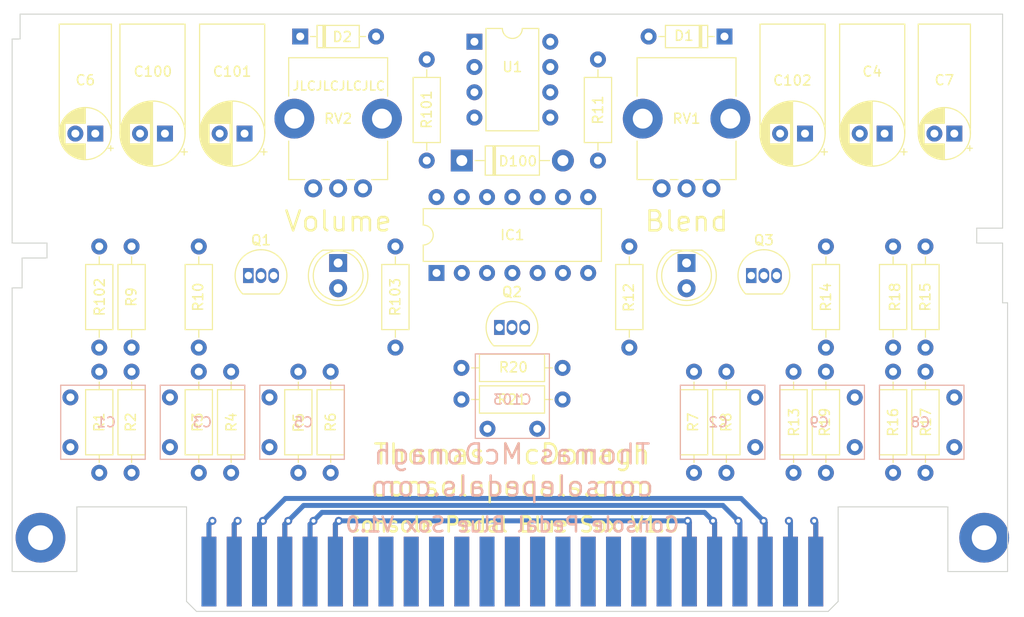
<source format=kicad_pcb>
(kicad_pcb (version 20171130) (host pcbnew "(5.1.7)-1")

  (general
    (thickness 1.6)
    (drawings 35)
    (tracks 70)
    (zones 0)
    (modules 52)
    (nets 34)
  )

  (page A4)
  (layers
    (0 F.Cu signal)
    (31 B.Cu signal)
    (32 B.Adhes user)
    (33 F.Adhes user)
    (34 B.Paste user)
    (35 F.Paste user)
    (36 B.SilkS user)
    (37 F.SilkS user)
    (38 B.Mask user hide)
    (39 F.Mask user)
    (40 Dwgs.User user)
    (41 Cmts.User user)
    (42 Eco1.User user)
    (43 Eco2.User user)
    (44 Edge.Cuts user)
    (45 Margin user)
    (46 B.CrtYd user)
    (47 F.CrtYd user)
    (48 B.Fab user hide)
    (49 F.Fab user hide)
  )

  (setup
    (last_trace_width 0.25)
    (user_trace_width 0.5)
    (trace_clearance 0.2)
    (zone_clearance 0.5)
    (zone_45_only no)
    (trace_min 0.2)
    (via_size 0.8)
    (via_drill 0.4)
    (via_min_size 0.4)
    (via_min_drill 0.3)
    (uvia_size 0.3)
    (uvia_drill 0.1)
    (uvias_allowed no)
    (uvia_min_size 0.2)
    (uvia_min_drill 0.1)
    (edge_width 0.05)
    (segment_width 0.2)
    (pcb_text_width 0.3)
    (pcb_text_size 1.5 1.5)
    (mod_edge_width 0.12)
    (mod_text_size 1 1)
    (mod_text_width 0.15)
    (pad_size 1.6 1.6)
    (pad_drill 0.8)
    (pad_to_mask_clearance 0)
    (aux_axis_origin 0 0)
    (visible_elements 7FFFFF7F)
    (pcbplotparams
      (layerselection 0x010fc_ffffffff)
      (usegerberextensions false)
      (usegerberattributes false)
      (usegerberadvancedattributes true)
      (creategerberjobfile true)
      (excludeedgelayer true)
      (linewidth 0.100000)
      (plotframeref false)
      (viasonmask false)
      (mode 1)
      (useauxorigin false)
      (hpglpennumber 1)
      (hpglpenspeed 20)
      (hpglpendiameter 15.000000)
      (psnegative false)
      (psa4output false)
      (plotreference true)
      (plotvalue true)
      (plotinvisibletext false)
      (padsonsilk false)
      (subtractmaskfromsilk false)
      (outputformat 1)
      (mirror false)
      (drillshape 0)
      (scaleselection 1)
      (outputdirectory "Gerbers/"))
  )

  (net 0 "")
  (net 1 GND)
  (net 2 "Net-(C1-Pad1)")
  (net 3 "Net-(C1-Pad2)")
  (net 4 /LEDPower)
  (net 5 /Input)
  (net 6 /Output)
  (net 7 +9V)
  (net 8 /VREF)
  (net 9 "Net-(C3-Pad1)")
  (net 10 "Net-(C3-Pad2)")
  (net 11 "Net-(C4-Pad1)")
  (net 12 "Net-(C5-Pad2)")
  (net 13 "Net-(C6-Pad2)")
  (net 14 "Net-(C7-Pad1)")
  (net 15 "Net-(C8-Pad1)")
  (net 16 "Net-(C8-Pad2)")
  (net 17 VCC)
  (net 18 VDD)
  (net 19 "Net-(D3-Pad1)")
  (net 20 /Q1)
  (net 21 "Net-(IC1-Pad2)")
  (net 22 "Net-(IC1-Pad12)")
  (net 23 "Net-(IC1-Pad13)")
  (net 24 /CLK2)
  (net 25 "Net-(Q1-Pad2)")
  (net 26 "Net-(Q2-Pad2)")
  (net 27 "Net-(Q2-Pad3)")
  (net 28 "Net-(Q3-Pad2)")
  (net 29 "Net-(Q3-Pad3)")
  (net 30 "Net-(R7-Pad2)")
  (net 31 "Net-(R7-Pad1)")
  (net 32 "Net-(R15-Pad1)")
  (net 33 "Net-(R17-Pad1)")

  (net_class Default "This is the default net class."
    (clearance 0.2)
    (trace_width 0.25)
    (via_dia 0.8)
    (via_drill 0.4)
    (uvia_dia 0.3)
    (uvia_drill 0.1)
    (add_net +9V)
    (add_net /CLK2)
    (add_net /Input)
    (add_net /LEDPower)
    (add_net /Output)
    (add_net /Q1)
    (add_net /VREF)
    (add_net GND)
    (add_net "Net-(C1-Pad1)")
    (add_net "Net-(C1-Pad2)")
    (add_net "Net-(C3-Pad1)")
    (add_net "Net-(C3-Pad2)")
    (add_net "Net-(C4-Pad1)")
    (add_net "Net-(C5-Pad2)")
    (add_net "Net-(C6-Pad2)")
    (add_net "Net-(C7-Pad1)")
    (add_net "Net-(C8-Pad1)")
    (add_net "Net-(C8-Pad2)")
    (add_net "Net-(D3-Pad1)")
    (add_net "Net-(IC1-Pad12)")
    (add_net "Net-(IC1-Pad13)")
    (add_net "Net-(IC1-Pad2)")
    (add_net "Net-(Q1-Pad2)")
    (add_net "Net-(Q2-Pad2)")
    (add_net "Net-(Q2-Pad3)")
    (add_net "Net-(Q3-Pad2)")
    (add_net "Net-(Q3-Pad3)")
    (add_net "Net-(R15-Pad1)")
    (add_net "Net-(R17-Pad1)")
    (add_net "Net-(R7-Pad1)")
    (add_net "Net-(R7-Pad2)")
    (add_net VCC)
    (add_net VDD)
  )

  (module Resistor_THT:R_Axial_DIN0207_L6.3mm_D2.5mm_P10.16mm_Horizontal (layer F.Cu) (tedit 5AE5139B) (tstamp 5FD580BA)
    (at 127.635 108.712)
    (descr "Resistor, Axial_DIN0207 series, Axial, Horizontal, pin pitch=10.16mm, 0.25W = 1/4W, length*diameter=6.3*2.5mm^2, http://cdn-reichelt.de/documents/datenblatt/B400/1_4W%23YAG.pdf")
    (tags "Resistor Axial_DIN0207 series Axial Horizontal pin pitch 10.16mm 0.25W = 1/4W length 6.3mm diameter 2.5mm")
    (path /5FA964BB)
    (fp_text reference R21 (at 5.08 0) (layer F.SilkS)
      (effects (font (size 1 1) (thickness 0.15)))
    )
    (fp_text value RLED (at 5.08 2.37) (layer F.Fab)
      (effects (font (size 1 1) (thickness 0.15)))
    )
    (fp_line (start 11.21 -1.5) (end -1.05 -1.5) (layer F.CrtYd) (width 0.05))
    (fp_line (start 11.21 1.5) (end 11.21 -1.5) (layer F.CrtYd) (width 0.05))
    (fp_line (start -1.05 1.5) (end 11.21 1.5) (layer F.CrtYd) (width 0.05))
    (fp_line (start -1.05 -1.5) (end -1.05 1.5) (layer F.CrtYd) (width 0.05))
    (fp_line (start 9.12 0) (end 8.35 0) (layer F.SilkS) (width 0.12))
    (fp_line (start 1.04 0) (end 1.81 0) (layer F.SilkS) (width 0.12))
    (fp_line (start 8.35 -1.37) (end 1.81 -1.37) (layer F.SilkS) (width 0.12))
    (fp_line (start 8.35 1.37) (end 8.35 -1.37) (layer F.SilkS) (width 0.12))
    (fp_line (start 1.81 1.37) (end 8.35 1.37) (layer F.SilkS) (width 0.12))
    (fp_line (start 1.81 -1.37) (end 1.81 1.37) (layer F.SilkS) (width 0.12))
    (fp_line (start 10.16 0) (end 8.23 0) (layer F.Fab) (width 0.1))
    (fp_line (start 0 0) (end 1.93 0) (layer F.Fab) (width 0.1))
    (fp_line (start 8.23 -1.25) (end 1.93 -1.25) (layer F.Fab) (width 0.1))
    (fp_line (start 8.23 1.25) (end 8.23 -1.25) (layer F.Fab) (width 0.1))
    (fp_line (start 1.93 1.25) (end 8.23 1.25) (layer F.Fab) (width 0.1))
    (fp_line (start 1.93 -1.25) (end 1.93 1.25) (layer F.Fab) (width 0.1))
    (fp_text user %R (at 5.08 0) (layer F.Fab)
      (effects (font (size 1 1) (thickness 0.15)))
    )
    (pad 1 thru_hole circle (at 0 0) (size 1.6 1.6) (drill 0.8) (layers *.Cu *.Mask)
      (net 1 GND))
    (pad 2 thru_hole oval (at 10.16 0) (size 1.6 1.6) (drill 0.8) (layers *.Cu *.Mask)
      (net 19 "Net-(D3-Pad1)"))
    (model ${KISYS3DMOD}/Resistor_THT.3dshapes/R_Axial_DIN0207_L6.3mm_D2.5mm_P10.16mm_Horizontal.wrl
      (at (xyz 0 0 0))
      (scale (xyz 1 1 1))
      (rotate (xyz 0 0 0))
    )
  )

  (module LED_THT:LED_D5.0mm (layer F.Cu) (tedit 5995936A) (tstamp 5FA843C0)
    (at 115.25 95 270)
    (descr "LED, diameter 5.0mm, 2 pins, http://cdn-reichelt.de/documents/datenblatt/A500/LL-504BC2E-009.pdf")
    (tags "LED diameter 5.0mm 2 pins")
    (path /5FA93C7E)
    (fp_text reference D3 (at 1.27 -3.96 90) (layer F.SilkS) hide
      (effects (font (size 1 1) (thickness 0.15)))
    )
    (fp_text value LED (at 1.27 3.96 90) (layer F.Fab)
      (effects (font (size 1 1) (thickness 0.15)))
    )
    (fp_line (start 4.5 -3.25) (end -1.95 -3.25) (layer F.CrtYd) (width 0.05))
    (fp_line (start 4.5 3.25) (end 4.5 -3.25) (layer F.CrtYd) (width 0.05))
    (fp_line (start -1.95 3.25) (end 4.5 3.25) (layer F.CrtYd) (width 0.05))
    (fp_line (start -1.95 -3.25) (end -1.95 3.25) (layer F.CrtYd) (width 0.05))
    (fp_line (start -1.29 -1.545) (end -1.29 1.545) (layer F.SilkS) (width 0.12))
    (fp_line (start -1.23 -1.469694) (end -1.23 1.469694) (layer F.Fab) (width 0.1))
    (fp_circle (center 1.27 0) (end 3.77 0) (layer F.SilkS) (width 0.12))
    (fp_circle (center 1.27 0) (end 3.77 0) (layer F.Fab) (width 0.1))
    (fp_arc (start 1.27 0) (end -1.23 -1.469694) (angle 299.1) (layer F.Fab) (width 0.1))
    (fp_arc (start 1.27 0) (end -1.29 -1.54483) (angle 148.9) (layer F.SilkS) (width 0.12))
    (fp_arc (start 1.27 0) (end -1.29 1.54483) (angle -148.9) (layer F.SilkS) (width 0.12))
    (fp_text user %R (at 1.25 0 90) (layer F.Fab)
      (effects (font (size 0.8 0.8) (thickness 0.2)))
    )
    (pad 1 thru_hole rect (at 0 0 270) (size 1.8 1.8) (drill 0.9) (layers *.Cu *.Mask)
      (net 19 "Net-(D3-Pad1)"))
    (pad 2 thru_hole circle (at 2.54 0 270) (size 1.8 1.8) (drill 0.9) (layers *.Cu *.Mask)
      (net 4 /LEDPower))
    (model ${KISYS3DMOD}/LED_THT.3dshapes/LED_D5.0mm.wrl
      (at (xyz 0 0 0))
      (scale (xyz 1 1 1))
      (rotate (xyz 0 0 0))
    )
  )

  (module LED_THT:LED_D5.0mm (layer F.Cu) (tedit 5995936A) (tstamp 5FA842F1)
    (at 150.25 95 270)
    (descr "LED, diameter 5.0mm, 2 pins, http://cdn-reichelt.de/documents/datenblatt/A500/LL-504BC2E-009.pdf")
    (tags "LED diameter 5.0mm 2 pins")
    (path /5FA94A27)
    (fp_text reference D4 (at 1.27 -3.96 90) (layer F.SilkS) hide
      (effects (font (size 1 1) (thickness 0.15)))
    )
    (fp_text value LED (at 1.27 3.96 90) (layer F.Fab)
      (effects (font (size 1 1) (thickness 0.15)))
    )
    (fp_circle (center 1.27 0) (end 3.77 0) (layer F.Fab) (width 0.1))
    (fp_circle (center 1.27 0) (end 3.77 0) (layer F.SilkS) (width 0.12))
    (fp_line (start -1.23 -1.469694) (end -1.23 1.469694) (layer F.Fab) (width 0.1))
    (fp_line (start -1.29 -1.545) (end -1.29 1.545) (layer F.SilkS) (width 0.12))
    (fp_line (start -1.95 -3.25) (end -1.95 3.25) (layer F.CrtYd) (width 0.05))
    (fp_line (start -1.95 3.25) (end 4.5 3.25) (layer F.CrtYd) (width 0.05))
    (fp_line (start 4.5 3.25) (end 4.5 -3.25) (layer F.CrtYd) (width 0.05))
    (fp_line (start 4.5 -3.25) (end -1.95 -3.25) (layer F.CrtYd) (width 0.05))
    (fp_text user %R (at 1.25 0 90) (layer F.Fab)
      (effects (font (size 0.8 0.8) (thickness 0.2)))
    )
    (fp_arc (start 1.27 0) (end -1.29 1.54483) (angle -148.9) (layer F.SilkS) (width 0.12))
    (fp_arc (start 1.27 0) (end -1.29 -1.54483) (angle 148.9) (layer F.SilkS) (width 0.12))
    (fp_arc (start 1.27 0) (end -1.23 -1.469694) (angle 299.1) (layer F.Fab) (width 0.1))
    (pad 2 thru_hole circle (at 2.54 0 270) (size 1.8 1.8) (drill 0.9) (layers *.Cu *.Mask)
      (net 4 /LEDPower))
    (pad 1 thru_hole rect (at 0 0 270) (size 1.8 1.8) (drill 0.9) (layers *.Cu *.Mask)
      (net 19 "Net-(D3-Pad1)"))
    (model ${KISYS3DMOD}/LED_THT.3dshapes/LED_D5.0mm.wrl
      (at (xyz 0 0 0))
      (scale (xyz 1 1 1))
      (rotate (xyz 0 0 0))
    )
  )

  (module MountingHole:MountingHole_2.5mm_Pad (layer F.Cu) (tedit 5FD51072) (tstamp 5FD57994)
    (at 85.35 122.6)
    (descr "Mounting Hole 2.5mm")
    (tags "mounting hole 2.5mm")
    (path /5FD7729C)
    (attr virtual)
    (fp_text reference H1 (at 0 -0.045) (layer F.SilkS) hide
      (effects (font (size 1 1) (thickness 0.15)))
    )
    (fp_text value MountingHole_Pad (at 0 3.5) (layer F.Fab)
      (effects (font (size 1 1) (thickness 0.15)))
    )
    (fp_circle (center 0 0) (end 2.75 0) (layer F.CrtYd) (width 0.05))
    (fp_circle (center 0 0) (end 2.5 0) (layer Cmts.User) (width 0.15))
    (fp_text user %R (at 0.3 0) (layer F.Fab)
      (effects (font (size 1 1) (thickness 0.15)))
    )
    (pad 1 thru_hole circle (at 0 0) (size 5 5) (drill 2.5) (layers *.Cu *.Mask)
      (net 1 GND) (zone_connect 2))
  )

  (module MountingHole:MountingHole_2.5mm_Pad (layer F.Cu) (tedit 5FD51084) (tstamp 5FD5799C)
    (at 180.15 122.6)
    (descr "Mounting Hole 2.5mm")
    (tags "mounting hole 2.5mm")
    (path /5FD78F6F)
    (attr virtual)
    (fp_text reference H2 (at 0 -0.045) (layer F.SilkS) hide
      (effects (font (size 1 1) (thickness 0.15)))
    )
    (fp_text value MountingHole_Pad (at 0 3.5) (layer F.Fab)
      (effects (font (size 1 1) (thickness 0.15)))
    )
    (fp_circle (center 0 0) (end 2.5 0) (layer Cmts.User) (width 0.15))
    (fp_circle (center 0 0) (end 2.75 0) (layer F.CrtYd) (width 0.05))
    (fp_text user %R (at 0.3 0) (layer F.Fab)
      (effects (font (size 1 1) (thickness 0.15)))
    )
    (pad 1 thru_hole circle (at 0 0) (size 5 5) (drill 2.5) (layers *.Cu *.Mask)
      (net 1 GND) (zone_connect 2))
  )

  (module libraries:N64-Connector-Wide (layer F.Cu) (tedit 614FCA4E) (tstamp 6150250D)
    (at 132.75 126)
    (path /5FAA85D7)
    (fp_text reference J1 (at 0 5.4) (layer F.SilkS) hide
      (effects (font (size 1 1) (thickness 0.15)))
    )
    (fp_text value Conn_02x25_Counter_Clockwise (at 0 6.9) (layer F.Fab)
      (effects (font (size 1 1) (thickness 0.15)))
    )
    (fp_text user Front (at -15.6 -6.62) (layer F.SilkS) hide
      (effects (font (size 2 2) (thickness 0.3)))
    )
    (fp_text user Back (at -15.275 -6.62) (layer B.SilkS) hide
      (effects (font (size 2 2) (thickness 0.3)) (justify mirror))
    )
    (pad 50 connect rect (at 30.48 0) (size 1.5 7) (layers B.Cu B.Mask)
      (net 1 GND))
    (pad 49 connect rect (at 27.94 0) (size 1.5 7) (layers B.Cu B.Mask)
      (net 1 GND))
    (pad 48 connect rect (at 25.4 0) (size 1.5 7) (layers B.Cu B.Mask)
      (net 5 /Input))
    (pad 47 connect rect (at 22.86 0) (size 1.5 7) (layers B.Cu B.Mask)
      (net 6 /Output))
    (pad 46 connect rect (at 20.32 0) (size 1.5 7) (layers B.Cu B.Mask)
      (net 7 +9V))
    (pad 45 connect rect (at 17.78 0) (size 1.5 7) (layers B.Cu B.Mask)
      (net 4 /LEDPower))
    (pad 44 connect rect (at 15.24 0) (size 1.5 7) (layers B.Cu B.Mask))
    (pad 43 connect rect (at 12.7 0) (size 1.5 7) (layers B.Cu B.Mask))
    (pad 42 connect rect (at 10.16 0) (size 1.5 7) (layers B.Cu B.Mask))
    (pad 41 connect rect (at 7.62 0) (size 1.5 7) (layers B.Cu B.Mask))
    (pad 40 connect rect (at 5.08 0) (size 1.5 7) (layers B.Cu B.Mask))
    (pad 39 connect rect (at 2.54 0) (size 1.5 7) (layers B.Cu B.Mask))
    (pad 38 connect rect (at 0 0) (size 1.5 7) (layers B.Cu B.Mask))
    (pad 37 connect rect (at -2.54 0) (size 1.5 7) (layers B.Cu B.Mask))
    (pad 36 connect rect (at -5.08 0) (size 1.5 7) (layers B.Cu B.Mask))
    (pad 35 connect rect (at -7.62 0) (size 1.5 7) (layers B.Cu B.Mask))
    (pad 34 connect rect (at -10.16 0) (size 1.5 7) (layers B.Cu B.Mask))
    (pad 33 connect rect (at -12.7 0) (size 1.5 7) (layers B.Cu B.Mask))
    (pad 32 connect rect (at -15.24 0) (size 1.5 7) (layers B.Cu B.Mask))
    (pad 31 connect rect (at -17.78 0) (size 1.5 7) (layers B.Cu B.Mask)
      (net 4 /LEDPower))
    (pad 30 connect rect (at -20.32 0) (size 1.5 7) (layers B.Cu B.Mask)
      (net 7 +9V))
    (pad 29 connect rect (at -22.86 0) (size 1.5 7) (layers B.Cu B.Mask)
      (net 6 /Output))
    (pad 28 connect rect (at -25.4 0) (size 1.5 7) (layers B.Cu B.Mask)
      (net 5 /Input))
    (pad 27 connect rect (at -27.94 0) (size 1.5 7) (layers B.Cu B.Mask)
      (net 1 GND))
    (pad 26 connect rect (at -30.48 0) (size 1.5 7) (layers B.Cu B.Mask)
      (net 1 GND))
    (pad 25 connect rect (at 30.48 0) (size 1.5 7) (layers F.Cu F.Mask)
      (net 1 GND))
    (pad 24 connect rect (at 27.94 0) (size 1.5 7) (layers F.Cu F.Mask)
      (net 1 GND))
    (pad 23 connect rect (at 25.4 0) (size 1.5 7) (layers F.Cu F.Mask)
      (net 5 /Input))
    (pad 22 connect rect (at 22.86 0) (size 1.5 7) (layers F.Cu F.Mask)
      (net 6 /Output))
    (pad 21 connect rect (at 20.32 0) (size 1.5 7) (layers F.Cu F.Mask)
      (net 7 +9V))
    (pad 20 connect rect (at 17.78 0) (size 1.5 7) (layers F.Cu F.Mask)
      (net 4 /LEDPower))
    (pad 19 connect rect (at 15.24 0) (size 1.5 7) (layers F.Cu F.Mask))
    (pad 18 connect rect (at 12.7 0) (size 1.5 7) (layers F.Cu F.Mask))
    (pad 17 connect rect (at 10.16 0) (size 1.5 7) (layers F.Cu F.Mask))
    (pad 16 connect rect (at 7.62 0) (size 1.5 7) (layers F.Cu F.Mask))
    (pad 15 connect rect (at 5.08 0) (size 1.5 7) (layers F.Cu F.Mask))
    (pad 14 connect rect (at 2.54 0) (size 1.5 7) (layers F.Cu F.Mask))
    (pad 13 connect rect (at 0 0) (size 1.5 7) (layers F.Cu F.Mask))
    (pad 12 connect rect (at -2.54 0) (size 1.5 7) (layers F.Cu F.Mask))
    (pad 11 connect rect (at -5.08 0) (size 1.5 7) (layers F.Cu F.Mask))
    (pad 10 connect rect (at -7.62 0) (size 1.5 7) (layers F.Cu F.Mask))
    (pad 9 connect rect (at -10.16 0) (size 1.5 7) (layers F.Cu F.Mask))
    (pad 8 connect rect (at -12.7 0) (size 1.5 7) (layers F.Cu F.Mask))
    (pad 7 connect rect (at -15.24 0) (size 1.5 7) (layers F.Cu F.Mask))
    (pad 6 connect rect (at -17.78 0) (size 1.5 7) (layers F.Cu F.Mask)
      (net 4 /LEDPower))
    (pad 5 connect rect (at -20.32 0) (size 1.5 7) (layers F.Cu F.Mask)
      (net 7 +9V))
    (pad 4 connect rect (at -22.86 0) (size 1.5 7) (layers F.Cu F.Mask)
      (net 6 /Output))
    (pad 3 connect rect (at -25.4 0) (size 1.5 7) (layers F.Cu F.Mask)
      (net 5 /Input))
    (pad 2 connect rect (at -27.94 0) (size 1.5 7) (layers F.Cu F.Mask)
      (net 1 GND))
    (pad 1 connect rect (at -30.48 0) (size 1.5 7) (layers F.Cu F.Mask)
      (net 1 GND))
  )

  (module libraries:C_Flat_L7.2_H6.5 (layer B.Cu) (tedit 602331CB) (tstamp 615DB514)
    (at 88.75 108.5 270)
    (descr "C, Rect series, Radial, pin pitch=5.00mm, , length*width=7.2*2.5mm^2, Capacitor, http://www.wima.com/EN/WIMA_FKS_2.pdf")
    (tags "C Rect series Radial pin pitch 5.00mm  length 7.2mm width 2.5mm Capacitor")
    (path /615DDBD0)
    (fp_text reference C1 (at 2.5 -3.198 180) (layer B.SilkS)
      (effects (font (size 1 1) (thickness 0.15)) (justify mirror))
    )
    (fp_text value 10nF (at 2.5 -8.128 90) (layer B.Fab)
      (effects (font (size 1 1) (thickness 0.15)) (justify mirror))
    )
    (fp_text user %R (at 2.5 -3.81 90) (layer B.Fab)
      (effects (font (size 1 1) (thickness 0.15)) (justify mirror))
    )
    (fp_line (start 6.35 1.5) (end -1.35 1.5) (layer B.CrtYd) (width 0.05))
    (fp_line (start 6.35 -7.25) (end 6.35 1.5) (layer B.CrtYd) (width 0.05))
    (fp_line (start -1.35 -7.25) (end 6.35 -7.25) (layer B.CrtYd) (width 0.05))
    (fp_line (start -1.35 1.5) (end -1.35 -7.25) (layer B.CrtYd) (width 0.05))
    (fp_line (start 6.22 1.37) (end 6.22 -7.12) (layer B.SilkS) (width 0.12))
    (fp_line (start -1.22 1.37) (end -1.22 -7.12) (layer B.SilkS) (width 0.12))
    (fp_line (start -1.22 -7.12) (end 6.22 -7.12) (layer B.SilkS) (width 0.12))
    (fp_line (start -1.22 1.37) (end 6.22 1.37) (layer B.SilkS) (width 0.12))
    (fp_line (start 6.1 1.25) (end -1.1 1.25) (layer B.Fab) (width 0.1))
    (fp_line (start 6.1 -7) (end 6.1 1.25) (layer B.Fab) (width 0.1))
    (fp_line (start -1.1 -7) (end 6.1 -7) (layer B.Fab) (width 0.1))
    (fp_line (start -1.1 1.25) (end -1.1 -7) (layer B.Fab) (width 0.1))
    (pad 2 thru_hole circle (at 5 0.4 270) (size 1.6 1.6) (drill 0.8) (layers *.Cu *.Mask)
      (net 3 "Net-(C1-Pad2)"))
    (pad 1 thru_hole circle (at 0 0.4 270) (size 1.6 1.6) (drill 0.8) (layers *.Cu *.Mask)
      (net 2 "Net-(C1-Pad1)"))
    (model ${KISYS3DMOD}/Capacitor_THT.3dshapes/C_Rect_L7.2mm_W2.5mm_P5.00mm_FKS2_FKP2_MKS2_MKP2.wrl
      (at (xyz 0 0 0))
      (scale (xyz 1 1 1))
      (rotate (xyz 0 0 0))
    )
  )

  (module libraries:C_Flat_L7.2_H6.5 (layer B.Cu) (tedit 602331CB) (tstamp 615D0762)
    (at 156.75 113.5 90)
    (descr "C, Rect series, Radial, pin pitch=5.00mm, , length*width=7.2*2.5mm^2, Capacitor, http://www.wima.com/EN/WIMA_FKS_2.pdf")
    (tags "C Rect series Radial pin pitch 5.00mm  length 7.2mm width 2.5mm Capacitor")
    (path /615E597C)
    (fp_text reference C2 (at 2.5 -3.334) (layer B.SilkS)
      (effects (font (size 1 1) (thickness 0.15)) (justify mirror))
    )
    (fp_text value 1nF (at 2.5 -8.128 270) (layer B.Fab)
      (effects (font (size 1 1) (thickness 0.15)) (justify mirror))
    )
    (fp_text user %R (at 2.5 -3.81 270) (layer B.Fab)
      (effects (font (size 1 1) (thickness 0.15)) (justify mirror))
    )
    (fp_line (start 6.35 1.5) (end -1.35 1.5) (layer B.CrtYd) (width 0.05))
    (fp_line (start 6.35 -7.25) (end 6.35 1.5) (layer B.CrtYd) (width 0.05))
    (fp_line (start -1.35 -7.25) (end 6.35 -7.25) (layer B.CrtYd) (width 0.05))
    (fp_line (start -1.35 1.5) (end -1.35 -7.25) (layer B.CrtYd) (width 0.05))
    (fp_line (start 6.22 1.37) (end 6.22 -7.12) (layer B.SilkS) (width 0.12))
    (fp_line (start -1.22 1.37) (end -1.22 -7.12) (layer B.SilkS) (width 0.12))
    (fp_line (start -1.22 -7.12) (end 6.22 -7.12) (layer B.SilkS) (width 0.12))
    (fp_line (start -1.22 1.37) (end 6.22 1.37) (layer B.SilkS) (width 0.12))
    (fp_line (start 6.1 1.25) (end -1.1 1.25) (layer B.Fab) (width 0.1))
    (fp_line (start 6.1 -7) (end 6.1 1.25) (layer B.Fab) (width 0.1))
    (fp_line (start -1.1 -7) (end 6.1 -7) (layer B.Fab) (width 0.1))
    (fp_line (start -1.1 1.25) (end -1.1 -7) (layer B.Fab) (width 0.1))
    (pad 2 thru_hole circle (at 5 0.4 90) (size 1.6 1.6) (drill 0.8) (layers *.Cu *.Mask)
      (net 2 "Net-(C1-Pad1)"))
    (pad 1 thru_hole circle (at 0 0.4 90) (size 1.6 1.6) (drill 0.8) (layers *.Cu *.Mask)
      (net 8 /VREF))
    (model ${KISYS3DMOD}/Capacitor_THT.3dshapes/C_Rect_L7.2mm_W2.5mm_P5.00mm_FKS2_FKP2_MKS2_MKP2.wrl
      (at (xyz 0 0 0))
      (scale (xyz 1 1 1))
      (rotate (xyz 0 0 0))
    )
  )

  (module libraries:C_Flat_L7.2_H6.5 (layer B.Cu) (tedit 602331CB) (tstamp 615D0775)
    (at 98.75 108.5 270)
    (descr "C, Rect series, Radial, pin pitch=5.00mm, , length*width=7.2*2.5mm^2, Capacitor, http://www.wima.com/EN/WIMA_FKS_2.pdf")
    (tags "C Rect series Radial pin pitch 5.00mm  length 7.2mm width 2.5mm Capacitor")
    (path /615FBE74)
    (fp_text reference C3 (at 2.5 -2.85) (layer B.SilkS)
      (effects (font (size 1 1) (thickness 0.15)) (justify mirror))
    )
    (fp_text value 300pF (at 2.5 -8.128 270) (layer B.Fab)
      (effects (font (size 1 1) (thickness 0.15)) (justify mirror))
    )
    (fp_line (start -1.1 1.25) (end -1.1 -7) (layer B.Fab) (width 0.1))
    (fp_line (start -1.1 -7) (end 6.1 -7) (layer B.Fab) (width 0.1))
    (fp_line (start 6.1 -7) (end 6.1 1.25) (layer B.Fab) (width 0.1))
    (fp_line (start 6.1 1.25) (end -1.1 1.25) (layer B.Fab) (width 0.1))
    (fp_line (start -1.22 1.37) (end 6.22 1.37) (layer B.SilkS) (width 0.12))
    (fp_line (start -1.22 -7.12) (end 6.22 -7.12) (layer B.SilkS) (width 0.12))
    (fp_line (start -1.22 1.37) (end -1.22 -7.12) (layer B.SilkS) (width 0.12))
    (fp_line (start 6.22 1.37) (end 6.22 -7.12) (layer B.SilkS) (width 0.12))
    (fp_line (start -1.35 1.5) (end -1.35 -7.25) (layer B.CrtYd) (width 0.05))
    (fp_line (start -1.35 -7.25) (end 6.35 -7.25) (layer B.CrtYd) (width 0.05))
    (fp_line (start 6.35 -7.25) (end 6.35 1.5) (layer B.CrtYd) (width 0.05))
    (fp_line (start 6.35 1.5) (end -1.35 1.5) (layer B.CrtYd) (width 0.05))
    (fp_text user %R (at 2.5 -3.81 270) (layer B.Fab)
      (effects (font (size 1 1) (thickness 0.15)) (justify mirror))
    )
    (pad 1 thru_hole circle (at 0 0.4 270) (size 1.6 1.6) (drill 0.8) (layers *.Cu *.Mask)
      (net 9 "Net-(C3-Pad1)"))
    (pad 2 thru_hole circle (at 5 0.4 270) (size 1.6 1.6) (drill 0.8) (layers *.Cu *.Mask)
      (net 10 "Net-(C3-Pad2)"))
    (model ${KISYS3DMOD}/Capacitor_THT.3dshapes/C_Rect_L7.2mm_W2.5mm_P5.00mm_FKS2_FKP2_MKS2_MKP2.wrl
      (at (xyz 0 0 0))
      (scale (xyz 1 1 1))
      (rotate (xyz 0 0 0))
    )
  )

  (module libraries:CP_Radial_D6.3mm_P2.50mm (layer F.Cu) (tedit 60AF0C60) (tstamp 615D080C)
    (at 170.15 82 180)
    (descr "CP, Radial series, Radial, pin pitch=2.50mm, , diameter=6.3mm, Electrolytic Capacitor")
    (tags "CP Radial series Radial pin pitch 2.50mm  diameter 6.3mm Electrolytic Capacitor")
    (path /6160AF2A)
    (fp_text reference C4 (at 1.25 6.226999) (layer F.SilkS)
      (effects (font (size 1 1) (thickness 0.15)))
    )
    (fp_text value 10uF (at 1.25 4.4) (layer F.Fab)
      (effects (font (size 1 1) (thickness 0.15)))
    )
    (fp_text user %R (at 1.25 0) (layer F.Fab)
      (effects (font (size 1 1) (thickness 0.15)))
    )
    (fp_line (start -1.935241 -2.154) (end -1.935241 -1.524) (layer F.SilkS) (width 0.12))
    (fp_line (start -2.250241 -1.839) (end -1.620241 -1.839) (layer F.SilkS) (width 0.12))
    (fp_line (start 4.491 -0.402) (end 4.491 0.402) (layer F.SilkS) (width 0.12))
    (fp_line (start 4.451 -0.633) (end 4.451 0.633) (layer F.SilkS) (width 0.12))
    (fp_line (start 4.411 -0.802) (end 4.411 0.802) (layer F.SilkS) (width 0.12))
    (fp_line (start 4.371 -0.94) (end 4.371 0.94) (layer F.SilkS) (width 0.12))
    (fp_line (start 4.331 -1.059) (end 4.331 1.059) (layer F.SilkS) (width 0.12))
    (fp_line (start 4.291 -1.165) (end 4.291 1.165) (layer F.SilkS) (width 0.12))
    (fp_line (start 4.251 -1.262) (end 4.251 1.262) (layer F.SilkS) (width 0.12))
    (fp_line (start 4.211 -1.35) (end 4.211 1.35) (layer F.SilkS) (width 0.12))
    (fp_line (start 4.171 -1.432) (end 4.171 1.432) (layer F.SilkS) (width 0.12))
    (fp_line (start 4.131 -1.509) (end 4.131 1.509) (layer F.SilkS) (width 0.12))
    (fp_line (start 4.091 -1.581) (end 4.091 1.581) (layer F.SilkS) (width 0.12))
    (fp_line (start 4.051 -1.65) (end 4.051 1.65) (layer F.SilkS) (width 0.12))
    (fp_line (start 4.011 -1.714) (end 4.011 1.714) (layer F.SilkS) (width 0.12))
    (fp_line (start 3.971 -1.776) (end 3.971 1.776) (layer F.SilkS) (width 0.12))
    (fp_line (start 3.931 -1.834) (end 3.931 1.834) (layer F.SilkS) (width 0.12))
    (fp_line (start 3.891 -1.89) (end 3.891 1.89) (layer F.SilkS) (width 0.12))
    (fp_line (start 3.851 -1.944) (end 3.851 1.944) (layer F.SilkS) (width 0.12))
    (fp_line (start 3.811 -1.995) (end 3.811 1.995) (layer F.SilkS) (width 0.12))
    (fp_line (start 3.771 -2.044) (end 3.771 2.044) (layer F.SilkS) (width 0.12))
    (fp_line (start 3.731 -2.092) (end 3.731 2.092) (layer F.SilkS) (width 0.12))
    (fp_line (start 3.691 -2.137) (end 3.691 2.137) (layer F.SilkS) (width 0.12))
    (fp_line (start 3.651 -2.182) (end 3.651 2.182) (layer F.SilkS) (width 0.12))
    (fp_line (start 3.611 -2.224) (end 3.611 2.224) (layer F.SilkS) (width 0.12))
    (fp_line (start 3.571 -2.265) (end 3.571 2.265) (layer F.SilkS) (width 0.12))
    (fp_line (start 3.531 1.04) (end 3.531 2.305) (layer F.SilkS) (width 0.12))
    (fp_line (start 3.531 -2.305) (end 3.531 -1.04) (layer F.SilkS) (width 0.12))
    (fp_line (start 3.491 1.04) (end 3.491 2.343) (layer F.SilkS) (width 0.12))
    (fp_line (start 3.491 -2.343) (end 3.491 -1.04) (layer F.SilkS) (width 0.12))
    (fp_line (start 3.451 1.04) (end 3.451 2.38) (layer F.SilkS) (width 0.12))
    (fp_line (start 3.451 -2.38) (end 3.451 -1.04) (layer F.SilkS) (width 0.12))
    (fp_line (start 3.411 1.04) (end 3.411 2.416) (layer F.SilkS) (width 0.12))
    (fp_line (start 3.411 -2.416) (end 3.411 -1.04) (layer F.SilkS) (width 0.12))
    (fp_line (start 3.371 1.04) (end 3.371 2.45) (layer F.SilkS) (width 0.12))
    (fp_line (start 3.371 -2.45) (end 3.371 -1.04) (layer F.SilkS) (width 0.12))
    (fp_line (start 3.331 1.04) (end 3.331 2.484) (layer F.SilkS) (width 0.12))
    (fp_line (start 3.331 -2.484) (end 3.331 -1.04) (layer F.SilkS) (width 0.12))
    (fp_line (start 3.291 1.04) (end 3.291 2.516) (layer F.SilkS) (width 0.12))
    (fp_line (start 3.291 -2.516) (end 3.291 -1.04) (layer F.SilkS) (width 0.12))
    (fp_line (start 3.251 1.04) (end 3.251 2.548) (layer F.SilkS) (width 0.12))
    (fp_line (start 3.251 -2.548) (end 3.251 -1.04) (layer F.SilkS) (width 0.12))
    (fp_line (start 3.211 1.04) (end 3.211 2.578) (layer F.SilkS) (width 0.12))
    (fp_line (start 3.211 -2.578) (end 3.211 -1.04) (layer F.SilkS) (width 0.12))
    (fp_line (start 3.171 1.04) (end 3.171 2.607) (layer F.SilkS) (width 0.12))
    (fp_line (start 3.171 -2.607) (end 3.171 -1.04) (layer F.SilkS) (width 0.12))
    (fp_line (start 3.131 1.04) (end 3.131 2.636) (layer F.SilkS) (width 0.12))
    (fp_line (start 3.131 -2.636) (end 3.131 -1.04) (layer F.SilkS) (width 0.12))
    (fp_line (start 3.091 1.04) (end 3.091 2.664) (layer F.SilkS) (width 0.12))
    (fp_line (start 3.091 -2.664) (end 3.091 -1.04) (layer F.SilkS) (width 0.12))
    (fp_line (start 3.051 1.04) (end 3.051 2.69) (layer F.SilkS) (width 0.12))
    (fp_line (start 3.051 -2.69) (end 3.051 -1.04) (layer F.SilkS) (width 0.12))
    (fp_line (start 3.011 1.04) (end 3.011 2.716) (layer F.SilkS) (width 0.12))
    (fp_line (start 3.011 -2.716) (end 3.011 -1.04) (layer F.SilkS) (width 0.12))
    (fp_line (start 2.971 1.04) (end 2.971 2.742) (layer F.SilkS) (width 0.12))
    (fp_line (start 2.971 -2.742) (end 2.971 -1.04) (layer F.SilkS) (width 0.12))
    (fp_line (start 2.931 1.04) (end 2.931 2.766) (layer F.SilkS) (width 0.12))
    (fp_line (start 2.931 -2.766) (end 2.931 -1.04) (layer F.SilkS) (width 0.12))
    (fp_line (start 2.891 1.04) (end 2.891 2.79) (layer F.SilkS) (width 0.12))
    (fp_line (start 2.891 -2.79) (end 2.891 -1.04) (layer F.SilkS) (width 0.12))
    (fp_line (start 2.851 1.04) (end 2.851 2.812) (layer F.SilkS) (width 0.12))
    (fp_line (start 2.851 -2.812) (end 2.851 -1.04) (layer F.SilkS) (width 0.12))
    (fp_line (start 2.811 1.04) (end 2.811 2.834) (layer F.SilkS) (width 0.12))
    (fp_line (start 2.811 -2.834) (end 2.811 -1.04) (layer F.SilkS) (width 0.12))
    (fp_line (start 2.771 1.04) (end 2.771 2.856) (layer F.SilkS) (width 0.12))
    (fp_line (start 2.771 -2.856) (end 2.771 -1.04) (layer F.SilkS) (width 0.12))
    (fp_line (start 2.731 1.04) (end 2.731 2.876) (layer F.SilkS) (width 0.12))
    (fp_line (start 2.731 -2.876) (end 2.731 -1.04) (layer F.SilkS) (width 0.12))
    (fp_line (start 2.691 1.04) (end 2.691 2.896) (layer F.SilkS) (width 0.12))
    (fp_line (start 2.691 -2.896) (end 2.691 -1.04) (layer F.SilkS) (width 0.12))
    (fp_line (start 2.651 1.04) (end 2.651 2.916) (layer F.SilkS) (width 0.12))
    (fp_line (start 2.651 -2.916) (end 2.651 -1.04) (layer F.SilkS) (width 0.12))
    (fp_line (start 2.611 1.04) (end 2.611 2.934) (layer F.SilkS) (width 0.12))
    (fp_line (start 2.611 -2.934) (end 2.611 -1.04) (layer F.SilkS) (width 0.12))
    (fp_line (start 2.571 1.04) (end 2.571 2.952) (layer F.SilkS) (width 0.12))
    (fp_line (start 2.571 -2.952) (end 2.571 -1.04) (layer F.SilkS) (width 0.12))
    (fp_line (start 2.531 1.04) (end 2.531 2.97) (layer F.SilkS) (width 0.12))
    (fp_line (start 2.531 -2.97) (end 2.531 -1.04) (layer F.SilkS) (width 0.12))
    (fp_line (start 2.491 1.04) (end 2.491 2.986) (layer F.SilkS) (width 0.12))
    (fp_line (start 2.491 -2.986) (end 2.491 -1.04) (layer F.SilkS) (width 0.12))
    (fp_line (start 2.451 1.04) (end 2.451 3.002) (layer F.SilkS) (width 0.12))
    (fp_line (start 2.451 -3.002) (end 2.451 -1.04) (layer F.SilkS) (width 0.12))
    (fp_line (start 2.411 1.04) (end 2.411 3.018) (layer F.SilkS) (width 0.12))
    (fp_line (start 2.411 -3.018) (end 2.411 -1.04) (layer F.SilkS) (width 0.12))
    (fp_line (start 2.371 1.04) (end 2.371 3.033) (layer F.SilkS) (width 0.12))
    (fp_line (start 2.371 -3.033) (end 2.371 -1.04) (layer F.SilkS) (width 0.12))
    (fp_line (start 2.331 1.04) (end 2.331 3.047) (layer F.SilkS) (width 0.12))
    (fp_line (start 2.331 -3.047) (end 2.331 -1.04) (layer F.SilkS) (width 0.12))
    (fp_line (start 2.291 1.04) (end 2.291 3.061) (layer F.SilkS) (width 0.12))
    (fp_line (start 2.291 -3.061) (end 2.291 -1.04) (layer F.SilkS) (width 0.12))
    (fp_line (start 2.251 1.04) (end 2.251 3.074) (layer F.SilkS) (width 0.12))
    (fp_line (start 2.251 -3.074) (end 2.251 -1.04) (layer F.SilkS) (width 0.12))
    (fp_line (start 2.211 1.04) (end 2.211 3.086) (layer F.SilkS) (width 0.12))
    (fp_line (start 2.211 -3.086) (end 2.211 -1.04) (layer F.SilkS) (width 0.12))
    (fp_line (start 2.171 1.04) (end 2.171 3.098) (layer F.SilkS) (width 0.12))
    (fp_line (start 2.171 -3.098) (end 2.171 -1.04) (layer F.SilkS) (width 0.12))
    (fp_line (start 2.131 1.04) (end 2.131 3.11) (layer F.SilkS) (width 0.12))
    (fp_line (start 2.131 -3.11) (end 2.131 -1.04) (layer F.SilkS) (width 0.12))
    (fp_line (start 2.091 1.04) (end 2.091 3.121) (layer F.SilkS) (width 0.12))
    (fp_line (start 2.091 -3.121) (end 2.091 -1.04) (layer F.SilkS) (width 0.12))
    (fp_line (start 2.051 1.04) (end 2.051 3.131) (layer F.SilkS) (width 0.12))
    (fp_line (start 2.051 -3.131) (end 2.051 -1.04) (layer F.SilkS) (width 0.12))
    (fp_line (start 2.011 1.04) (end 2.011 3.141) (layer F.SilkS) (width 0.12))
    (fp_line (start 2.011 -3.141) (end 2.011 -1.04) (layer F.SilkS) (width 0.12))
    (fp_line (start 1.971 1.04) (end 1.971 3.15) (layer F.SilkS) (width 0.12))
    (fp_line (start 1.971 -3.15) (end 1.971 -1.04) (layer F.SilkS) (width 0.12))
    (fp_line (start 1.93 1.04) (end 1.93 3.159) (layer F.SilkS) (width 0.12))
    (fp_line (start 1.93 -3.159) (end 1.93 -1.04) (layer F.SilkS) (width 0.12))
    (fp_line (start 1.89 1.04) (end 1.89 3.167) (layer F.SilkS) (width 0.12))
    (fp_line (start 1.89 -3.167) (end 1.89 -1.04) (layer F.SilkS) (width 0.12))
    (fp_line (start 1.85 1.04) (end 1.85 3.175) (layer F.SilkS) (width 0.12))
    (fp_line (start 1.85 -3.175) (end 1.85 -1.04) (layer F.SilkS) (width 0.12))
    (fp_line (start 1.81 1.04) (end 1.81 3.182) (layer F.SilkS) (width 0.12))
    (fp_line (start 1.81 -3.182) (end 1.81 -1.04) (layer F.SilkS) (width 0.12))
    (fp_line (start 1.77 1.04) (end 1.77 3.189) (layer F.SilkS) (width 0.12))
    (fp_line (start 1.77 -3.189) (end 1.77 -1.04) (layer F.SilkS) (width 0.12))
    (fp_line (start 1.73 1.04) (end 1.73 3.195) (layer F.SilkS) (width 0.12))
    (fp_line (start 1.73 -3.195) (end 1.73 -1.04) (layer F.SilkS) (width 0.12))
    (fp_line (start 1.69 1.04) (end 1.69 3.201) (layer F.SilkS) (width 0.12))
    (fp_line (start 1.69 -3.201) (end 1.69 -1.04) (layer F.SilkS) (width 0.12))
    (fp_line (start 1.65 1.04) (end 1.65 3.206) (layer F.SilkS) (width 0.12))
    (fp_line (start 1.65 -3.206) (end 1.65 -1.04) (layer F.SilkS) (width 0.12))
    (fp_line (start 1.61 1.04) (end 1.61 3.211) (layer F.SilkS) (width 0.12))
    (fp_line (start 1.61 -3.211) (end 1.61 -1.04) (layer F.SilkS) (width 0.12))
    (fp_line (start 1.57 1.04) (end 1.57 3.215) (layer F.SilkS) (width 0.12))
    (fp_line (start 1.57 -3.215) (end 1.57 -1.04) (layer F.SilkS) (width 0.12))
    (fp_line (start 1.53 1.04) (end 1.53 3.218) (layer F.SilkS) (width 0.12))
    (fp_line (start 1.53 -3.218) (end 1.53 -1.04) (layer F.SilkS) (width 0.12))
    (fp_line (start 1.49 1.04) (end 1.49 3.222) (layer F.SilkS) (width 0.12))
    (fp_line (start 1.49 -3.222) (end 1.49 -1.04) (layer F.SilkS) (width 0.12))
    (fp_line (start 1.45 -3.224) (end 1.45 3.224) (layer F.SilkS) (width 0.12))
    (fp_line (start 1.41 -3.227) (end 1.41 3.227) (layer F.SilkS) (width 0.12))
    (fp_line (start 1.37 -3.228) (end 1.37 3.228) (layer F.SilkS) (width 0.12))
    (fp_line (start 1.33 -3.23) (end 1.33 3.23) (layer F.SilkS) (width 0.12))
    (fp_line (start 1.29 -3.23) (end 1.29 3.23) (layer F.SilkS) (width 0.12))
    (fp_line (start 1.25 -3.23) (end 1.25 3.23) (layer F.SilkS) (width 0.12))
    (fp_line (start -1.128972 -1.6885) (end -1.128972 -1.0585) (layer F.Fab) (width 0.1))
    (fp_line (start -1.443972 -1.3735) (end -0.813972 -1.3735) (layer F.Fab) (width 0.1))
    (fp_circle (center 1.25 0) (end 4.65 0) (layer F.CrtYd) (width 0.05))
    (fp_circle (center 1.25 0) (end 4.52 0) (layer F.SilkS) (width 0.12))
    (fp_circle (center 1.25 0) (end 4.4 0) (layer F.Fab) (width 0.1))
    (fp_line (start -2.02 0) (end -2.02 11) (layer F.SilkS) (width 0.12))
    (fp_line (start 4.52 0) (end 4.52 11) (layer F.SilkS) (width 0.12))
    (fp_line (start -2.02 11) (end 4.52 11) (layer F.SilkS) (width 0.12))
    (pad 2 thru_hole circle (at 2.5 0 180) (size 1.6 1.6) (drill 0.8) (layers *.Cu *.Mask)
      (net 8 /VREF))
    (pad 1 thru_hole rect (at 0 0 180) (size 1.6 1.6) (drill 0.8) (layers *.Cu *.Mask)
      (net 11 "Net-(C4-Pad1)"))
    (model ${KISYS3DMOD}/Capacitor_THT.3dshapes/CP_Radial_D6.3mm_P2.50mm.wrl
      (at (xyz 0 0 0))
      (scale (xyz 1 1 1))
      (rotate (xyz 0 0 0))
    )
  )

  (module libraries:C_Flat_L7.2_H6.5 (layer B.Cu) (tedit 602331CB) (tstamp 615D081F)
    (at 108.75 108.5 270)
    (descr "C, Rect series, Radial, pin pitch=5.00mm, , length*width=7.2*2.5mm^2, Capacitor, http://www.wima.com/EN/WIMA_FKS_2.pdf")
    (tags "C Rect series Radial pin pitch 5.00mm  length 7.2mm width 2.5mm Capacitor")
    (path /6160DFF7)
    (fp_text reference C5 (at 2.5 -3.01) (layer B.SilkS)
      (effects (font (size 1 1) (thickness 0.15)) (justify mirror))
    )
    (fp_text value 47nF (at 2.5 -8.128 270) (layer B.Fab)
      (effects (font (size 1 1) (thickness 0.15)) (justify mirror))
    )
    (fp_text user %R (at 2.5 -3.81 270) (layer B.Fab)
      (effects (font (size 1 1) (thickness 0.15)) (justify mirror))
    )
    (fp_line (start 6.35 1.5) (end -1.35 1.5) (layer B.CrtYd) (width 0.05))
    (fp_line (start 6.35 -7.25) (end 6.35 1.5) (layer B.CrtYd) (width 0.05))
    (fp_line (start -1.35 -7.25) (end 6.35 -7.25) (layer B.CrtYd) (width 0.05))
    (fp_line (start -1.35 1.5) (end -1.35 -7.25) (layer B.CrtYd) (width 0.05))
    (fp_line (start 6.22 1.37) (end 6.22 -7.12) (layer B.SilkS) (width 0.12))
    (fp_line (start -1.22 1.37) (end -1.22 -7.12) (layer B.SilkS) (width 0.12))
    (fp_line (start -1.22 -7.12) (end 6.22 -7.12) (layer B.SilkS) (width 0.12))
    (fp_line (start -1.22 1.37) (end 6.22 1.37) (layer B.SilkS) (width 0.12))
    (fp_line (start 6.1 1.25) (end -1.1 1.25) (layer B.Fab) (width 0.1))
    (fp_line (start 6.1 -7) (end 6.1 1.25) (layer B.Fab) (width 0.1))
    (fp_line (start -1.1 -7) (end 6.1 -7) (layer B.Fab) (width 0.1))
    (fp_line (start -1.1 1.25) (end -1.1 -7) (layer B.Fab) (width 0.1))
    (pad 2 thru_hole circle (at 5 0.4 270) (size 1.6 1.6) (drill 0.8) (layers *.Cu *.Mask)
      (net 12 "Net-(C5-Pad2)"))
    (pad 1 thru_hole circle (at 0 0.4 270) (size 1.6 1.6) (drill 0.8) (layers *.Cu *.Mask)
      (net 10 "Net-(C3-Pad2)"))
    (model ${KISYS3DMOD}/Capacitor_THT.3dshapes/C_Rect_L7.2mm_W2.5mm_P5.00mm_FKS2_FKP2_MKS2_MKP2.wrl
      (at (xyz 0 0 0))
      (scale (xyz 1 1 1))
      (rotate (xyz 0 0 0))
    )
  )

  (module libraries:CP_Radial_D5.0mm_P2.00mm_L11.0mm (layer F.Cu) (tedit 60AF0AC2) (tstamp 615D08A5)
    (at 90.85 82 180)
    (descr "CP, Radial series, Radial, pin pitch=2.00mm, , diameter=5mm, Electrolytic Capacitor")
    (tags "CP Radial series Radial pin pitch 2.00mm  diameter 5mm Electrolytic Capacitor")
    (path /6167114A)
    (fp_text reference C6 (at 1 5.366999) (layer F.SilkS)
      (effects (font (size 1 1) (thickness 0.15)))
    )
    (fp_text value 1uF (at 1 3.75) (layer F.Fab)
      (effects (font (size 1 1) (thickness 0.15)))
    )
    (fp_line (start -1.554775 -1.725) (end -1.554775 -1.225) (layer F.SilkS) (width 0.12))
    (fp_line (start -1.804775 -1.475) (end -1.304775 -1.475) (layer F.SilkS) (width 0.12))
    (fp_line (start 3.601 -0.284) (end 3.601 0.284) (layer F.SilkS) (width 0.12))
    (fp_line (start 3.561 -0.518) (end 3.561 0.518) (layer F.SilkS) (width 0.12))
    (fp_line (start 3.521 -0.677) (end 3.521 0.677) (layer F.SilkS) (width 0.12))
    (fp_line (start 3.481 -0.805) (end 3.481 0.805) (layer F.SilkS) (width 0.12))
    (fp_line (start 3.441 -0.915) (end 3.441 0.915) (layer F.SilkS) (width 0.12))
    (fp_line (start 3.401 -1.011) (end 3.401 1.011) (layer F.SilkS) (width 0.12))
    (fp_line (start 3.361 -1.098) (end 3.361 1.098) (layer F.SilkS) (width 0.12))
    (fp_line (start 3.321 -1.178) (end 3.321 1.178) (layer F.SilkS) (width 0.12))
    (fp_line (start 3.281 -1.251) (end 3.281 1.251) (layer F.SilkS) (width 0.12))
    (fp_line (start 3.241 -1.319) (end 3.241 1.319) (layer F.SilkS) (width 0.12))
    (fp_line (start 3.201 -1.383) (end 3.201 1.383) (layer F.SilkS) (width 0.12))
    (fp_line (start 3.161 -1.443) (end 3.161 1.443) (layer F.SilkS) (width 0.12))
    (fp_line (start 3.121 -1.5) (end 3.121 1.5) (layer F.SilkS) (width 0.12))
    (fp_line (start 3.081 -1.554) (end 3.081 1.554) (layer F.SilkS) (width 0.12))
    (fp_line (start 3.041 -1.605) (end 3.041 1.605) (layer F.SilkS) (width 0.12))
    (fp_line (start 3.001 1.04) (end 3.001 1.653) (layer F.SilkS) (width 0.12))
    (fp_line (start 3.001 -1.653) (end 3.001 -1.04) (layer F.SilkS) (width 0.12))
    (fp_line (start 2.961 1.04) (end 2.961 1.699) (layer F.SilkS) (width 0.12))
    (fp_line (start 2.961 -1.699) (end 2.961 -1.04) (layer F.SilkS) (width 0.12))
    (fp_line (start 2.921 1.04) (end 2.921 1.743) (layer F.SilkS) (width 0.12))
    (fp_line (start 2.921 -1.743) (end 2.921 -1.04) (layer F.SilkS) (width 0.12))
    (fp_line (start 2.881 1.04) (end 2.881 1.785) (layer F.SilkS) (width 0.12))
    (fp_line (start 2.881 -1.785) (end 2.881 -1.04) (layer F.SilkS) (width 0.12))
    (fp_line (start 2.841 1.04) (end 2.841 1.826) (layer F.SilkS) (width 0.12))
    (fp_line (start 2.841 -1.826) (end 2.841 -1.04) (layer F.SilkS) (width 0.12))
    (fp_line (start 2.801 1.04) (end 2.801 1.864) (layer F.SilkS) (width 0.12))
    (fp_line (start 2.801 -1.864) (end 2.801 -1.04) (layer F.SilkS) (width 0.12))
    (fp_line (start 2.761 1.04) (end 2.761 1.901) (layer F.SilkS) (width 0.12))
    (fp_line (start 2.761 -1.901) (end 2.761 -1.04) (layer F.SilkS) (width 0.12))
    (fp_line (start 2.721 1.04) (end 2.721 1.937) (layer F.SilkS) (width 0.12))
    (fp_line (start 2.721 -1.937) (end 2.721 -1.04) (layer F.SilkS) (width 0.12))
    (fp_line (start 2.681 1.04) (end 2.681 1.971) (layer F.SilkS) (width 0.12))
    (fp_line (start 2.681 -1.971) (end 2.681 -1.04) (layer F.SilkS) (width 0.12))
    (fp_line (start 2.641 1.04) (end 2.641 2.004) (layer F.SilkS) (width 0.12))
    (fp_line (start 2.641 -2.004) (end 2.641 -1.04) (layer F.SilkS) (width 0.12))
    (fp_line (start 2.601 1.04) (end 2.601 2.035) (layer F.SilkS) (width 0.12))
    (fp_line (start 2.601 -2.035) (end 2.601 -1.04) (layer F.SilkS) (width 0.12))
    (fp_line (start 2.561 1.04) (end 2.561 2.065) (layer F.SilkS) (width 0.12))
    (fp_line (start 2.561 -2.065) (end 2.561 -1.04) (layer F.SilkS) (width 0.12))
    (fp_line (start 2.521 1.04) (end 2.521 2.095) (layer F.SilkS) (width 0.12))
    (fp_line (start 2.521 -2.095) (end 2.521 -1.04) (layer F.SilkS) (width 0.12))
    (fp_line (start 2.481 1.04) (end 2.481 2.122) (layer F.SilkS) (width 0.12))
    (fp_line (start 2.481 -2.122) (end 2.481 -1.04) (layer F.SilkS) (width 0.12))
    (fp_line (start 2.441 1.04) (end 2.441 2.149) (layer F.SilkS) (width 0.12))
    (fp_line (start 2.441 -2.149) (end 2.441 -1.04) (layer F.SilkS) (width 0.12))
    (fp_line (start 2.401 1.04) (end 2.401 2.175) (layer F.SilkS) (width 0.12))
    (fp_line (start 2.401 -2.175) (end 2.401 -1.04) (layer F.SilkS) (width 0.12))
    (fp_line (start 2.361 1.04) (end 2.361 2.2) (layer F.SilkS) (width 0.12))
    (fp_line (start 2.361 -2.2) (end 2.361 -1.04) (layer F.SilkS) (width 0.12))
    (fp_line (start 2.321 1.04) (end 2.321 2.224) (layer F.SilkS) (width 0.12))
    (fp_line (start 2.321 -2.224) (end 2.321 -1.04) (layer F.SilkS) (width 0.12))
    (fp_line (start 2.281 1.04) (end 2.281 2.247) (layer F.SilkS) (width 0.12))
    (fp_line (start 2.281 -2.247) (end 2.281 -1.04) (layer F.SilkS) (width 0.12))
    (fp_line (start 2.241 1.04) (end 2.241 2.268) (layer F.SilkS) (width 0.12))
    (fp_line (start 2.241 -2.268) (end 2.241 -1.04) (layer F.SilkS) (width 0.12))
    (fp_line (start 2.201 1.04) (end 2.201 2.29) (layer F.SilkS) (width 0.12))
    (fp_line (start 2.201 -2.29) (end 2.201 -1.04) (layer F.SilkS) (width 0.12))
    (fp_line (start 2.161 1.04) (end 2.161 2.31) (layer F.SilkS) (width 0.12))
    (fp_line (start 2.161 -2.31) (end 2.161 -1.04) (layer F.SilkS) (width 0.12))
    (fp_line (start 2.121 1.04) (end 2.121 2.329) (layer F.SilkS) (width 0.12))
    (fp_line (start 2.121 -2.329) (end 2.121 -1.04) (layer F.SilkS) (width 0.12))
    (fp_line (start 2.081 1.04) (end 2.081 2.348) (layer F.SilkS) (width 0.12))
    (fp_line (start 2.081 -2.348) (end 2.081 -1.04) (layer F.SilkS) (width 0.12))
    (fp_line (start 2.041 1.04) (end 2.041 2.365) (layer F.SilkS) (width 0.12))
    (fp_line (start 2.041 -2.365) (end 2.041 -1.04) (layer F.SilkS) (width 0.12))
    (fp_line (start 2.001 1.04) (end 2.001 2.382) (layer F.SilkS) (width 0.12))
    (fp_line (start 2.001 -2.382) (end 2.001 -1.04) (layer F.SilkS) (width 0.12))
    (fp_line (start 1.961 1.04) (end 1.961 2.398) (layer F.SilkS) (width 0.12))
    (fp_line (start 1.961 -2.398) (end 1.961 -1.04) (layer F.SilkS) (width 0.12))
    (fp_line (start 1.921 1.04) (end 1.921 2.414) (layer F.SilkS) (width 0.12))
    (fp_line (start 1.921 -2.414) (end 1.921 -1.04) (layer F.SilkS) (width 0.12))
    (fp_line (start 1.881 1.04) (end 1.881 2.428) (layer F.SilkS) (width 0.12))
    (fp_line (start 1.881 -2.428) (end 1.881 -1.04) (layer F.SilkS) (width 0.12))
    (fp_line (start 1.841 1.04) (end 1.841 2.442) (layer F.SilkS) (width 0.12))
    (fp_line (start 1.841 -2.442) (end 1.841 -1.04) (layer F.SilkS) (width 0.12))
    (fp_line (start 1.801 1.04) (end 1.801 2.455) (layer F.SilkS) (width 0.12))
    (fp_line (start 1.801 -2.455) (end 1.801 -1.04) (layer F.SilkS) (width 0.12))
    (fp_line (start 1.761 1.04) (end 1.761 2.468) (layer F.SilkS) (width 0.12))
    (fp_line (start 1.761 -2.468) (end 1.761 -1.04) (layer F.SilkS) (width 0.12))
    (fp_line (start 1.721 1.04) (end 1.721 2.48) (layer F.SilkS) (width 0.12))
    (fp_line (start 1.721 -2.48) (end 1.721 -1.04) (layer F.SilkS) (width 0.12))
    (fp_line (start 1.68 1.04) (end 1.68 2.491) (layer F.SilkS) (width 0.12))
    (fp_line (start 1.68 -2.491) (end 1.68 -1.04) (layer F.SilkS) (width 0.12))
    (fp_line (start 1.64 1.04) (end 1.64 2.501) (layer F.SilkS) (width 0.12))
    (fp_line (start 1.64 -2.501) (end 1.64 -1.04) (layer F.SilkS) (width 0.12))
    (fp_line (start 1.6 1.04) (end 1.6 2.511) (layer F.SilkS) (width 0.12))
    (fp_line (start 1.6 -2.511) (end 1.6 -1.04) (layer F.SilkS) (width 0.12))
    (fp_line (start 1.56 1.04) (end 1.56 2.52) (layer F.SilkS) (width 0.12))
    (fp_line (start 1.56 -2.52) (end 1.56 -1.04) (layer F.SilkS) (width 0.12))
    (fp_line (start 1.52 1.04) (end 1.52 2.528) (layer F.SilkS) (width 0.12))
    (fp_line (start 1.52 -2.528) (end 1.52 -1.04) (layer F.SilkS) (width 0.12))
    (fp_line (start 1.48 1.04) (end 1.48 2.536) (layer F.SilkS) (width 0.12))
    (fp_line (start 1.48 -2.536) (end 1.48 -1.04) (layer F.SilkS) (width 0.12))
    (fp_line (start 1.44 1.04) (end 1.44 2.543) (layer F.SilkS) (width 0.12))
    (fp_line (start 1.44 -2.543) (end 1.44 -1.04) (layer F.SilkS) (width 0.12))
    (fp_line (start 1.4 1.04) (end 1.4 2.55) (layer F.SilkS) (width 0.12))
    (fp_line (start 1.4 -2.55) (end 1.4 -1.04) (layer F.SilkS) (width 0.12))
    (fp_line (start 1.36 1.04) (end 1.36 2.556) (layer F.SilkS) (width 0.12))
    (fp_line (start 1.36 -2.556) (end 1.36 -1.04) (layer F.SilkS) (width 0.12))
    (fp_line (start 1.32 1.04) (end 1.32 2.561) (layer F.SilkS) (width 0.12))
    (fp_line (start 1.32 -2.561) (end 1.32 -1.04) (layer F.SilkS) (width 0.12))
    (fp_line (start 1.28 1.04) (end 1.28 2.565) (layer F.SilkS) (width 0.12))
    (fp_line (start 1.28 -2.565) (end 1.28 -1.04) (layer F.SilkS) (width 0.12))
    (fp_line (start 1.24 1.04) (end 1.24 2.569) (layer F.SilkS) (width 0.12))
    (fp_line (start 1.24 -2.569) (end 1.24 -1.04) (layer F.SilkS) (width 0.12))
    (fp_line (start 1.2 1.04) (end 1.2 2.573) (layer F.SilkS) (width 0.12))
    (fp_line (start 1.2 -2.573) (end 1.2 -1.04) (layer F.SilkS) (width 0.12))
    (fp_line (start 1.16 1.04) (end 1.16 2.576) (layer F.SilkS) (width 0.12))
    (fp_line (start 1.16 -2.576) (end 1.16 -1.04) (layer F.SilkS) (width 0.12))
    (fp_line (start 1.12 1.04) (end 1.12 2.578) (layer F.SilkS) (width 0.12))
    (fp_line (start 1.12 -2.578) (end 1.12 -1.04) (layer F.SilkS) (width 0.12))
    (fp_line (start 1.08 1.04) (end 1.08 2.579) (layer F.SilkS) (width 0.12))
    (fp_line (start 1.08 -2.579) (end 1.08 -1.04) (layer F.SilkS) (width 0.12))
    (fp_line (start 1.04 -2.58) (end 1.04 -1.04) (layer F.SilkS) (width 0.12))
    (fp_line (start 1.04 1.04) (end 1.04 2.58) (layer F.SilkS) (width 0.12))
    (fp_line (start 1 -2.58) (end 1 -1.04) (layer F.SilkS) (width 0.12))
    (fp_line (start 1 1.04) (end 1 2.58) (layer F.SilkS) (width 0.12))
    (fp_line (start -0.883605 -1.3375) (end -0.883605 -0.8375) (layer F.Fab) (width 0.1))
    (fp_line (start -1.133605 -1.0875) (end -0.633605 -1.0875) (layer F.Fab) (width 0.1))
    (fp_circle (center 1 0) (end 3.75 0) (layer F.CrtYd) (width 0.05))
    (fp_circle (center 1 0) (end 3.62 0) (layer F.SilkS) (width 0.12))
    (fp_circle (center 1 0) (end 3.5 0) (layer F.Fab) (width 0.1))
    (fp_line (start 3.62 0) (end 3.62 11) (layer F.SilkS) (width 0.12))
    (fp_line (start -1.62 0) (end -1.62 11) (layer F.SilkS) (width 0.12))
    (fp_line (start -1.62 11) (end 3.62 11) (layer F.SilkS) (width 0.12))
    (fp_text user %R (at 1 0) (layer F.Fab)
      (effects (font (size 1 1) (thickness 0.15)))
    )
    (pad 1 thru_hole rect (at 0 0 180) (size 1.6 1.6) (drill 0.8) (layers *.Cu *.Mask)
      (net 10 "Net-(C3-Pad2)"))
    (pad 2 thru_hole circle (at 2 0 180) (size 1.6 1.6) (drill 0.8) (layers *.Cu *.Mask)
      (net 13 "Net-(C6-Pad2)"))
    (model ${KISYS3DMOD}/Capacitor_THT.3dshapes/CP_Radial_D5.0mm_P2.00mm.wrl
      (at (xyz 0 0 0))
      (scale (xyz 1 1 1))
      (rotate (xyz 0 0 0))
    )
  )

  (module libraries:CP_Radial_D5.0mm_P2.00mm_L11.0mm (layer F.Cu) (tedit 60AF0AC2) (tstamp 615D092B)
    (at 177.15 82 180)
    (descr "CP, Radial series, Radial, pin pitch=2.00mm, , diameter=5mm, Electrolytic Capacitor")
    (tags "CP Radial series Radial pin pitch 2.00mm  diameter 5mm Electrolytic Capacitor")
    (path /6168CAE5)
    (fp_text reference C7 (at 1.001224 5.366999) (layer F.SilkS)
      (effects (font (size 1 1) (thickness 0.15)))
    )
    (fp_text value 1uF (at 1 3.75) (layer F.Fab)
      (effects (font (size 1 1) (thickness 0.15)))
    )
    (fp_text user %R (at 1 0) (layer F.Fab)
      (effects (font (size 1 1) (thickness 0.15)))
    )
    (fp_line (start -1.62 11) (end 3.62 11) (layer F.SilkS) (width 0.12))
    (fp_line (start -1.62 0) (end -1.62 11) (layer F.SilkS) (width 0.12))
    (fp_line (start 3.62 0) (end 3.62 11) (layer F.SilkS) (width 0.12))
    (fp_circle (center 1 0) (end 3.5 0) (layer F.Fab) (width 0.1))
    (fp_circle (center 1 0) (end 3.62 0) (layer F.SilkS) (width 0.12))
    (fp_circle (center 1 0) (end 3.75 0) (layer F.CrtYd) (width 0.05))
    (fp_line (start -1.133605 -1.0875) (end -0.633605 -1.0875) (layer F.Fab) (width 0.1))
    (fp_line (start -0.883605 -1.3375) (end -0.883605 -0.8375) (layer F.Fab) (width 0.1))
    (fp_line (start 1 1.04) (end 1 2.58) (layer F.SilkS) (width 0.12))
    (fp_line (start 1 -2.58) (end 1 -1.04) (layer F.SilkS) (width 0.12))
    (fp_line (start 1.04 1.04) (end 1.04 2.58) (layer F.SilkS) (width 0.12))
    (fp_line (start 1.04 -2.58) (end 1.04 -1.04) (layer F.SilkS) (width 0.12))
    (fp_line (start 1.08 -2.579) (end 1.08 -1.04) (layer F.SilkS) (width 0.12))
    (fp_line (start 1.08 1.04) (end 1.08 2.579) (layer F.SilkS) (width 0.12))
    (fp_line (start 1.12 -2.578) (end 1.12 -1.04) (layer F.SilkS) (width 0.12))
    (fp_line (start 1.12 1.04) (end 1.12 2.578) (layer F.SilkS) (width 0.12))
    (fp_line (start 1.16 -2.576) (end 1.16 -1.04) (layer F.SilkS) (width 0.12))
    (fp_line (start 1.16 1.04) (end 1.16 2.576) (layer F.SilkS) (width 0.12))
    (fp_line (start 1.2 -2.573) (end 1.2 -1.04) (layer F.SilkS) (width 0.12))
    (fp_line (start 1.2 1.04) (end 1.2 2.573) (layer F.SilkS) (width 0.12))
    (fp_line (start 1.24 -2.569) (end 1.24 -1.04) (layer F.SilkS) (width 0.12))
    (fp_line (start 1.24 1.04) (end 1.24 2.569) (layer F.SilkS) (width 0.12))
    (fp_line (start 1.28 -2.565) (end 1.28 -1.04) (layer F.SilkS) (width 0.12))
    (fp_line (start 1.28 1.04) (end 1.28 2.565) (layer F.SilkS) (width 0.12))
    (fp_line (start 1.32 -2.561) (end 1.32 -1.04) (layer F.SilkS) (width 0.12))
    (fp_line (start 1.32 1.04) (end 1.32 2.561) (layer F.SilkS) (width 0.12))
    (fp_line (start 1.36 -2.556) (end 1.36 -1.04) (layer F.SilkS) (width 0.12))
    (fp_line (start 1.36 1.04) (end 1.36 2.556) (layer F.SilkS) (width 0.12))
    (fp_line (start 1.4 -2.55) (end 1.4 -1.04) (layer F.SilkS) (width 0.12))
    (fp_line (start 1.4 1.04) (end 1.4 2.55) (layer F.SilkS) (width 0.12))
    (fp_line (start 1.44 -2.543) (end 1.44 -1.04) (layer F.SilkS) (width 0.12))
    (fp_line (start 1.44 1.04) (end 1.44 2.543) (layer F.SilkS) (width 0.12))
    (fp_line (start 1.48 -2.536) (end 1.48 -1.04) (layer F.SilkS) (width 0.12))
    (fp_line (start 1.48 1.04) (end 1.48 2.536) (layer F.SilkS) (width 0.12))
    (fp_line (start 1.52 -2.528) (end 1.52 -1.04) (layer F.SilkS) (width 0.12))
    (fp_line (start 1.52 1.04) (end 1.52 2.528) (layer F.SilkS) (width 0.12))
    (fp_line (start 1.56 -2.52) (end 1.56 -1.04) (layer F.SilkS) (width 0.12))
    (fp_line (start 1.56 1.04) (end 1.56 2.52) (layer F.SilkS) (width 0.12))
    (fp_line (start 1.6 -2.511) (end 1.6 -1.04) (layer F.SilkS) (width 0.12))
    (fp_line (start 1.6 1.04) (end 1.6 2.511) (layer F.SilkS) (width 0.12))
    (fp_line (start 1.64 -2.501) (end 1.64 -1.04) (layer F.SilkS) (width 0.12))
    (fp_line (start 1.64 1.04) (end 1.64 2.501) (layer F.SilkS) (width 0.12))
    (fp_line (start 1.68 -2.491) (end 1.68 -1.04) (layer F.SilkS) (width 0.12))
    (fp_line (start 1.68 1.04) (end 1.68 2.491) (layer F.SilkS) (width 0.12))
    (fp_line (start 1.721 -2.48) (end 1.721 -1.04) (layer F.SilkS) (width 0.12))
    (fp_line (start 1.721 1.04) (end 1.721 2.48) (layer F.SilkS) (width 0.12))
    (fp_line (start 1.761 -2.468) (end 1.761 -1.04) (layer F.SilkS) (width 0.12))
    (fp_line (start 1.761 1.04) (end 1.761 2.468) (layer F.SilkS) (width 0.12))
    (fp_line (start 1.801 -2.455) (end 1.801 -1.04) (layer F.SilkS) (width 0.12))
    (fp_line (start 1.801 1.04) (end 1.801 2.455) (layer F.SilkS) (width 0.12))
    (fp_line (start 1.841 -2.442) (end 1.841 -1.04) (layer F.SilkS) (width 0.12))
    (fp_line (start 1.841 1.04) (end 1.841 2.442) (layer F.SilkS) (width 0.12))
    (fp_line (start 1.881 -2.428) (end 1.881 -1.04) (layer F.SilkS) (width 0.12))
    (fp_line (start 1.881 1.04) (end 1.881 2.428) (layer F.SilkS) (width 0.12))
    (fp_line (start 1.921 -2.414) (end 1.921 -1.04) (layer F.SilkS) (width 0.12))
    (fp_line (start 1.921 1.04) (end 1.921 2.414) (layer F.SilkS) (width 0.12))
    (fp_line (start 1.961 -2.398) (end 1.961 -1.04) (layer F.SilkS) (width 0.12))
    (fp_line (start 1.961 1.04) (end 1.961 2.398) (layer F.SilkS) (width 0.12))
    (fp_line (start 2.001 -2.382) (end 2.001 -1.04) (layer F.SilkS) (width 0.12))
    (fp_line (start 2.001 1.04) (end 2.001 2.382) (layer F.SilkS) (width 0.12))
    (fp_line (start 2.041 -2.365) (end 2.041 -1.04) (layer F.SilkS) (width 0.12))
    (fp_line (start 2.041 1.04) (end 2.041 2.365) (layer F.SilkS) (width 0.12))
    (fp_line (start 2.081 -2.348) (end 2.081 -1.04) (layer F.SilkS) (width 0.12))
    (fp_line (start 2.081 1.04) (end 2.081 2.348) (layer F.SilkS) (width 0.12))
    (fp_line (start 2.121 -2.329) (end 2.121 -1.04) (layer F.SilkS) (width 0.12))
    (fp_line (start 2.121 1.04) (end 2.121 2.329) (layer F.SilkS) (width 0.12))
    (fp_line (start 2.161 -2.31) (end 2.161 -1.04) (layer F.SilkS) (width 0.12))
    (fp_line (start 2.161 1.04) (end 2.161 2.31) (layer F.SilkS) (width 0.12))
    (fp_line (start 2.201 -2.29) (end 2.201 -1.04) (layer F.SilkS) (width 0.12))
    (fp_line (start 2.201 1.04) (end 2.201 2.29) (layer F.SilkS) (width 0.12))
    (fp_line (start 2.241 -2.268) (end 2.241 -1.04) (layer F.SilkS) (width 0.12))
    (fp_line (start 2.241 1.04) (end 2.241 2.268) (layer F.SilkS) (width 0.12))
    (fp_line (start 2.281 -2.247) (end 2.281 -1.04) (layer F.SilkS) (width 0.12))
    (fp_line (start 2.281 1.04) (end 2.281 2.247) (layer F.SilkS) (width 0.12))
    (fp_line (start 2.321 -2.224) (end 2.321 -1.04) (layer F.SilkS) (width 0.12))
    (fp_line (start 2.321 1.04) (end 2.321 2.224) (layer F.SilkS) (width 0.12))
    (fp_line (start 2.361 -2.2) (end 2.361 -1.04) (layer F.SilkS) (width 0.12))
    (fp_line (start 2.361 1.04) (end 2.361 2.2) (layer F.SilkS) (width 0.12))
    (fp_line (start 2.401 -2.175) (end 2.401 -1.04) (layer F.SilkS) (width 0.12))
    (fp_line (start 2.401 1.04) (end 2.401 2.175) (layer F.SilkS) (width 0.12))
    (fp_line (start 2.441 -2.149) (end 2.441 -1.04) (layer F.SilkS) (width 0.12))
    (fp_line (start 2.441 1.04) (end 2.441 2.149) (layer F.SilkS) (width 0.12))
    (fp_line (start 2.481 -2.122) (end 2.481 -1.04) (layer F.SilkS) (width 0.12))
    (fp_line (start 2.481 1.04) (end 2.481 2.122) (layer F.SilkS) (width 0.12))
    (fp_line (start 2.521 -2.095) (end 2.521 -1.04) (layer F.SilkS) (width 0.12))
    (fp_line (start 2.521 1.04) (end 2.521 2.095) (layer F.SilkS) (width 0.12))
    (fp_line (start 2.561 -2.065) (end 2.561 -1.04) (layer F.SilkS) (width 0.12))
    (fp_line (start 2.561 1.04) (end 2.561 2.065) (layer F.SilkS) (width 0.12))
    (fp_line (start 2.601 -2.035) (end 2.601 -1.04) (layer F.SilkS) (width 0.12))
    (fp_line (start 2.601 1.04) (end 2.601 2.035) (layer F.SilkS) (width 0.12))
    (fp_line (start 2.641 -2.004) (end 2.641 -1.04) (layer F.SilkS) (width 0.12))
    (fp_line (start 2.641 1.04) (end 2.641 2.004) (layer F.SilkS) (width 0.12))
    (fp_line (start 2.681 -1.971) (end 2.681 -1.04) (layer F.SilkS) (width 0.12))
    (fp_line (start 2.681 1.04) (end 2.681 1.971) (layer F.SilkS) (width 0.12))
    (fp_line (start 2.721 -1.937) (end 2.721 -1.04) (layer F.SilkS) (width 0.12))
    (fp_line (start 2.721 1.04) (end 2.721 1.937) (layer F.SilkS) (width 0.12))
    (fp_line (start 2.761 -1.901) (end 2.761 -1.04) (layer F.SilkS) (width 0.12))
    (fp_line (start 2.761 1.04) (end 2.761 1.901) (layer F.SilkS) (width 0.12))
    (fp_line (start 2.801 -1.864) (end 2.801 -1.04) (layer F.SilkS) (width 0.12))
    (fp_line (start 2.801 1.04) (end 2.801 1.864) (layer F.SilkS) (width 0.12))
    (fp_line (start 2.841 -1.826) (end 2.841 -1.04) (layer F.SilkS) (width 0.12))
    (fp_line (start 2.841 1.04) (end 2.841 1.826) (layer F.SilkS) (width 0.12))
    (fp_line (start 2.881 -1.785) (end 2.881 -1.04) (layer F.SilkS) (width 0.12))
    (fp_line (start 2.881 1.04) (end 2.881 1.785) (layer F.SilkS) (width 0.12))
    (fp_line (start 2.921 -1.743) (end 2.921 -1.04) (layer F.SilkS) (width 0.12))
    (fp_line (start 2.921 1.04) (end 2.921 1.743) (layer F.SilkS) (width 0.12))
    (fp_line (start 2.961 -1.699) (end 2.961 -1.04) (layer F.SilkS) (width 0.12))
    (fp_line (start 2.961 1.04) (end 2.961 1.699) (layer F.SilkS) (width 0.12))
    (fp_line (start 3.001 -1.653) (end 3.001 -1.04) (layer F.SilkS) (width 0.12))
    (fp_line (start 3.001 1.04) (end 3.001 1.653) (layer F.SilkS) (width 0.12))
    (fp_line (start 3.041 -1.605) (end 3.041 1.605) (layer F.SilkS) (width 0.12))
    (fp_line (start 3.081 -1.554) (end 3.081 1.554) (layer F.SilkS) (width 0.12))
    (fp_line (start 3.121 -1.5) (end 3.121 1.5) (layer F.SilkS) (width 0.12))
    (fp_line (start 3.161 -1.443) (end 3.161 1.443) (layer F.SilkS) (width 0.12))
    (fp_line (start 3.201 -1.383) (end 3.201 1.383) (layer F.SilkS) (width 0.12))
    (fp_line (start 3.241 -1.319) (end 3.241 1.319) (layer F.SilkS) (width 0.12))
    (fp_line (start 3.281 -1.251) (end 3.281 1.251) (layer F.SilkS) (width 0.12))
    (fp_line (start 3.321 -1.178) (end 3.321 1.178) (layer F.SilkS) (width 0.12))
    (fp_line (start 3.361 -1.098) (end 3.361 1.098) (layer F.SilkS) (width 0.12))
    (fp_line (start 3.401 -1.011) (end 3.401 1.011) (layer F.SilkS) (width 0.12))
    (fp_line (start 3.441 -0.915) (end 3.441 0.915) (layer F.SilkS) (width 0.12))
    (fp_line (start 3.481 -0.805) (end 3.481 0.805) (layer F.SilkS) (width 0.12))
    (fp_line (start 3.521 -0.677) (end 3.521 0.677) (layer F.SilkS) (width 0.12))
    (fp_line (start 3.561 -0.518) (end 3.561 0.518) (layer F.SilkS) (width 0.12))
    (fp_line (start 3.601 -0.284) (end 3.601 0.284) (layer F.SilkS) (width 0.12))
    (fp_line (start -1.804775 -1.475) (end -1.304775 -1.475) (layer F.SilkS) (width 0.12))
    (fp_line (start -1.554775 -1.725) (end -1.554775 -1.225) (layer F.SilkS) (width 0.12))
    (pad 2 thru_hole circle (at 2 0 180) (size 1.6 1.6) (drill 0.8) (layers *.Cu *.Mask)
      (net 1 GND))
    (pad 1 thru_hole rect (at 0 0 180) (size 1.6 1.6) (drill 0.8) (layers *.Cu *.Mask)
      (net 14 "Net-(C7-Pad1)"))
    (model ${KISYS3DMOD}/Capacitor_THT.3dshapes/CP_Radial_D5.0mm_P2.00mm.wrl
      (at (xyz 0 0 0))
      (scale (xyz 1 1 1))
      (rotate (xyz 0 0 0))
    )
  )

  (module libraries:C_Flat_L7.2_H6.5 (layer B.Cu) (tedit 602331CB) (tstamp 615D78A0)
    (at 176.75 113.5 90)
    (descr "C, Rect series, Radial, pin pitch=5.00mm, , length*width=7.2*2.5mm^2, Capacitor, http://www.wima.com/EN/WIMA_FKS_2.pdf")
    (tags "C Rect series Radial pin pitch 5.00mm  length 7.2mm width 2.5mm Capacitor")
    (path /617B48F1)
    (fp_text reference C8 (at 2.5 -3.014) (layer B.SilkS)
      (effects (font (size 1 1) (thickness 0.15)) (justify mirror))
    )
    (fp_text value 47nF (at 2.5 -8.128 270) (layer B.Fab)
      (effects (font (size 1 1) (thickness 0.15)) (justify mirror))
    )
    (fp_line (start -1.1 1.25) (end -1.1 -7) (layer B.Fab) (width 0.1))
    (fp_line (start -1.1 -7) (end 6.1 -7) (layer B.Fab) (width 0.1))
    (fp_line (start 6.1 -7) (end 6.1 1.25) (layer B.Fab) (width 0.1))
    (fp_line (start 6.1 1.25) (end -1.1 1.25) (layer B.Fab) (width 0.1))
    (fp_line (start -1.22 1.37) (end 6.22 1.37) (layer B.SilkS) (width 0.12))
    (fp_line (start -1.22 -7.12) (end 6.22 -7.12) (layer B.SilkS) (width 0.12))
    (fp_line (start -1.22 1.37) (end -1.22 -7.12) (layer B.SilkS) (width 0.12))
    (fp_line (start 6.22 1.37) (end 6.22 -7.12) (layer B.SilkS) (width 0.12))
    (fp_line (start -1.35 1.5) (end -1.35 -7.25) (layer B.CrtYd) (width 0.05))
    (fp_line (start -1.35 -7.25) (end 6.35 -7.25) (layer B.CrtYd) (width 0.05))
    (fp_line (start 6.35 -7.25) (end 6.35 1.5) (layer B.CrtYd) (width 0.05))
    (fp_line (start 6.35 1.5) (end -1.35 1.5) (layer B.CrtYd) (width 0.05))
    (fp_text user %R (at 2.5 -3.81 270) (layer B.Fab)
      (effects (font (size 1 1) (thickness 0.15)) (justify mirror))
    )
    (pad 1 thru_hole circle (at 0 0.4 90) (size 1.6 1.6) (drill 0.8) (layers *.Cu *.Mask)
      (net 15 "Net-(C8-Pad1)"))
    (pad 2 thru_hole circle (at 5 0.4 90) (size 1.6 1.6) (drill 0.8) (layers *.Cu *.Mask)
      (net 16 "Net-(C8-Pad2)"))
    (model ${KISYS3DMOD}/Capacitor_THT.3dshapes/C_Rect_L7.2mm_W2.5mm_P5.00mm_FKS2_FKP2_MKS2_MKP2.wrl
      (at (xyz 0 0 0))
      (scale (xyz 1 1 1))
      (rotate (xyz 0 0 0))
    )
  )

  (module libraries:C_Flat_L7.2_H6.5 (layer B.Cu) (tedit 602331CB) (tstamp 615D6541)
    (at 166.75 113.5 90)
    (descr "C, Rect series, Radial, pin pitch=5.00mm, , length*width=7.2*2.5mm^2, Capacitor, http://www.wima.com/EN/WIMA_FKS_2.pdf")
    (tags "C Rect series Radial pin pitch 5.00mm  length 7.2mm width 2.5mm Capacitor")
    (path /617C437A)
    (fp_text reference C9 (at 2.5 -3.174 180) (layer B.SilkS)
      (effects (font (size 1 1) (thickness 0.15)) (justify mirror))
    )
    (fp_text value 10nF (at 2.5 -8.128 90) (layer B.Fab)
      (effects (font (size 1 1) (thickness 0.15)) (justify mirror))
    )
    (fp_line (start -1.1 1.25) (end -1.1 -7) (layer B.Fab) (width 0.1))
    (fp_line (start -1.1 -7) (end 6.1 -7) (layer B.Fab) (width 0.1))
    (fp_line (start 6.1 -7) (end 6.1 1.25) (layer B.Fab) (width 0.1))
    (fp_line (start 6.1 1.25) (end -1.1 1.25) (layer B.Fab) (width 0.1))
    (fp_line (start -1.22 1.37) (end 6.22 1.37) (layer B.SilkS) (width 0.12))
    (fp_line (start -1.22 -7.12) (end 6.22 -7.12) (layer B.SilkS) (width 0.12))
    (fp_line (start -1.22 1.37) (end -1.22 -7.12) (layer B.SilkS) (width 0.12))
    (fp_line (start 6.22 1.37) (end 6.22 -7.12) (layer B.SilkS) (width 0.12))
    (fp_line (start -1.35 1.5) (end -1.35 -7.25) (layer B.CrtYd) (width 0.05))
    (fp_line (start -1.35 -7.25) (end 6.35 -7.25) (layer B.CrtYd) (width 0.05))
    (fp_line (start 6.35 -7.25) (end 6.35 1.5) (layer B.CrtYd) (width 0.05))
    (fp_line (start 6.35 1.5) (end -1.35 1.5) (layer B.CrtYd) (width 0.05))
    (fp_text user %R (at 2.5 -3.81 90) (layer B.Fab)
      (effects (font (size 1 1) (thickness 0.15)) (justify mirror))
    )
    (pad 1 thru_hole circle (at 0 0.4 90) (size 1.6 1.6) (drill 0.8) (layers *.Cu *.Mask)
      (net 16 "Net-(C8-Pad2)"))
    (pad 2 thru_hole circle (at 5 0.4 90) (size 1.6 1.6) (drill 0.8) (layers *.Cu *.Mask)
      (net 1 GND))
    (model ${KISYS3DMOD}/Capacitor_THT.3dshapes/C_Rect_L7.2mm_W2.5mm_P5.00mm_FKS2_FKP2_MKS2_MKP2.wrl
      (at (xyz 0 0 0))
      (scale (xyz 1 1 1))
      (rotate (xyz 0 0 0))
    )
  )

  (module libraries:CP_Radial_D6.3mm_P2.50mm_L11.0mm (layer F.Cu) (tedit 60AF0C60) (tstamp 615D09E8)
    (at 97.85 82 180)
    (descr "CP, Radial series, Radial, pin pitch=2.50mm, , diameter=6.3mm, Electrolytic Capacitor")
    (tags "CP Radial series Radial pin pitch 2.50mm  diameter 6.3mm Electrolytic Capacitor")
    (path /616CAB3B)
    (fp_text reference C100 (at 1.211758 6.226999) (layer F.SilkS)
      (effects (font (size 1 1) (thickness 0.15)))
    )
    (fp_text value 100uF (at 1.25 4.4) (layer F.Fab)
      (effects (font (size 1 1) (thickness 0.15)))
    )
    (fp_text user %R (at 1.25 0) (layer F.Fab)
      (effects (font (size 1 1) (thickness 0.15)))
    )
    (fp_line (start -2.02 11) (end 4.52 11) (layer F.SilkS) (width 0.12))
    (fp_line (start 4.52 0) (end 4.52 11) (layer F.SilkS) (width 0.12))
    (fp_line (start -2.02 0) (end -2.02 11) (layer F.SilkS) (width 0.12))
    (fp_circle (center 1.25 0) (end 4.4 0) (layer F.Fab) (width 0.1))
    (fp_circle (center 1.25 0) (end 4.52 0) (layer F.SilkS) (width 0.12))
    (fp_circle (center 1.25 0) (end 4.65 0) (layer F.CrtYd) (width 0.05))
    (fp_line (start -1.443972 -1.3735) (end -0.813972 -1.3735) (layer F.Fab) (width 0.1))
    (fp_line (start -1.128972 -1.6885) (end -1.128972 -1.0585) (layer F.Fab) (width 0.1))
    (fp_line (start 1.25 -3.23) (end 1.25 3.23) (layer F.SilkS) (width 0.12))
    (fp_line (start 1.29 -3.23) (end 1.29 3.23) (layer F.SilkS) (width 0.12))
    (fp_line (start 1.33 -3.23) (end 1.33 3.23) (layer F.SilkS) (width 0.12))
    (fp_line (start 1.37 -3.228) (end 1.37 3.228) (layer F.SilkS) (width 0.12))
    (fp_line (start 1.41 -3.227) (end 1.41 3.227) (layer F.SilkS) (width 0.12))
    (fp_line (start 1.45 -3.224) (end 1.45 3.224) (layer F.SilkS) (width 0.12))
    (fp_line (start 1.49 -3.222) (end 1.49 -1.04) (layer F.SilkS) (width 0.12))
    (fp_line (start 1.49 1.04) (end 1.49 3.222) (layer F.SilkS) (width 0.12))
    (fp_line (start 1.53 -3.218) (end 1.53 -1.04) (layer F.SilkS) (width 0.12))
    (fp_line (start 1.53 1.04) (end 1.53 3.218) (layer F.SilkS) (width 0.12))
    (fp_line (start 1.57 -3.215) (end 1.57 -1.04) (layer F.SilkS) (width 0.12))
    (fp_line (start 1.57 1.04) (end 1.57 3.215) (layer F.SilkS) (width 0.12))
    (fp_line (start 1.61 -3.211) (end 1.61 -1.04) (layer F.SilkS) (width 0.12))
    (fp_line (start 1.61 1.04) (end 1.61 3.211) (layer F.SilkS) (width 0.12))
    (fp_line (start 1.65 -3.206) (end 1.65 -1.04) (layer F.SilkS) (width 0.12))
    (fp_line (start 1.65 1.04) (end 1.65 3.206) (layer F.SilkS) (width 0.12))
    (fp_line (start 1.69 -3.201) (end 1.69 -1.04) (layer F.SilkS) (width 0.12))
    (fp_line (start 1.69 1.04) (end 1.69 3.201) (layer F.SilkS) (width 0.12))
    (fp_line (start 1.73 -3.195) (end 1.73 -1.04) (layer F.SilkS) (width 0.12))
    (fp_line (start 1.73 1.04) (end 1.73 3.195) (layer F.SilkS) (width 0.12))
    (fp_line (start 1.77 -3.189) (end 1.77 -1.04) (layer F.SilkS) (width 0.12))
    (fp_line (start 1.77 1.04) (end 1.77 3.189) (layer F.SilkS) (width 0.12))
    (fp_line (start 1.81 -3.182) (end 1.81 -1.04) (layer F.SilkS) (width 0.12))
    (fp_line (start 1.81 1.04) (end 1.81 3.182) (layer F.SilkS) (width 0.12))
    (fp_line (start 1.85 -3.175) (end 1.85 -1.04) (layer F.SilkS) (width 0.12))
    (fp_line (start 1.85 1.04) (end 1.85 3.175) (layer F.SilkS) (width 0.12))
    (fp_line (start 1.89 -3.167) (end 1.89 -1.04) (layer F.SilkS) (width 0.12))
    (fp_line (start 1.89 1.04) (end 1.89 3.167) (layer F.SilkS) (width 0.12))
    (fp_line (start 1.93 -3.159) (end 1.93 -1.04) (layer F.SilkS) (width 0.12))
    (fp_line (start 1.93 1.04) (end 1.93 3.159) (layer F.SilkS) (width 0.12))
    (fp_line (start 1.971 -3.15) (end 1.971 -1.04) (layer F.SilkS) (width 0.12))
    (fp_line (start 1.971 1.04) (end 1.971 3.15) (layer F.SilkS) (width 0.12))
    (fp_line (start 2.011 -3.141) (end 2.011 -1.04) (layer F.SilkS) (width 0.12))
    (fp_line (start 2.011 1.04) (end 2.011 3.141) (layer F.SilkS) (width 0.12))
    (fp_line (start 2.051 -3.131) (end 2.051 -1.04) (layer F.SilkS) (width 0.12))
    (fp_line (start 2.051 1.04) (end 2.051 3.131) (layer F.SilkS) (width 0.12))
    (fp_line (start 2.091 -3.121) (end 2.091 -1.04) (layer F.SilkS) (width 0.12))
    (fp_line (start 2.091 1.04) (end 2.091 3.121) (layer F.SilkS) (width 0.12))
    (fp_line (start 2.131 -3.11) (end 2.131 -1.04) (layer F.SilkS) (width 0.12))
    (fp_line (start 2.131 1.04) (end 2.131 3.11) (layer F.SilkS) (width 0.12))
    (fp_line (start 2.171 -3.098) (end 2.171 -1.04) (layer F.SilkS) (width 0.12))
    (fp_line (start 2.171 1.04) (end 2.171 3.098) (layer F.SilkS) (width 0.12))
    (fp_line (start 2.211 -3.086) (end 2.211 -1.04) (layer F.SilkS) (width 0.12))
    (fp_line (start 2.211 1.04) (end 2.211 3.086) (layer F.SilkS) (width 0.12))
    (fp_line (start 2.251 -3.074) (end 2.251 -1.04) (layer F.SilkS) (width 0.12))
    (fp_line (start 2.251 1.04) (end 2.251 3.074) (layer F.SilkS) (width 0.12))
    (fp_line (start 2.291 -3.061) (end 2.291 -1.04) (layer F.SilkS) (width 0.12))
    (fp_line (start 2.291 1.04) (end 2.291 3.061) (layer F.SilkS) (width 0.12))
    (fp_line (start 2.331 -3.047) (end 2.331 -1.04) (layer F.SilkS) (width 0.12))
    (fp_line (start 2.331 1.04) (end 2.331 3.047) (layer F.SilkS) (width 0.12))
    (fp_line (start 2.371 -3.033) (end 2.371 -1.04) (layer F.SilkS) (width 0.12))
    (fp_line (start 2.371 1.04) (end 2.371 3.033) (layer F.SilkS) (width 0.12))
    (fp_line (start 2.411 -3.018) (end 2.411 -1.04) (layer F.SilkS) (width 0.12))
    (fp_line (start 2.411 1.04) (end 2.411 3.018) (layer F.SilkS) (width 0.12))
    (fp_line (start 2.451 -3.002) (end 2.451 -1.04) (layer F.SilkS) (width 0.12))
    (fp_line (start 2.451 1.04) (end 2.451 3.002) (layer F.SilkS) (width 0.12))
    (fp_line (start 2.491 -2.986) (end 2.491 -1.04) (layer F.SilkS) (width 0.12))
    (fp_line (start 2.491 1.04) (end 2.491 2.986) (layer F.SilkS) (width 0.12))
    (fp_line (start 2.531 -2.97) (end 2.531 -1.04) (layer F.SilkS) (width 0.12))
    (fp_line (start 2.531 1.04) (end 2.531 2.97) (layer F.SilkS) (width 0.12))
    (fp_line (start 2.571 -2.952) (end 2.571 -1.04) (layer F.SilkS) (width 0.12))
    (fp_line (start 2.571 1.04) (end 2.571 2.952) (layer F.SilkS) (width 0.12))
    (fp_line (start 2.611 -2.934) (end 2.611 -1.04) (layer F.SilkS) (width 0.12))
    (fp_line (start 2.611 1.04) (end 2.611 2.934) (layer F.SilkS) (width 0.12))
    (fp_line (start 2.651 -2.916) (end 2.651 -1.04) (layer F.SilkS) (width 0.12))
    (fp_line (start 2.651 1.04) (end 2.651 2.916) (layer F.SilkS) (width 0.12))
    (fp_line (start 2.691 -2.896) (end 2.691 -1.04) (layer F.SilkS) (width 0.12))
    (fp_line (start 2.691 1.04) (end 2.691 2.896) (layer F.SilkS) (width 0.12))
    (fp_line (start 2.731 -2.876) (end 2.731 -1.04) (layer F.SilkS) (width 0.12))
    (fp_line (start 2.731 1.04) (end 2.731 2.876) (layer F.SilkS) (width 0.12))
    (fp_line (start 2.771 -2.856) (end 2.771 -1.04) (layer F.SilkS) (width 0.12))
    (fp_line (start 2.771 1.04) (end 2.771 2.856) (layer F.SilkS) (width 0.12))
    (fp_line (start 2.811 -2.834) (end 2.811 -1.04) (layer F.SilkS) (width 0.12))
    (fp_line (start 2.811 1.04) (end 2.811 2.834) (layer F.SilkS) (width 0.12))
    (fp_line (start 2.851 -2.812) (end 2.851 -1.04) (layer F.SilkS) (width 0.12))
    (fp_line (start 2.851 1.04) (end 2.851 2.812) (layer F.SilkS) (width 0.12))
    (fp_line (start 2.891 -2.79) (end 2.891 -1.04) (layer F.SilkS) (width 0.12))
    (fp_line (start 2.891 1.04) (end 2.891 2.79) (layer F.SilkS) (width 0.12))
    (fp_line (start 2.931 -2.766) (end 2.931 -1.04) (layer F.SilkS) (width 0.12))
    (fp_line (start 2.931 1.04) (end 2.931 2.766) (layer F.SilkS) (width 0.12))
    (fp_line (start 2.971 -2.742) (end 2.971 -1.04) (layer F.SilkS) (width 0.12))
    (fp_line (start 2.971 1.04) (end 2.971 2.742) (layer F.SilkS) (width 0.12))
    (fp_line (start 3.011 -2.716) (end 3.011 -1.04) (layer F.SilkS) (width 0.12))
    (fp_line (start 3.011 1.04) (end 3.011 2.716) (layer F.SilkS) (width 0.12))
    (fp_line (start 3.051 -2.69) (end 3.051 -1.04) (layer F.SilkS) (width 0.12))
    (fp_line (start 3.051 1.04) (end 3.051 2.69) (layer F.SilkS) (width 0.12))
    (fp_line (start 3.091 -2.664) (end 3.091 -1.04) (layer F.SilkS) (width 0.12))
    (fp_line (start 3.091 1.04) (end 3.091 2.664) (layer F.SilkS) (width 0.12))
    (fp_line (start 3.131 -2.636) (end 3.131 -1.04) (layer F.SilkS) (width 0.12))
    (fp_line (start 3.131 1.04) (end 3.131 2.636) (layer F.SilkS) (width 0.12))
    (fp_line (start 3.171 -2.607) (end 3.171 -1.04) (layer F.SilkS) (width 0.12))
    (fp_line (start 3.171 1.04) (end 3.171 2.607) (layer F.SilkS) (width 0.12))
    (fp_line (start 3.211 -2.578) (end 3.211 -1.04) (layer F.SilkS) (width 0.12))
    (fp_line (start 3.211 1.04) (end 3.211 2.578) (layer F.SilkS) (width 0.12))
    (fp_line (start 3.251 -2.548) (end 3.251 -1.04) (layer F.SilkS) (width 0.12))
    (fp_line (start 3.251 1.04) (end 3.251 2.548) (layer F.SilkS) (width 0.12))
    (fp_line (start 3.291 -2.516) (end 3.291 -1.04) (layer F.SilkS) (width 0.12))
    (fp_line (start 3.291 1.04) (end 3.291 2.516) (layer F.SilkS) (width 0.12))
    (fp_line (start 3.331 -2.484) (end 3.331 -1.04) (layer F.SilkS) (width 0.12))
    (fp_line (start 3.331 1.04) (end 3.331 2.484) (layer F.SilkS) (width 0.12))
    (fp_line (start 3.371 -2.45) (end 3.371 -1.04) (layer F.SilkS) (width 0.12))
    (fp_line (start 3.371 1.04) (end 3.371 2.45) (layer F.SilkS) (width 0.12))
    (fp_line (start 3.411 -2.416) (end 3.411 -1.04) (layer F.SilkS) (width 0.12))
    (fp_line (start 3.411 1.04) (end 3.411 2.416) (layer F.SilkS) (width 0.12))
    (fp_line (start 3.451 -2.38) (end 3.451 -1.04) (layer F.SilkS) (width 0.12))
    (fp_line (start 3.451 1.04) (end 3.451 2.38) (layer F.SilkS) (width 0.12))
    (fp_line (start 3.491 -2.343) (end 3.491 -1.04) (layer F.SilkS) (width 0.12))
    (fp_line (start 3.491 1.04) (end 3.491 2.343) (layer F.SilkS) (width 0.12))
    (fp_line (start 3.531 -2.305) (end 3.531 -1.04) (layer F.SilkS) (width 0.12))
    (fp_line (start 3.531 1.04) (end 3.531 2.305) (layer F.SilkS) (width 0.12))
    (fp_line (start 3.571 -2.265) (end 3.571 2.265) (layer F.SilkS) (width 0.12))
    (fp_line (start 3.611 -2.224) (end 3.611 2.224) (layer F.SilkS) (width 0.12))
    (fp_line (start 3.651 -2.182) (end 3.651 2.182) (layer F.SilkS) (width 0.12))
    (fp_line (start 3.691 -2.137) (end 3.691 2.137) (layer F.SilkS) (width 0.12))
    (fp_line (start 3.731 -2.092) (end 3.731 2.092) (layer F.SilkS) (width 0.12))
    (fp_line (start 3.771 -2.044) (end 3.771 2.044) (layer F.SilkS) (width 0.12))
    (fp_line (start 3.811 -1.995) (end 3.811 1.995) (layer F.SilkS) (width 0.12))
    (fp_line (start 3.851 -1.944) (end 3.851 1.944) (layer F.SilkS) (width 0.12))
    (fp_line (start 3.891 -1.89) (end 3.891 1.89) (layer F.SilkS) (width 0.12))
    (fp_line (start 3.931 -1.834) (end 3.931 1.834) (layer F.SilkS) (width 0.12))
    (fp_line (start 3.971 -1.776) (end 3.971 1.776) (layer F.SilkS) (width 0.12))
    (fp_line (start 4.011 -1.714) (end 4.011 1.714) (layer F.SilkS) (width 0.12))
    (fp_line (start 4.051 -1.65) (end 4.051 1.65) (layer F.SilkS) (width 0.12))
    (fp_line (start 4.091 -1.581) (end 4.091 1.581) (layer F.SilkS) (width 0.12))
    (fp_line (start 4.131 -1.509) (end 4.131 1.509) (layer F.SilkS) (width 0.12))
    (fp_line (start 4.171 -1.432) (end 4.171 1.432) (layer F.SilkS) (width 0.12))
    (fp_line (start 4.211 -1.35) (end 4.211 1.35) (layer F.SilkS) (width 0.12))
    (fp_line (start 4.251 -1.262) (end 4.251 1.262) (layer F.SilkS) (width 0.12))
    (fp_line (start 4.291 -1.165) (end 4.291 1.165) (layer F.SilkS) (width 0.12))
    (fp_line (start 4.331 -1.059) (end 4.331 1.059) (layer F.SilkS) (width 0.12))
    (fp_line (start 4.371 -0.94) (end 4.371 0.94) (layer F.SilkS) (width 0.12))
    (fp_line (start 4.411 -0.802) (end 4.411 0.802) (layer F.SilkS) (width 0.12))
    (fp_line (start 4.451 -0.633) (end 4.451 0.633) (layer F.SilkS) (width 0.12))
    (fp_line (start 4.491 -0.402) (end 4.491 0.402) (layer F.SilkS) (width 0.12))
    (fp_line (start -2.250241 -1.839) (end -1.620241 -1.839) (layer F.SilkS) (width 0.12))
    (fp_line (start -1.935241 -2.154) (end -1.935241 -1.524) (layer F.SilkS) (width 0.12))
    (pad 2 thru_hole circle (at 2.5 0 180) (size 1.6 1.6) (drill 0.8) (layers *.Cu *.Mask)
      (net 1 GND))
    (pad 1 thru_hole rect (at 0 0 180) (size 1.6 1.6) (drill 0.8) (layers *.Cu *.Mask)
      (net 17 VCC))
    (model ${KISYS3DMOD}/Capacitor_THT.3dshapes/CP_Radial_D6.3mm_P2.50mm.wrl
      (at (xyz 0 0 0))
      (scale (xyz 1 1 1))
      (rotate (xyz 0 0 0))
    )
  )

  (module libraries:CP_Radial_D6.3mm_P2.50mm (layer F.Cu) (tedit 60AF0C60) (tstamp 615D0A7F)
    (at 105.85 82 180)
    (descr "CP, Radial series, Radial, pin pitch=2.50mm, , diameter=6.3mm, Electrolytic Capacitor")
    (tags "CP Radial series Radial pin pitch 2.50mm  diameter 6.3mm Electrolytic Capacitor")
    (path /616D5DFB)
    (fp_text reference C101 (at 1.25 6.226999) (layer F.SilkS)
      (effects (font (size 1 1) (thickness 0.15)))
    )
    (fp_text value 10uF (at 1.25 4.4) (layer F.Fab)
      (effects (font (size 1 1) (thickness 0.15)))
    )
    (fp_line (start -2.02 11) (end 4.52 11) (layer F.SilkS) (width 0.12))
    (fp_line (start 4.52 0) (end 4.52 11) (layer F.SilkS) (width 0.12))
    (fp_line (start -2.02 0) (end -2.02 11) (layer F.SilkS) (width 0.12))
    (fp_circle (center 1.25 0) (end 4.4 0) (layer F.Fab) (width 0.1))
    (fp_circle (center 1.25 0) (end 4.52 0) (layer F.SilkS) (width 0.12))
    (fp_circle (center 1.25 0) (end 4.65 0) (layer F.CrtYd) (width 0.05))
    (fp_line (start -1.443972 -1.3735) (end -0.813972 -1.3735) (layer F.Fab) (width 0.1))
    (fp_line (start -1.128972 -1.6885) (end -1.128972 -1.0585) (layer F.Fab) (width 0.1))
    (fp_line (start 1.25 -3.23) (end 1.25 3.23) (layer F.SilkS) (width 0.12))
    (fp_line (start 1.29 -3.23) (end 1.29 3.23) (layer F.SilkS) (width 0.12))
    (fp_line (start 1.33 -3.23) (end 1.33 3.23) (layer F.SilkS) (width 0.12))
    (fp_line (start 1.37 -3.228) (end 1.37 3.228) (layer F.SilkS) (width 0.12))
    (fp_line (start 1.41 -3.227) (end 1.41 3.227) (layer F.SilkS) (width 0.12))
    (fp_line (start 1.45 -3.224) (end 1.45 3.224) (layer F.SilkS) (width 0.12))
    (fp_line (start 1.49 -3.222) (end 1.49 -1.04) (layer F.SilkS) (width 0.12))
    (fp_line (start 1.49 1.04) (end 1.49 3.222) (layer F.SilkS) (width 0.12))
    (fp_line (start 1.53 -3.218) (end 1.53 -1.04) (layer F.SilkS) (width 0.12))
    (fp_line (start 1.53 1.04) (end 1.53 3.218) (layer F.SilkS) (width 0.12))
    (fp_line (start 1.57 -3.215) (end 1.57 -1.04) (layer F.SilkS) (width 0.12))
    (fp_line (start 1.57 1.04) (end 1.57 3.215) (layer F.SilkS) (width 0.12))
    (fp_line (start 1.61 -3.211) (end 1.61 -1.04) (layer F.SilkS) (width 0.12))
    (fp_line (start 1.61 1.04) (end 1.61 3.211) (layer F.SilkS) (width 0.12))
    (fp_line (start 1.65 -3.206) (end 1.65 -1.04) (layer F.SilkS) (width 0.12))
    (fp_line (start 1.65 1.04) (end 1.65 3.206) (layer F.SilkS) (width 0.12))
    (fp_line (start 1.69 -3.201) (end 1.69 -1.04) (layer F.SilkS) (width 0.12))
    (fp_line (start 1.69 1.04) (end 1.69 3.201) (layer F.SilkS) (width 0.12))
    (fp_line (start 1.73 -3.195) (end 1.73 -1.04) (layer F.SilkS) (width 0.12))
    (fp_line (start 1.73 1.04) (end 1.73 3.195) (layer F.SilkS) (width 0.12))
    (fp_line (start 1.77 -3.189) (end 1.77 -1.04) (layer F.SilkS) (width 0.12))
    (fp_line (start 1.77 1.04) (end 1.77 3.189) (layer F.SilkS) (width 0.12))
    (fp_line (start 1.81 -3.182) (end 1.81 -1.04) (layer F.SilkS) (width 0.12))
    (fp_line (start 1.81 1.04) (end 1.81 3.182) (layer F.SilkS) (width 0.12))
    (fp_line (start 1.85 -3.175) (end 1.85 -1.04) (layer F.SilkS) (width 0.12))
    (fp_line (start 1.85 1.04) (end 1.85 3.175) (layer F.SilkS) (width 0.12))
    (fp_line (start 1.89 -3.167) (end 1.89 -1.04) (layer F.SilkS) (width 0.12))
    (fp_line (start 1.89 1.04) (end 1.89 3.167) (layer F.SilkS) (width 0.12))
    (fp_line (start 1.93 -3.159) (end 1.93 -1.04) (layer F.SilkS) (width 0.12))
    (fp_line (start 1.93 1.04) (end 1.93 3.159) (layer F.SilkS) (width 0.12))
    (fp_line (start 1.971 -3.15) (end 1.971 -1.04) (layer F.SilkS) (width 0.12))
    (fp_line (start 1.971 1.04) (end 1.971 3.15) (layer F.SilkS) (width 0.12))
    (fp_line (start 2.011 -3.141) (end 2.011 -1.04) (layer F.SilkS) (width 0.12))
    (fp_line (start 2.011 1.04) (end 2.011 3.141) (layer F.SilkS) (width 0.12))
    (fp_line (start 2.051 -3.131) (end 2.051 -1.04) (layer F.SilkS) (width 0.12))
    (fp_line (start 2.051 1.04) (end 2.051 3.131) (layer F.SilkS) (width 0.12))
    (fp_line (start 2.091 -3.121) (end 2.091 -1.04) (layer F.SilkS) (width 0.12))
    (fp_line (start 2.091 1.04) (end 2.091 3.121) (layer F.SilkS) (width 0.12))
    (fp_line (start 2.131 -3.11) (end 2.131 -1.04) (layer F.SilkS) (width 0.12))
    (fp_line (start 2.131 1.04) (end 2.131 3.11) (layer F.SilkS) (width 0.12))
    (fp_line (start 2.171 -3.098) (end 2.171 -1.04) (layer F.SilkS) (width 0.12))
    (fp_line (start 2.171 1.04) (end 2.171 3.098) (layer F.SilkS) (width 0.12))
    (fp_line (start 2.211 -3.086) (end 2.211 -1.04) (layer F.SilkS) (width 0.12))
    (fp_line (start 2.211 1.04) (end 2.211 3.086) (layer F.SilkS) (width 0.12))
    (fp_line (start 2.251 -3.074) (end 2.251 -1.04) (layer F.SilkS) (width 0.12))
    (fp_line (start 2.251 1.04) (end 2.251 3.074) (layer F.SilkS) (width 0.12))
    (fp_line (start 2.291 -3.061) (end 2.291 -1.04) (layer F.SilkS) (width 0.12))
    (fp_line (start 2.291 1.04) (end 2.291 3.061) (layer F.SilkS) (width 0.12))
    (fp_line (start 2.331 -3.047) (end 2.331 -1.04) (layer F.SilkS) (width 0.12))
    (fp_line (start 2.331 1.04) (end 2.331 3.047) (layer F.SilkS) (width 0.12))
    (fp_line (start 2.371 -3.033) (end 2.371 -1.04) (layer F.SilkS) (width 0.12))
    (fp_line (start 2.371 1.04) (end 2.371 3.033) (layer F.SilkS) (width 0.12))
    (fp_line (start 2.411 -3.018) (end 2.411 -1.04) (layer F.SilkS) (width 0.12))
    (fp_line (start 2.411 1.04) (end 2.411 3.018) (layer F.SilkS) (width 0.12))
    (fp_line (start 2.451 -3.002) (end 2.451 -1.04) (layer F.SilkS) (width 0.12))
    (fp_line (start 2.451 1.04) (end 2.451 3.002) (layer F.SilkS) (width 0.12))
    (fp_line (start 2.491 -2.986) (end 2.491 -1.04) (layer F.SilkS) (width 0.12))
    (fp_line (start 2.491 1.04) (end 2.491 2.986) (layer F.SilkS) (width 0.12))
    (fp_line (start 2.531 -2.97) (end 2.531 -1.04) (layer F.SilkS) (width 0.12))
    (fp_line (start 2.531 1.04) (end 2.531 2.97) (layer F.SilkS) (width 0.12))
    (fp_line (start 2.571 -2.952) (end 2.571 -1.04) (layer F.SilkS) (width 0.12))
    (fp_line (start 2.571 1.04) (end 2.571 2.952) (layer F.SilkS) (width 0.12))
    (fp_line (start 2.611 -2.934) (end 2.611 -1.04) (layer F.SilkS) (width 0.12))
    (fp_line (start 2.611 1.04) (end 2.611 2.934) (layer F.SilkS) (width 0.12))
    (fp_line (start 2.651 -2.916) (end 2.651 -1.04) (layer F.SilkS) (width 0.12))
    (fp_line (start 2.651 1.04) (end 2.651 2.916) (layer F.SilkS) (width 0.12))
    (fp_line (start 2.691 -2.896) (end 2.691 -1.04) (layer F.SilkS) (width 0.12))
    (fp_line (start 2.691 1.04) (end 2.691 2.896) (layer F.SilkS) (width 0.12))
    (fp_line (start 2.731 -2.876) (end 2.731 -1.04) (layer F.SilkS) (width 0.12))
    (fp_line (start 2.731 1.04) (end 2.731 2.876) (layer F.SilkS) (width 0.12))
    (fp_line (start 2.771 -2.856) (end 2.771 -1.04) (layer F.SilkS) (width 0.12))
    (fp_line (start 2.771 1.04) (end 2.771 2.856) (layer F.SilkS) (width 0.12))
    (fp_line (start 2.811 -2.834) (end 2.811 -1.04) (layer F.SilkS) (width 0.12))
    (fp_line (start 2.811 1.04) (end 2.811 2.834) (layer F.SilkS) (width 0.12))
    (fp_line (start 2.851 -2.812) (end 2.851 -1.04) (layer F.SilkS) (width 0.12))
    (fp_line (start 2.851 1.04) (end 2.851 2.812) (layer F.SilkS) (width 0.12))
    (fp_line (start 2.891 -2.79) (end 2.891 -1.04) (layer F.SilkS) (width 0.12))
    (fp_line (start 2.891 1.04) (end 2.891 2.79) (layer F.SilkS) (width 0.12))
    (fp_line (start 2.931 -2.766) (end 2.931 -1.04) (layer F.SilkS) (width 0.12))
    (fp_line (start 2.931 1.04) (end 2.931 2.766) (layer F.SilkS) (width 0.12))
    (fp_line (start 2.971 -2.742) (end 2.971 -1.04) (layer F.SilkS) (width 0.12))
    (fp_line (start 2.971 1.04) (end 2.971 2.742) (layer F.SilkS) (width 0.12))
    (fp_line (start 3.011 -2.716) (end 3.011 -1.04) (layer F.SilkS) (width 0.12))
    (fp_line (start 3.011 1.04) (end 3.011 2.716) (layer F.SilkS) (width 0.12))
    (fp_line (start 3.051 -2.69) (end 3.051 -1.04) (layer F.SilkS) (width 0.12))
    (fp_line (start 3.051 1.04) (end 3.051 2.69) (layer F.SilkS) (width 0.12))
    (fp_line (start 3.091 -2.664) (end 3.091 -1.04) (layer F.SilkS) (width 0.12))
    (fp_line (start 3.091 1.04) (end 3.091 2.664) (layer F.SilkS) (width 0.12))
    (fp_line (start 3.131 -2.636) (end 3.131 -1.04) (layer F.SilkS) (width 0.12))
    (fp_line (start 3.131 1.04) (end 3.131 2.636) (layer F.SilkS) (width 0.12))
    (fp_line (start 3.171 -2.607) (end 3.171 -1.04) (layer F.SilkS) (width 0.12))
    (fp_line (start 3.171 1.04) (end 3.171 2.607) (layer F.SilkS) (width 0.12))
    (fp_line (start 3.211 -2.578) (end 3.211 -1.04) (layer F.SilkS) (width 0.12))
    (fp_line (start 3.211 1.04) (end 3.211 2.578) (layer F.SilkS) (width 0.12))
    (fp_line (start 3.251 -2.548) (end 3.251 -1.04) (layer F.SilkS) (width 0.12))
    (fp_line (start 3.251 1.04) (end 3.251 2.548) (layer F.SilkS) (width 0.12))
    (fp_line (start 3.291 -2.516) (end 3.291 -1.04) (layer F.SilkS) (width 0.12))
    (fp_line (start 3.291 1.04) (end 3.291 2.516) (layer F.SilkS) (width 0.12))
    (fp_line (start 3.331 -2.484) (end 3.331 -1.04) (layer F.SilkS) (width 0.12))
    (fp_line (start 3.331 1.04) (end 3.331 2.484) (layer F.SilkS) (width 0.12))
    (fp_line (start 3.371 -2.45) (end 3.371 -1.04) (layer F.SilkS) (width 0.12))
    (fp_line (start 3.371 1.04) (end 3.371 2.45) (layer F.SilkS) (width 0.12))
    (fp_line (start 3.411 -2.416) (end 3.411 -1.04) (layer F.SilkS) (width 0.12))
    (fp_line (start 3.411 1.04) (end 3.411 2.416) (layer F.SilkS) (width 0.12))
    (fp_line (start 3.451 -2.38) (end 3.451 -1.04) (layer F.SilkS) (width 0.12))
    (fp_line (start 3.451 1.04) (end 3.451 2.38) (layer F.SilkS) (width 0.12))
    (fp_line (start 3.491 -2.343) (end 3.491 -1.04) (layer F.SilkS) (width 0.12))
    (fp_line (start 3.491 1.04) (end 3.491 2.343) (layer F.SilkS) (width 0.12))
    (fp_line (start 3.531 -2.305) (end 3.531 -1.04) (layer F.SilkS) (width 0.12))
    (fp_line (start 3.531 1.04) (end 3.531 2.305) (layer F.SilkS) (width 0.12))
    (fp_line (start 3.571 -2.265) (end 3.571 2.265) (layer F.SilkS) (width 0.12))
    (fp_line (start 3.611 -2.224) (end 3.611 2.224) (layer F.SilkS) (width 0.12))
    (fp_line (start 3.651 -2.182) (end 3.651 2.182) (layer F.SilkS) (width 0.12))
    (fp_line (start 3.691 -2.137) (end 3.691 2.137) (layer F.SilkS) (width 0.12))
    (fp_line (start 3.731 -2.092) (end 3.731 2.092) (layer F.SilkS) (width 0.12))
    (fp_line (start 3.771 -2.044) (end 3.771 2.044) (layer F.SilkS) (width 0.12))
    (fp_line (start 3.811 -1.995) (end 3.811 1.995) (layer F.SilkS) (width 0.12))
    (fp_line (start 3.851 -1.944) (end 3.851 1.944) (layer F.SilkS) (width 0.12))
    (fp_line (start 3.891 -1.89) (end 3.891 1.89) (layer F.SilkS) (width 0.12))
    (fp_line (start 3.931 -1.834) (end 3.931 1.834) (layer F.SilkS) (width 0.12))
    (fp_line (start 3.971 -1.776) (end 3.971 1.776) (layer F.SilkS) (width 0.12))
    (fp_line (start 4.011 -1.714) (end 4.011 1.714) (layer F.SilkS) (width 0.12))
    (fp_line (start 4.051 -1.65) (end 4.051 1.65) (layer F.SilkS) (width 0.12))
    (fp_line (start 4.091 -1.581) (end 4.091 1.581) (layer F.SilkS) (width 0.12))
    (fp_line (start 4.131 -1.509) (end 4.131 1.509) (layer F.SilkS) (width 0.12))
    (fp_line (start 4.171 -1.432) (end 4.171 1.432) (layer F.SilkS) (width 0.12))
    (fp_line (start 4.211 -1.35) (end 4.211 1.35) (layer F.SilkS) (width 0.12))
    (fp_line (start 4.251 -1.262) (end 4.251 1.262) (layer F.SilkS) (width 0.12))
    (fp_line (start 4.291 -1.165) (end 4.291 1.165) (layer F.SilkS) (width 0.12))
    (fp_line (start 4.331 -1.059) (end 4.331 1.059) (layer F.SilkS) (width 0.12))
    (fp_line (start 4.371 -0.94) (end 4.371 0.94) (layer F.SilkS) (width 0.12))
    (fp_line (start 4.411 -0.802) (end 4.411 0.802) (layer F.SilkS) (width 0.12))
    (fp_line (start 4.451 -0.633) (end 4.451 0.633) (layer F.SilkS) (width 0.12))
    (fp_line (start 4.491 -0.402) (end 4.491 0.402) (layer F.SilkS) (width 0.12))
    (fp_line (start -2.250241 -1.839) (end -1.620241 -1.839) (layer F.SilkS) (width 0.12))
    (fp_line (start -1.935241 -2.154) (end -1.935241 -1.524) (layer F.SilkS) (width 0.12))
    (fp_text user %R (at 1.25 0) (layer F.Fab)
      (effects (font (size 1 1) (thickness 0.15)))
    )
    (pad 1 thru_hole rect (at 0 0 180) (size 1.6 1.6) (drill 0.8) (layers *.Cu *.Mask)
      (net 8 /VREF))
    (pad 2 thru_hole circle (at 2.5 0 180) (size 1.6 1.6) (drill 0.8) (layers *.Cu *.Mask)
      (net 1 GND))
    (model ${KISYS3DMOD}/Capacitor_THT.3dshapes/CP_Radial_D6.3mm_P2.50mm.wrl
      (at (xyz 0 0 0))
      (scale (xyz 1 1 1))
      (rotate (xyz 0 0 0))
    )
  )

  (module libraries:CP_Radial_D6.3mm_P2.50mm_L11.0mm (layer F.Cu) (tedit 60AF0C60) (tstamp 615D0B16)
    (at 162.15 82 180)
    (descr "CP, Radial series, Radial, pin pitch=2.50mm, , diameter=6.3mm, Electrolytic Capacitor")
    (tags "CP Radial series Radial pin pitch 2.50mm  diameter 6.3mm Electrolytic Capacitor")
    (path /61704A06)
    (fp_text reference C102 (at 1.27 5.334) (layer F.SilkS)
      (effects (font (size 1 1) (thickness 0.15)))
    )
    (fp_text value 100uF (at 1.25 4.4) (layer F.Fab)
      (effects (font (size 1 1) (thickness 0.15)))
    )
    (fp_line (start -1.935241 -2.154) (end -1.935241 -1.524) (layer F.SilkS) (width 0.12))
    (fp_line (start -2.250241 -1.839) (end -1.620241 -1.839) (layer F.SilkS) (width 0.12))
    (fp_line (start 4.491 -0.402) (end 4.491 0.402) (layer F.SilkS) (width 0.12))
    (fp_line (start 4.451 -0.633) (end 4.451 0.633) (layer F.SilkS) (width 0.12))
    (fp_line (start 4.411 -0.802) (end 4.411 0.802) (layer F.SilkS) (width 0.12))
    (fp_line (start 4.371 -0.94) (end 4.371 0.94) (layer F.SilkS) (width 0.12))
    (fp_line (start 4.331 -1.059) (end 4.331 1.059) (layer F.SilkS) (width 0.12))
    (fp_line (start 4.291 -1.165) (end 4.291 1.165) (layer F.SilkS) (width 0.12))
    (fp_line (start 4.251 -1.262) (end 4.251 1.262) (layer F.SilkS) (width 0.12))
    (fp_line (start 4.211 -1.35) (end 4.211 1.35) (layer F.SilkS) (width 0.12))
    (fp_line (start 4.171 -1.432) (end 4.171 1.432) (layer F.SilkS) (width 0.12))
    (fp_line (start 4.131 -1.509) (end 4.131 1.509) (layer F.SilkS) (width 0.12))
    (fp_line (start 4.091 -1.581) (end 4.091 1.581) (layer F.SilkS) (width 0.12))
    (fp_line (start 4.051 -1.65) (end 4.051 1.65) (layer F.SilkS) (width 0.12))
    (fp_line (start 4.011 -1.714) (end 4.011 1.714) (layer F.SilkS) (width 0.12))
    (fp_line (start 3.971 -1.776) (end 3.971 1.776) (layer F.SilkS) (width 0.12))
    (fp_line (start 3.931 -1.834) (end 3.931 1.834) (layer F.SilkS) (width 0.12))
    (fp_line (start 3.891 -1.89) (end 3.891 1.89) (layer F.SilkS) (width 0.12))
    (fp_line (start 3.851 -1.944) (end 3.851 1.944) (layer F.SilkS) (width 0.12))
    (fp_line (start 3.811 -1.995) (end 3.811 1.995) (layer F.SilkS) (width 0.12))
    (fp_line (start 3.771 -2.044) (end 3.771 2.044) (layer F.SilkS) (width 0.12))
    (fp_line (start 3.731 -2.092) (end 3.731 2.092) (layer F.SilkS) (width 0.12))
    (fp_line (start 3.691 -2.137) (end 3.691 2.137) (layer F.SilkS) (width 0.12))
    (fp_line (start 3.651 -2.182) (end 3.651 2.182) (layer F.SilkS) (width 0.12))
    (fp_line (start 3.611 -2.224) (end 3.611 2.224) (layer F.SilkS) (width 0.12))
    (fp_line (start 3.571 -2.265) (end 3.571 2.265) (layer F.SilkS) (width 0.12))
    (fp_line (start 3.531 1.04) (end 3.531 2.305) (layer F.SilkS) (width 0.12))
    (fp_line (start 3.531 -2.305) (end 3.531 -1.04) (layer F.SilkS) (width 0.12))
    (fp_line (start 3.491 1.04) (end 3.491 2.343) (layer F.SilkS) (width 0.12))
    (fp_line (start 3.491 -2.343) (end 3.491 -1.04) (layer F.SilkS) (width 0.12))
    (fp_line (start 3.451 1.04) (end 3.451 2.38) (layer F.SilkS) (width 0.12))
    (fp_line (start 3.451 -2.38) (end 3.451 -1.04) (layer F.SilkS) (width 0.12))
    (fp_line (start 3.411 1.04) (end 3.411 2.416) (layer F.SilkS) (width 0.12))
    (fp_line (start 3.411 -2.416) (end 3.411 -1.04) (layer F.SilkS) (width 0.12))
    (fp_line (start 3.371 1.04) (end 3.371 2.45) (layer F.SilkS) (width 0.12))
    (fp_line (start 3.371 -2.45) (end 3.371 -1.04) (layer F.SilkS) (width 0.12))
    (fp_line (start 3.331 1.04) (end 3.331 2.484) (layer F.SilkS) (width 0.12))
    (fp_line (start 3.331 -2.484) (end 3.331 -1.04) (layer F.SilkS) (width 0.12))
    (fp_line (start 3.291 1.04) (end 3.291 2.516) (layer F.SilkS) (width 0.12))
    (fp_line (start 3.291 -2.516) (end 3.291 -1.04) (layer F.SilkS) (width 0.12))
    (fp_line (start 3.251 1.04) (end 3.251 2.548) (layer F.SilkS) (width 0.12))
    (fp_line (start 3.251 -2.548) (end 3.251 -1.04) (layer F.SilkS) (width 0.12))
    (fp_line (start 3.211 1.04) (end 3.211 2.578) (layer F.SilkS) (width 0.12))
    (fp_line (start 3.211 -2.578) (end 3.211 -1.04) (layer F.SilkS) (width 0.12))
    (fp_line (start 3.171 1.04) (end 3.171 2.607) (layer F.SilkS) (width 0.12))
    (fp_line (start 3.171 -2.607) (end 3.171 -1.04) (layer F.SilkS) (width 0.12))
    (fp_line (start 3.131 1.04) (end 3.131 2.636) (layer F.SilkS) (width 0.12))
    (fp_line (start 3.131 -2.636) (end 3.131 -1.04) (layer F.SilkS) (width 0.12))
    (fp_line (start 3.091 1.04) (end 3.091 2.664) (layer F.SilkS) (width 0.12))
    (fp_line (start 3.091 -2.664) (end 3.091 -1.04) (layer F.SilkS) (width 0.12))
    (fp_line (start 3.051 1.04) (end 3.051 2.69) (layer F.SilkS) (width 0.12))
    (fp_line (start 3.051 -2.69) (end 3.051 -1.04) (layer F.SilkS) (width 0.12))
    (fp_line (start 3.011 1.04) (end 3.011 2.716) (layer F.SilkS) (width 0.12))
    (fp_line (start 3.011 -2.716) (end 3.011 -1.04) (layer F.SilkS) (width 0.12))
    (fp_line (start 2.971 1.04) (end 2.971 2.742) (layer F.SilkS) (width 0.12))
    (fp_line (start 2.971 -2.742) (end 2.971 -1.04) (layer F.SilkS) (width 0.12))
    (fp_line (start 2.931 1.04) (end 2.931 2.766) (layer F.SilkS) (width 0.12))
    (fp_line (start 2.931 -2.766) (end 2.931 -1.04) (layer F.SilkS) (width 0.12))
    (fp_line (start 2.891 1.04) (end 2.891 2.79) (layer F.SilkS) (width 0.12))
    (fp_line (start 2.891 -2.79) (end 2.891 -1.04) (layer F.SilkS) (width 0.12))
    (fp_line (start 2.851 1.04) (end 2.851 2.812) (layer F.SilkS) (width 0.12))
    (fp_line (start 2.851 -2.812) (end 2.851 -1.04) (layer F.SilkS) (width 0.12))
    (fp_line (start 2.811 1.04) (end 2.811 2.834) (layer F.SilkS) (width 0.12))
    (fp_line (start 2.811 -2.834) (end 2.811 -1.04) (layer F.SilkS) (width 0.12))
    (fp_line (start 2.771 1.04) (end 2.771 2.856) (layer F.SilkS) (width 0.12))
    (fp_line (start 2.771 -2.856) (end 2.771 -1.04) (layer F.SilkS) (width 0.12))
    (fp_line (start 2.731 1.04) (end 2.731 2.876) (layer F.SilkS) (width 0.12))
    (fp_line (start 2.731 -2.876) (end 2.731 -1.04) (layer F.SilkS) (width 0.12))
    (fp_line (start 2.691 1.04) (end 2.691 2.896) (layer F.SilkS) (width 0.12))
    (fp_line (start 2.691 -2.896) (end 2.691 -1.04) (layer F.SilkS) (width 0.12))
    (fp_line (start 2.651 1.04) (end 2.651 2.916) (layer F.SilkS) (width 0.12))
    (fp_line (start 2.651 -2.916) (end 2.651 -1.04) (layer F.SilkS) (width 0.12))
    (fp_line (start 2.611 1.04) (end 2.611 2.934) (layer F.SilkS) (width 0.12))
    (fp_line (start 2.611 -2.934) (end 2.611 -1.04) (layer F.SilkS) (width 0.12))
    (fp_line (start 2.571 1.04) (end 2.571 2.952) (layer F.SilkS) (width 0.12))
    (fp_line (start 2.571 -2.952) (end 2.571 -1.04) (layer F.SilkS) (width 0.12))
    (fp_line (start 2.531 1.04) (end 2.531 2.97) (layer F.SilkS) (width 0.12))
    (fp_line (start 2.531 -2.97) (end 2.531 -1.04) (layer F.SilkS) (width 0.12))
    (fp_line (start 2.491 1.04) (end 2.491 2.986) (layer F.SilkS) (width 0.12))
    (fp_line (start 2.491 -2.986) (end 2.491 -1.04) (layer F.SilkS) (width 0.12))
    (fp_line (start 2.451 1.04) (end 2.451 3.002) (layer F.SilkS) (width 0.12))
    (fp_line (start 2.451 -3.002) (end 2.451 -1.04) (layer F.SilkS) (width 0.12))
    (fp_line (start 2.411 1.04) (end 2.411 3.018) (layer F.SilkS) (width 0.12))
    (fp_line (start 2.411 -3.018) (end 2.411 -1.04) (layer F.SilkS) (width 0.12))
    (fp_line (start 2.371 1.04) (end 2.371 3.033) (layer F.SilkS) (width 0.12))
    (fp_line (start 2.371 -3.033) (end 2.371 -1.04) (layer F.SilkS) (width 0.12))
    (fp_line (start 2.331 1.04) (end 2.331 3.047) (layer F.SilkS) (width 0.12))
    (fp_line (start 2.331 -3.047) (end 2.331 -1.04) (layer F.SilkS) (width 0.12))
    (fp_line (start 2.291 1.04) (end 2.291 3.061) (layer F.SilkS) (width 0.12))
    (fp_line (start 2.291 -3.061) (end 2.291 -1.04) (layer F.SilkS) (width 0.12))
    (fp_line (start 2.251 1.04) (end 2.251 3.074) (layer F.SilkS) (width 0.12))
    (fp_line (start 2.251 -3.074) (end 2.251 -1.04) (layer F.SilkS) (width 0.12))
    (fp_line (start 2.211 1.04) (end 2.211 3.086) (layer F.SilkS) (width 0.12))
    (fp_line (start 2.211 -3.086) (end 2.211 -1.04) (layer F.SilkS) (width 0.12))
    (fp_line (start 2.171 1.04) (end 2.171 3.098) (layer F.SilkS) (width 0.12))
    (fp_line (start 2.171 -3.098) (end 2.171 -1.04) (layer F.SilkS) (width 0.12))
    (fp_line (start 2.131 1.04) (end 2.131 3.11) (layer F.SilkS) (width 0.12))
    (fp_line (start 2.131 -3.11) (end 2.131 -1.04) (layer F.SilkS) (width 0.12))
    (fp_line (start 2.091 1.04) (end 2.091 3.121) (layer F.SilkS) (width 0.12))
    (fp_line (start 2.091 -3.121) (end 2.091 -1.04) (layer F.SilkS) (width 0.12))
    (fp_line (start 2.051 1.04) (end 2.051 3.131) (layer F.SilkS) (width 0.12))
    (fp_line (start 2.051 -3.131) (end 2.051 -1.04) (layer F.SilkS) (width 0.12))
    (fp_line (start 2.011 1.04) (end 2.011 3.141) (layer F.SilkS) (width 0.12))
    (fp_line (start 2.011 -3.141) (end 2.011 -1.04) (layer F.SilkS) (width 0.12))
    (fp_line (start 1.971 1.04) (end 1.971 3.15) (layer F.SilkS) (width 0.12))
    (fp_line (start 1.971 -3.15) (end 1.971 -1.04) (layer F.SilkS) (width 0.12))
    (fp_line (start 1.93 1.04) (end 1.93 3.159) (layer F.SilkS) (width 0.12))
    (fp_line (start 1.93 -3.159) (end 1.93 -1.04) (layer F.SilkS) (width 0.12))
    (fp_line (start 1.89 1.04) (end 1.89 3.167) (layer F.SilkS) (width 0.12))
    (fp_line (start 1.89 -3.167) (end 1.89 -1.04) (layer F.SilkS) (width 0.12))
    (fp_line (start 1.85 1.04) (end 1.85 3.175) (layer F.SilkS) (width 0.12))
    (fp_line (start 1.85 -3.175) (end 1.85 -1.04) (layer F.SilkS) (width 0.12))
    (fp_line (start 1.81 1.04) (end 1.81 3.182) (layer F.SilkS) (width 0.12))
    (fp_line (start 1.81 -3.182) (end 1.81 -1.04) (layer F.SilkS) (width 0.12))
    (fp_line (start 1.77 1.04) (end 1.77 3.189) (layer F.SilkS) (width 0.12))
    (fp_line (start 1.77 -3.189) (end 1.77 -1.04) (layer F.SilkS) (width 0.12))
    (fp_line (start 1.73 1.04) (end 1.73 3.195) (layer F.SilkS) (width 0.12))
    (fp_line (start 1.73 -3.195) (end 1.73 -1.04) (layer F.SilkS) (width 0.12))
    (fp_line (start 1.69 1.04) (end 1.69 3.201) (layer F.SilkS) (width 0.12))
    (fp_line (start 1.69 -3.201) (end 1.69 -1.04) (layer F.SilkS) (width 0.12))
    (fp_line (start 1.65 1.04) (end 1.65 3.206) (layer F.SilkS) (width 0.12))
    (fp_line (start 1.65 -3.206) (end 1.65 -1.04) (layer F.SilkS) (width 0.12))
    (fp_line (start 1.61 1.04) (end 1.61 3.211) (layer F.SilkS) (width 0.12))
    (fp_line (start 1.61 -3.211) (end 1.61 -1.04) (layer F.SilkS) (width 0.12))
    (fp_line (start 1.57 1.04) (end 1.57 3.215) (layer F.SilkS) (width 0.12))
    (fp_line (start 1.57 -3.215) (end 1.57 -1.04) (layer F.SilkS) (width 0.12))
    (fp_line (start 1.53 1.04) (end 1.53 3.218) (layer F.SilkS) (width 0.12))
    (fp_line (start 1.53 -3.218) (end 1.53 -1.04) (layer F.SilkS) (width 0.12))
    (fp_line (start 1.49 1.04) (end 1.49 3.222) (layer F.SilkS) (width 0.12))
    (fp_line (start 1.49 -3.222) (end 1.49 -1.04) (layer F.SilkS) (width 0.12))
    (fp_line (start 1.45 -3.224) (end 1.45 3.224) (layer F.SilkS) (width 0.12))
    (fp_line (start 1.41 -3.227) (end 1.41 3.227) (layer F.SilkS) (width 0.12))
    (fp_line (start 1.37 -3.228) (end 1.37 3.228) (layer F.SilkS) (width 0.12))
    (fp_line (start 1.33 -3.23) (end 1.33 3.23) (layer F.SilkS) (width 0.12))
    (fp_line (start 1.29 -3.23) (end 1.29 3.23) (layer F.SilkS) (width 0.12))
    (fp_line (start 1.25 -3.23) (end 1.25 3.23) (layer F.SilkS) (width 0.12))
    (fp_line (start -1.128972 -1.6885) (end -1.128972 -1.0585) (layer F.Fab) (width 0.1))
    (fp_line (start -1.443972 -1.3735) (end -0.813972 -1.3735) (layer F.Fab) (width 0.1))
    (fp_circle (center 1.25 0) (end 4.65 0) (layer F.CrtYd) (width 0.05))
    (fp_circle (center 1.25 0) (end 4.52 0) (layer F.SilkS) (width 0.12))
    (fp_circle (center 1.25 0) (end 4.4 0) (layer F.Fab) (width 0.1))
    (fp_line (start -2.02 0) (end -2.02 11) (layer F.SilkS) (width 0.12))
    (fp_line (start 4.52 0) (end 4.52 11) (layer F.SilkS) (width 0.12))
    (fp_line (start -2.02 11) (end 4.52 11) (layer F.SilkS) (width 0.12))
    (fp_text user %R (at 1.25 0) (layer F.Fab)
      (effects (font (size 1 1) (thickness 0.15)))
    )
    (pad 1 thru_hole rect (at 0 0 180) (size 1.6 1.6) (drill 0.8) (layers *.Cu *.Mask)
      (net 18 VDD))
    (pad 2 thru_hole circle (at 2.5 0 180) (size 1.6 1.6) (drill 0.8) (layers *.Cu *.Mask)
      (net 1 GND))
    (model ${KISYS3DMOD}/Capacitor_THT.3dshapes/CP_Radial_D6.3mm_P2.50mm.wrl
      (at (xyz 0 0 0))
      (scale (xyz 1 1 1))
      (rotate (xyz 0 0 0))
    )
  )

  (module libraries:C_Flat_L7.2_H6.5 (layer B.Cu) (tedit 602331CB) (tstamp 615D0B29)
    (at 130.25 111.252)
    (descr "C, Rect series, Radial, pin pitch=5.00mm, , length*width=7.2*2.5mm^2, Capacitor, http://www.wima.com/EN/WIMA_FKS_2.pdf")
    (tags "C Rect series Radial pin pitch 5.00mm  length 7.2mm width 2.5mm Capacitor")
    (path /6170B266)
    (fp_text reference C103 (at 2.5 -2.54) (layer B.SilkS)
      (effects (font (size 1 1) (thickness 0.15)) (justify mirror))
    )
    (fp_text value 100nF (at 2.5 -8.128) (layer B.Fab)
      (effects (font (size 1 1) (thickness 0.15)) (justify mirror))
    )
    (fp_line (start -1.1 1.25) (end -1.1 -7) (layer B.Fab) (width 0.1))
    (fp_line (start -1.1 -7) (end 6.1 -7) (layer B.Fab) (width 0.1))
    (fp_line (start 6.1 -7) (end 6.1 1.25) (layer B.Fab) (width 0.1))
    (fp_line (start 6.1 1.25) (end -1.1 1.25) (layer B.Fab) (width 0.1))
    (fp_line (start -1.22 1.37) (end 6.22 1.37) (layer B.SilkS) (width 0.12))
    (fp_line (start -1.22 -7.12) (end 6.22 -7.12) (layer B.SilkS) (width 0.12))
    (fp_line (start -1.22 1.37) (end -1.22 -7.12) (layer B.SilkS) (width 0.12))
    (fp_line (start 6.22 1.37) (end 6.22 -7.12) (layer B.SilkS) (width 0.12))
    (fp_line (start -1.35 1.5) (end -1.35 -7.25) (layer B.CrtYd) (width 0.05))
    (fp_line (start -1.35 -7.25) (end 6.35 -7.25) (layer B.CrtYd) (width 0.05))
    (fp_line (start 6.35 -7.25) (end 6.35 1.5) (layer B.CrtYd) (width 0.05))
    (fp_line (start 6.35 1.5) (end -1.35 1.5) (layer B.CrtYd) (width 0.05))
    (fp_text user %R (at 2.5 -3.81) (layer B.Fab)
      (effects (font (size 1 1) (thickness 0.15)) (justify mirror))
    )
    (pad 1 thru_hole circle (at 0 0.4) (size 1.6 1.6) (drill 0.8) (layers *.Cu *.Mask)
      (net 1 GND))
    (pad 2 thru_hole circle (at 5 0.4) (size 1.6 1.6) (drill 0.8) (layers *.Cu *.Mask)
      (net 18 VDD))
    (model ${KISYS3DMOD}/Capacitor_THT.3dshapes/C_Rect_L7.2mm_W2.5mm_P5.00mm_FKS2_FKP2_MKS2_MKP2.wrl
      (at (xyz 0 0 0))
      (scale (xyz 1 1 1))
      (rotate (xyz 0 0 0))
    )
  )

  (module Diode_THT:D_DO-35_SOD27_P7.62mm_Horizontal (layer F.Cu) (tedit 5AE50CD5) (tstamp 615D0B48)
    (at 154.06 72.25 180)
    (descr "Diode, DO-35_SOD27 series, Axial, Horizontal, pin pitch=7.62mm, , length*diameter=4*2mm^2, , http://www.diodes.com/_files/packages/DO-35.pdf")
    (tags "Diode DO-35_SOD27 series Axial Horizontal pin pitch 7.62mm  length 4mm diameter 2mm")
    (path /616753EA)
    (fp_text reference D1 (at 4.074999 0.078999) (layer F.SilkS)
      (effects (font (size 1 1) (thickness 0.15)))
    )
    (fp_text value 1N914 (at 3.81 2.12) (layer F.Fab)
      (effects (font (size 1 1) (thickness 0.15)))
    )
    (fp_line (start 8.67 -1.25) (end -1.05 -1.25) (layer F.CrtYd) (width 0.05))
    (fp_line (start 8.67 1.25) (end 8.67 -1.25) (layer F.CrtYd) (width 0.05))
    (fp_line (start -1.05 1.25) (end 8.67 1.25) (layer F.CrtYd) (width 0.05))
    (fp_line (start -1.05 -1.25) (end -1.05 1.25) (layer F.CrtYd) (width 0.05))
    (fp_line (start 2.29 -1.12) (end 2.29 1.12) (layer F.SilkS) (width 0.12))
    (fp_line (start 2.53 -1.12) (end 2.53 1.12) (layer F.SilkS) (width 0.12))
    (fp_line (start 2.41 -1.12) (end 2.41 1.12) (layer F.SilkS) (width 0.12))
    (fp_line (start 6.58 0) (end 5.93 0) (layer F.SilkS) (width 0.12))
    (fp_line (start 1.04 0) (end 1.69 0) (layer F.SilkS) (width 0.12))
    (fp_line (start 5.93 -1.12) (end 1.69 -1.12) (layer F.SilkS) (width 0.12))
    (fp_line (start 5.93 1.12) (end 5.93 -1.12) (layer F.SilkS) (width 0.12))
    (fp_line (start 1.69 1.12) (end 5.93 1.12) (layer F.SilkS) (width 0.12))
    (fp_line (start 1.69 -1.12) (end 1.69 1.12) (layer F.SilkS) (width 0.12))
    (fp_line (start 2.31 -1) (end 2.31 1) (layer F.Fab) (width 0.1))
    (fp_line (start 2.51 -1) (end 2.51 1) (layer F.Fab) (width 0.1))
    (fp_line (start 2.41 -1) (end 2.41 1) (layer F.Fab) (width 0.1))
    (fp_line (start 7.62 0) (end 5.81 0) (layer F.Fab) (width 0.1))
    (fp_line (start 0 0) (end 1.81 0) (layer F.Fab) (width 0.1))
    (fp_line (start 5.81 -1) (end 1.81 -1) (layer F.Fab) (width 0.1))
    (fp_line (start 5.81 1) (end 5.81 -1) (layer F.Fab) (width 0.1))
    (fp_line (start 1.81 1) (end 5.81 1) (layer F.Fab) (width 0.1))
    (fp_line (start 1.81 -1) (end 1.81 1) (layer F.Fab) (width 0.1))
    (fp_text user %R (at 4.11 0) (layer F.Fab)
      (effects (font (size 0.8 0.8) (thickness 0.12)))
    )
    (fp_text user K (at 0 -1.8) (layer F.Fab)
      (effects (font (size 1 1) (thickness 0.15)))
    )
    (fp_text user K (at 0 -1.8) (layer F.SilkS) hide
      (effects (font (size 1 1) (thickness 0.15)))
    )
    (pad 1 thru_hole rect (at 0 0 180) (size 1.6 1.6) (drill 0.8) (layers *.Cu *.Mask)
      (net 14 "Net-(C7-Pad1)"))
    (pad 2 thru_hole oval (at 7.62 0 180) (size 1.6 1.6) (drill 0.8) (layers *.Cu *.Mask)
      (net 13 "Net-(C6-Pad2)"))
    (model ${KISYS3DMOD}/Diode_THT.3dshapes/D_DO-35_SOD27_P7.62mm_Horizontal.wrl
      (at (xyz 0 0 0))
      (scale (xyz 1 1 1))
      (rotate (xyz 0 0 0))
    )
  )

  (module Diode_THT:D_DO-35_SOD27_P7.62mm_Horizontal (layer F.Cu) (tedit 5AE50CD5) (tstamp 615D0B67)
    (at 111.44 72.25)
    (descr "Diode, DO-35_SOD27 series, Axial, Horizontal, pin pitch=7.62mm, , length*diameter=4*2mm^2, , http://www.diodes.com/_files/packages/DO-35.pdf")
    (tags "Diode DO-35_SOD27 series Axial Horizontal pin pitch 7.62mm  length 4mm diameter 2mm")
    (path /61673667)
    (fp_text reference D2 (at 4.226999 0.036999) (layer F.SilkS)
      (effects (font (size 1 1) (thickness 0.15)))
    )
    (fp_text value 1N914 (at 3.81 2.12) (layer F.Fab)
      (effects (font (size 1 1) (thickness 0.15)))
    )
    (fp_text user K (at 0 -1.8) (layer F.SilkS) hide
      (effects (font (size 1 1) (thickness 0.15)))
    )
    (fp_text user K (at 0 -1.8) (layer F.Fab)
      (effects (font (size 1 1) (thickness 0.15)))
    )
    (fp_text user %R (at 4.11 0) (layer F.Fab)
      (effects (font (size 0.8 0.8) (thickness 0.12)))
    )
    (fp_line (start 1.81 -1) (end 1.81 1) (layer F.Fab) (width 0.1))
    (fp_line (start 1.81 1) (end 5.81 1) (layer F.Fab) (width 0.1))
    (fp_line (start 5.81 1) (end 5.81 -1) (layer F.Fab) (width 0.1))
    (fp_line (start 5.81 -1) (end 1.81 -1) (layer F.Fab) (width 0.1))
    (fp_line (start 0 0) (end 1.81 0) (layer F.Fab) (width 0.1))
    (fp_line (start 7.62 0) (end 5.81 0) (layer F.Fab) (width 0.1))
    (fp_line (start 2.41 -1) (end 2.41 1) (layer F.Fab) (width 0.1))
    (fp_line (start 2.51 -1) (end 2.51 1) (layer F.Fab) (width 0.1))
    (fp_line (start 2.31 -1) (end 2.31 1) (layer F.Fab) (width 0.1))
    (fp_line (start 1.69 -1.12) (end 1.69 1.12) (layer F.SilkS) (width 0.12))
    (fp_line (start 1.69 1.12) (end 5.93 1.12) (layer F.SilkS) (width 0.12))
    (fp_line (start 5.93 1.12) (end 5.93 -1.12) (layer F.SilkS) (width 0.12))
    (fp_line (start 5.93 -1.12) (end 1.69 -1.12) (layer F.SilkS) (width 0.12))
    (fp_line (start 1.04 0) (end 1.69 0) (layer F.SilkS) (width 0.12))
    (fp_line (start 6.58 0) (end 5.93 0) (layer F.SilkS) (width 0.12))
    (fp_line (start 2.41 -1.12) (end 2.41 1.12) (layer F.SilkS) (width 0.12))
    (fp_line (start 2.53 -1.12) (end 2.53 1.12) (layer F.SilkS) (width 0.12))
    (fp_line (start 2.29 -1.12) (end 2.29 1.12) (layer F.SilkS) (width 0.12))
    (fp_line (start -1.05 -1.25) (end -1.05 1.25) (layer F.CrtYd) (width 0.05))
    (fp_line (start -1.05 1.25) (end 8.67 1.25) (layer F.CrtYd) (width 0.05))
    (fp_line (start 8.67 1.25) (end 8.67 -1.25) (layer F.CrtYd) (width 0.05))
    (fp_line (start 8.67 -1.25) (end -1.05 -1.25) (layer F.CrtYd) (width 0.05))
    (pad 2 thru_hole oval (at 7.62 0) (size 1.6 1.6) (drill 0.8) (layers *.Cu *.Mask)
      (net 1 GND))
    (pad 1 thru_hole rect (at 0 0) (size 1.6 1.6) (drill 0.8) (layers *.Cu *.Mask)
      (net 13 "Net-(C6-Pad2)"))
    (model ${KISYS3DMOD}/Diode_THT.3dshapes/D_DO-35_SOD27_P7.62mm_Horizontal.wrl
      (at (xyz 0 0 0))
      (scale (xyz 1 1 1))
      (rotate (xyz 0 0 0))
    )
  )

  (module Diode_THT:D_DO-41_SOD81_P10.16mm_Horizontal (layer F.Cu) (tedit 5AE50CD5) (tstamp 615D0B86)
    (at 127.67 84.709)
    (descr "Diode, DO-41_SOD81 series, Axial, Horizontal, pin pitch=10.16mm, , length*diameter=5.2*2.7mm^2, , http://www.diodes.com/_files/packages/DO-41%20(Plastic).pdf")
    (tags "Diode DO-41_SOD81 series Axial Horizontal pin pitch 10.16mm  length 5.2mm diameter 2.7mm")
    (path /616C7F53)
    (fp_text reference D100 (at 5.630999 0.068999) (layer F.SilkS)
      (effects (font (size 1 1) (thickness 0.15)))
    )
    (fp_text value 1N5817 (at 5.08 2.47) (layer F.Fab)
      (effects (font (size 1 1) (thickness 0.15)))
    )
    (fp_line (start 11.51 -1.6) (end -1.35 -1.6) (layer F.CrtYd) (width 0.05))
    (fp_line (start 11.51 1.6) (end 11.51 -1.6) (layer F.CrtYd) (width 0.05))
    (fp_line (start -1.35 1.6) (end 11.51 1.6) (layer F.CrtYd) (width 0.05))
    (fp_line (start -1.35 -1.6) (end -1.35 1.6) (layer F.CrtYd) (width 0.05))
    (fp_line (start 3.14 -1.47) (end 3.14 1.47) (layer F.SilkS) (width 0.12))
    (fp_line (start 3.38 -1.47) (end 3.38 1.47) (layer F.SilkS) (width 0.12))
    (fp_line (start 3.26 -1.47) (end 3.26 1.47) (layer F.SilkS) (width 0.12))
    (fp_line (start 8.82 0) (end 7.8 0) (layer F.SilkS) (width 0.12))
    (fp_line (start 1.34 0) (end 2.36 0) (layer F.SilkS) (width 0.12))
    (fp_line (start 7.8 -1.47) (end 2.36 -1.47) (layer F.SilkS) (width 0.12))
    (fp_line (start 7.8 1.47) (end 7.8 -1.47) (layer F.SilkS) (width 0.12))
    (fp_line (start 2.36 1.47) (end 7.8 1.47) (layer F.SilkS) (width 0.12))
    (fp_line (start 2.36 -1.47) (end 2.36 1.47) (layer F.SilkS) (width 0.12))
    (fp_line (start 3.16 -1.35) (end 3.16 1.35) (layer F.Fab) (width 0.1))
    (fp_line (start 3.36 -1.35) (end 3.36 1.35) (layer F.Fab) (width 0.1))
    (fp_line (start 3.26 -1.35) (end 3.26 1.35) (layer F.Fab) (width 0.1))
    (fp_line (start 10.16 0) (end 7.68 0) (layer F.Fab) (width 0.1))
    (fp_line (start 0 0) (end 2.48 0) (layer F.Fab) (width 0.1))
    (fp_line (start 7.68 -1.35) (end 2.48 -1.35) (layer F.Fab) (width 0.1))
    (fp_line (start 7.68 1.35) (end 7.68 -1.35) (layer F.Fab) (width 0.1))
    (fp_line (start 2.48 1.35) (end 7.68 1.35) (layer F.Fab) (width 0.1))
    (fp_line (start 2.48 -1.35) (end 2.48 1.35) (layer F.Fab) (width 0.1))
    (fp_text user %R (at 5.47 0) (layer F.Fab)
      (effects (font (size 1 1) (thickness 0.15)))
    )
    (fp_text user K (at 0 -2.1) (layer F.Fab)
      (effects (font (size 1 1) (thickness 0.15)))
    )
    (fp_text user K (at 0 -2.1) (layer F.SilkS) hide
      (effects (font (size 1 1) (thickness 0.15)))
    )
    (pad 1 thru_hole rect (at 0 0) (size 2.2 2.2) (drill 1.1) (layers *.Cu *.Mask)
      (net 17 VCC))
    (pad 2 thru_hole oval (at 10.16 0) (size 2.2 2.2) (drill 1.1) (layers *.Cu *.Mask)
      (net 7 +9V))
    (model ${KISYS3DMOD}/Diode_THT.3dshapes/D_DO-41_SOD81_P10.16mm_Horizontal.wrl
      (at (xyz 0 0 0))
      (scale (xyz 1 1 1))
      (rotate (xyz 0 0 0))
    )
  )

  (module Package_DIP:DIP-14_W7.62mm (layer F.Cu) (tedit 5A02E8C5) (tstamp 615D2831)
    (at 125.13 96 90)
    (descr "14-lead though-hole mounted DIP package, row spacing 7.62 mm (300 mils)")
    (tags "THT DIP DIL PDIP 2.54mm 7.62mm 300mil")
    (path /6171B41D)
    (fp_text reference IC1 (at 3.81 7.62 180) (layer F.SilkS)
      (effects (font (size 1 1) (thickness 0.15)))
    )
    (fp_text value CD4013BE (at 3.81 17.57 90) (layer F.Fab)
      (effects (font (size 1 1) (thickness 0.15)))
    )
    (fp_line (start 8.7 -1.55) (end -1.1 -1.55) (layer F.CrtYd) (width 0.05))
    (fp_line (start 8.7 16.8) (end 8.7 -1.55) (layer F.CrtYd) (width 0.05))
    (fp_line (start -1.1 16.8) (end 8.7 16.8) (layer F.CrtYd) (width 0.05))
    (fp_line (start -1.1 -1.55) (end -1.1 16.8) (layer F.CrtYd) (width 0.05))
    (fp_line (start 6.46 -1.33) (end 4.81 -1.33) (layer F.SilkS) (width 0.12))
    (fp_line (start 6.46 16.57) (end 6.46 -1.33) (layer F.SilkS) (width 0.12))
    (fp_line (start 1.16 16.57) (end 6.46 16.57) (layer F.SilkS) (width 0.12))
    (fp_line (start 1.16 -1.33) (end 1.16 16.57) (layer F.SilkS) (width 0.12))
    (fp_line (start 2.81 -1.33) (end 1.16 -1.33) (layer F.SilkS) (width 0.12))
    (fp_line (start 0.635 -0.27) (end 1.635 -1.27) (layer F.Fab) (width 0.1))
    (fp_line (start 0.635 16.51) (end 0.635 -0.27) (layer F.Fab) (width 0.1))
    (fp_line (start 6.985 16.51) (end 0.635 16.51) (layer F.Fab) (width 0.1))
    (fp_line (start 6.985 -1.27) (end 6.985 16.51) (layer F.Fab) (width 0.1))
    (fp_line (start 1.635 -1.27) (end 6.985 -1.27) (layer F.Fab) (width 0.1))
    (fp_arc (start 3.81 -1.33) (end 2.81 -1.33) (angle -180) (layer F.SilkS) (width 0.12))
    (fp_text user %R (at 3.81 7.62 90) (layer F.Fab)
      (effects (font (size 1 1) (thickness 0.15)))
    )
    (pad 1 thru_hole rect (at 0 0 90) (size 1.6 1.6) (drill 0.8) (layers *.Cu *.Mask)
      (net 20 /Q1))
    (pad 8 thru_hole oval (at 7.62 15.24 90) (size 1.6 1.6) (drill 0.8) (layers *.Cu *.Mask)
      (net 1 GND))
    (pad 2 thru_hole oval (at 0 2.54 90) (size 1.6 1.6) (drill 0.8) (layers *.Cu *.Mask)
      (net 21 "Net-(IC1-Pad2)"))
    (pad 9 thru_hole oval (at 7.62 12.7 90) (size 1.6 1.6) (drill 0.8) (layers *.Cu *.Mask)
      (net 22 "Net-(IC1-Pad12)"))
    (pad 3 thru_hole oval (at 0 5.08 90) (size 1.6 1.6) (drill 0.8) (layers *.Cu *.Mask)
      (net 23 "Net-(IC1-Pad13)"))
    (pad 10 thru_hole oval (at 7.62 10.16 90) (size 1.6 1.6) (drill 0.8) (layers *.Cu *.Mask)
      (net 1 GND))
    (pad 4 thru_hole oval (at 0 7.62 90) (size 1.6 1.6) (drill 0.8) (layers *.Cu *.Mask)
      (net 1 GND))
    (pad 11 thru_hole oval (at 7.62 7.62 90) (size 1.6 1.6) (drill 0.8) (layers *.Cu *.Mask)
      (net 24 /CLK2))
    (pad 5 thru_hole oval (at 0 10.16 90) (size 1.6 1.6) (drill 0.8) (layers *.Cu *.Mask)
      (net 21 "Net-(IC1-Pad2)"))
    (pad 12 thru_hole oval (at 7.62 5.08 90) (size 1.6 1.6) (drill 0.8) (layers *.Cu *.Mask)
      (net 22 "Net-(IC1-Pad12)"))
    (pad 6 thru_hole oval (at 0 12.7 90) (size 1.6 1.6) (drill 0.8) (layers *.Cu *.Mask)
      (net 1 GND))
    (pad 13 thru_hole oval (at 7.62 2.54 90) (size 1.6 1.6) (drill 0.8) (layers *.Cu *.Mask)
      (net 23 "Net-(IC1-Pad13)"))
    (pad 7 thru_hole oval (at 0 15.24 90) (size 1.6 1.6) (drill 0.8) (layers *.Cu *.Mask)
      (net 1 GND))
    (pad 14 thru_hole oval (at 7.62 0 90) (size 1.6 1.6) (drill 0.8) (layers *.Cu *.Mask)
      (net 18 VDD))
    (model ${KISYS3DMOD}/Package_DIP.3dshapes/DIP-14_W7.62mm.wrl
      (at (xyz 0 0 0))
      (scale (xyz 1 1 1))
      (rotate (xyz 0 0 0))
    )
  )

  (module Package_TO_SOT_THT:TO-92_Inline (layer F.Cu) (tedit 5A1DD157) (tstamp 615D0BBA)
    (at 106.23 96.266)
    (descr "TO-92 leads in-line, narrow, oval pads, drill 0.75mm (see NXP sot054_po.pdf)")
    (tags "to-92 sc-43 sc-43a sot54 PA33 transistor")
    (path /61632C97)
    (fp_text reference Q1 (at 1.27 -3.56) (layer F.SilkS)
      (effects (font (size 1 1) (thickness 0.15)))
    )
    (fp_text value 2N3904 (at 1.27 2.79) (layer F.Fab)
      (effects (font (size 1 1) (thickness 0.15)))
    )
    (fp_arc (start 1.27 0) (end 1.27 -2.6) (angle 135) (layer F.SilkS) (width 0.12))
    (fp_arc (start 1.27 0) (end 1.27 -2.48) (angle -135) (layer F.Fab) (width 0.1))
    (fp_arc (start 1.27 0) (end 1.27 -2.6) (angle -135) (layer F.SilkS) (width 0.12))
    (fp_arc (start 1.27 0) (end 1.27 -2.48) (angle 135) (layer F.Fab) (width 0.1))
    (fp_text user %R (at 1.27 0) (layer F.Fab)
      (effects (font (size 1 1) (thickness 0.15)))
    )
    (fp_line (start -0.53 1.85) (end 3.07 1.85) (layer F.SilkS) (width 0.12))
    (fp_line (start -0.5 1.75) (end 3 1.75) (layer F.Fab) (width 0.1))
    (fp_line (start -1.46 -2.73) (end 4 -2.73) (layer F.CrtYd) (width 0.05))
    (fp_line (start -1.46 -2.73) (end -1.46 2.01) (layer F.CrtYd) (width 0.05))
    (fp_line (start 4 2.01) (end 4 -2.73) (layer F.CrtYd) (width 0.05))
    (fp_line (start 4 2.01) (end -1.46 2.01) (layer F.CrtYd) (width 0.05))
    (pad 1 thru_hole rect (at 0 0) (size 1.05 1.5) (drill 0.75) (layers *.Cu *.Mask)
      (net 1 GND))
    (pad 3 thru_hole oval (at 2.54 0) (size 1.05 1.5) (drill 0.75) (layers *.Cu *.Mask)
      (net 24 /CLK2))
    (pad 2 thru_hole oval (at 1.27 0) (size 1.05 1.5) (drill 0.75) (layers *.Cu *.Mask)
      (net 25 "Net-(Q1-Pad2)"))
    (model ${KISYS3DMOD}/Package_TO_SOT_THT.3dshapes/TO-92_Inline.wrl
      (at (xyz 0 0 0))
      (scale (xyz 1 1 1))
      (rotate (xyz 0 0 0))
    )
  )

  (module Package_TO_SOT_THT:TO-92_Inline (layer F.Cu) (tedit 5A1DD157) (tstamp 615D0BCC)
    (at 131.445 101.473)
    (descr "TO-92 leads in-line, narrow, oval pads, drill 0.75mm (see NXP sot054_po.pdf)")
    (tags "to-92 sc-43 sc-43a sot54 PA33 transistor")
    (path /6166B56C)
    (fp_text reference Q2 (at 1.27 -3.56) (layer F.SilkS)
      (effects (font (size 1 1) (thickness 0.15)))
    )
    (fp_text value 2N3904 (at 1.27 2.79) (layer F.Fab)
      (effects (font (size 1 1) (thickness 0.15)))
    )
    (fp_line (start 4 2.01) (end -1.46 2.01) (layer F.CrtYd) (width 0.05))
    (fp_line (start 4 2.01) (end 4 -2.73) (layer F.CrtYd) (width 0.05))
    (fp_line (start -1.46 -2.73) (end -1.46 2.01) (layer F.CrtYd) (width 0.05))
    (fp_line (start -1.46 -2.73) (end 4 -2.73) (layer F.CrtYd) (width 0.05))
    (fp_line (start -0.5 1.75) (end 3 1.75) (layer F.Fab) (width 0.1))
    (fp_line (start -0.53 1.85) (end 3.07 1.85) (layer F.SilkS) (width 0.12))
    (fp_text user %R (at 1.27 0) (layer F.Fab)
      (effects (font (size 1 1) (thickness 0.15)))
    )
    (fp_arc (start 1.27 0) (end 1.27 -2.48) (angle 135) (layer F.Fab) (width 0.1))
    (fp_arc (start 1.27 0) (end 1.27 -2.6) (angle -135) (layer F.SilkS) (width 0.12))
    (fp_arc (start 1.27 0) (end 1.27 -2.48) (angle -135) (layer F.Fab) (width 0.1))
    (fp_arc (start 1.27 0) (end 1.27 -2.6) (angle 135) (layer F.SilkS) (width 0.12))
    (pad 2 thru_hole oval (at 1.27 0) (size 1.05 1.5) (drill 0.75) (layers *.Cu *.Mask)
      (net 26 "Net-(Q2-Pad2)"))
    (pad 3 thru_hole oval (at 2.54 0) (size 1.05 1.5) (drill 0.75) (layers *.Cu *.Mask)
      (net 27 "Net-(Q2-Pad3)"))
    (pad 1 thru_hole rect (at 0 0) (size 1.05 1.5) (drill 0.75) (layers *.Cu *.Mask)
      (net 1 GND))
    (model ${KISYS3DMOD}/Package_TO_SOT_THT.3dshapes/TO-92_Inline.wrl
      (at (xyz 0 0 0))
      (scale (xyz 1 1 1))
      (rotate (xyz 0 0 0))
    )
  )

  (module Package_TO_SOT_THT:TO-92_Inline (layer F.Cu) (tedit 5A1DD157) (tstamp 615D0BDE)
    (at 156.75 96.266)
    (descr "TO-92 leads in-line, narrow, oval pads, drill 0.75mm (see NXP sot054_po.pdf)")
    (tags "to-92 sc-43 sc-43a sot54 PA33 transistor")
    (path /617E050B)
    (fp_text reference Q3 (at 1.27 -3.56) (layer F.SilkS)
      (effects (font (size 1 1) (thickness 0.15)))
    )
    (fp_text value 2N3904 (at 1.27 2.79) (layer F.Fab)
      (effects (font (size 1 1) (thickness 0.15)))
    )
    (fp_line (start 4 2.01) (end -1.46 2.01) (layer F.CrtYd) (width 0.05))
    (fp_line (start 4 2.01) (end 4 -2.73) (layer F.CrtYd) (width 0.05))
    (fp_line (start -1.46 -2.73) (end -1.46 2.01) (layer F.CrtYd) (width 0.05))
    (fp_line (start -1.46 -2.73) (end 4 -2.73) (layer F.CrtYd) (width 0.05))
    (fp_line (start -0.5 1.75) (end 3 1.75) (layer F.Fab) (width 0.1))
    (fp_line (start -0.53 1.85) (end 3.07 1.85) (layer F.SilkS) (width 0.12))
    (fp_text user %R (at 1.27 0) (layer F.Fab)
      (effects (font (size 1 1) (thickness 0.15)))
    )
    (fp_arc (start 1.27 0) (end 1.27 -2.48) (angle 135) (layer F.Fab) (width 0.1))
    (fp_arc (start 1.27 0) (end 1.27 -2.6) (angle -135) (layer F.SilkS) (width 0.12))
    (fp_arc (start 1.27 0) (end 1.27 -2.48) (angle -135) (layer F.Fab) (width 0.1))
    (fp_arc (start 1.27 0) (end 1.27 -2.6) (angle 135) (layer F.SilkS) (width 0.12))
    (pad 2 thru_hole oval (at 1.27 0) (size 1.05 1.5) (drill 0.75) (layers *.Cu *.Mask)
      (net 28 "Net-(Q3-Pad2)"))
    (pad 3 thru_hole oval (at 2.54 0) (size 1.05 1.5) (drill 0.75) (layers *.Cu *.Mask)
      (net 29 "Net-(Q3-Pad3)"))
    (pad 1 thru_hole rect (at 0 0) (size 1.05 1.5) (drill 0.75) (layers *.Cu *.Mask)
      (net 1 GND))
    (model ${KISYS3DMOD}/Package_TO_SOT_THT.3dshapes/TO-92_Inline.wrl
      (at (xyz 0 0 0))
      (scale (xyz 1 1 1))
      (rotate (xyz 0 0 0))
    )
  )

  (module Resistor_THT:R_Axial_DIN0207_L6.3mm_D2.5mm_P10.16mm_Horizontal (layer F.Cu) (tedit 5AE5139B) (tstamp 615D0BF5)
    (at 91.25 116.078 90)
    (descr "Resistor, Axial_DIN0207 series, Axial, Horizontal, pin pitch=10.16mm, 0.25W = 1/4W, length*diameter=6.3*2.5mm^2, http://cdn-reichelt.de/documents/datenblatt/B400/1_4W%23YAG.pdf")
    (tags "Resistor Axial_DIN0207 series Axial Horizontal pin pitch 10.16mm 0.25W = 1/4W length 6.3mm diameter 2.5mm")
    (path /615D961B)
    (fp_text reference R1 (at 5.08 -0.001001 90) (layer F.SilkS)
      (effects (font (size 1 1) (thickness 0.15)))
    )
    (fp_text value 2.2M (at 5.08 2.37 90) (layer F.Fab)
      (effects (font (size 1 1) (thickness 0.15)))
    )
    (fp_text user %R (at 5.08 0 90) (layer F.Fab)
      (effects (font (size 1 1) (thickness 0.15)))
    )
    (fp_line (start 1.93 -1.25) (end 1.93 1.25) (layer F.Fab) (width 0.1))
    (fp_line (start 1.93 1.25) (end 8.23 1.25) (layer F.Fab) (width 0.1))
    (fp_line (start 8.23 1.25) (end 8.23 -1.25) (layer F.Fab) (width 0.1))
    (fp_line (start 8.23 -1.25) (end 1.93 -1.25) (layer F.Fab) (width 0.1))
    (fp_line (start 0 0) (end 1.93 0) (layer F.Fab) (width 0.1))
    (fp_line (start 10.16 0) (end 8.23 0) (layer F.Fab) (width 0.1))
    (fp_line (start 1.81 -1.37) (end 1.81 1.37) (layer F.SilkS) (width 0.12))
    (fp_line (start 1.81 1.37) (end 8.35 1.37) (layer F.SilkS) (width 0.12))
    (fp_line (start 8.35 1.37) (end 8.35 -1.37) (layer F.SilkS) (width 0.12))
    (fp_line (start 8.35 -1.37) (end 1.81 -1.37) (layer F.SilkS) (width 0.12))
    (fp_line (start 1.04 0) (end 1.81 0) (layer F.SilkS) (width 0.12))
    (fp_line (start 9.12 0) (end 8.35 0) (layer F.SilkS) (width 0.12))
    (fp_line (start -1.05 -1.5) (end -1.05 1.5) (layer F.CrtYd) (width 0.05))
    (fp_line (start -1.05 1.5) (end 11.21 1.5) (layer F.CrtYd) (width 0.05))
    (fp_line (start 11.21 1.5) (end 11.21 -1.5) (layer F.CrtYd) (width 0.05))
    (fp_line (start 11.21 -1.5) (end -1.05 -1.5) (layer F.CrtYd) (width 0.05))
    (pad 2 thru_hole oval (at 10.16 0 90) (size 1.6 1.6) (drill 0.8) (layers *.Cu *.Mask)
      (net 5 /Input))
    (pad 1 thru_hole circle (at 0 0 90) (size 1.6 1.6) (drill 0.8) (layers *.Cu *.Mask)
      (net 1 GND))
    (model ${KISYS3DMOD}/Resistor_THT.3dshapes/R_Axial_DIN0207_L6.3mm_D2.5mm_P10.16mm_Horizontal.wrl
      (at (xyz 0 0 0))
      (scale (xyz 1 1 1))
      (rotate (xyz 0 0 0))
    )
  )

  (module Resistor_THT:R_Axial_DIN0207_L6.3mm_D2.5mm_P10.16mm_Horizontal (layer F.Cu) (tedit 5AE5139B) (tstamp 615D0C0C)
    (at 94.5 116.078 90)
    (descr "Resistor, Axial_DIN0207 series, Axial, Horizontal, pin pitch=10.16mm, 0.25W = 1/4W, length*diameter=6.3*2.5mm^2, http://cdn-reichelt.de/documents/datenblatt/B400/1_4W%23YAG.pdf")
    (tags "Resistor Axial_DIN0207 series Axial Horizontal pin pitch 10.16mm 0.25W = 1/4W length 6.3mm diameter 2.5mm")
    (path /615D7E84)
    (fp_text reference R2 (at 5.08 -0.085001 90) (layer F.SilkS)
      (effects (font (size 1 1) (thickness 0.15)))
    )
    (fp_text value 150K (at 5.08 2.37 90) (layer F.Fab)
      (effects (font (size 1 1) (thickness 0.15)))
    )
    (fp_text user %R (at 5.08 0 90) (layer F.Fab)
      (effects (font (size 1 1) (thickness 0.15)))
    )
    (fp_line (start 1.93 -1.25) (end 1.93 1.25) (layer F.Fab) (width 0.1))
    (fp_line (start 1.93 1.25) (end 8.23 1.25) (layer F.Fab) (width 0.1))
    (fp_line (start 8.23 1.25) (end 8.23 -1.25) (layer F.Fab) (width 0.1))
    (fp_line (start 8.23 -1.25) (end 1.93 -1.25) (layer F.Fab) (width 0.1))
    (fp_line (start 0 0) (end 1.93 0) (layer F.Fab) (width 0.1))
    (fp_line (start 10.16 0) (end 8.23 0) (layer F.Fab) (width 0.1))
    (fp_line (start 1.81 -1.37) (end 1.81 1.37) (layer F.SilkS) (width 0.12))
    (fp_line (start 1.81 1.37) (end 8.35 1.37) (layer F.SilkS) (width 0.12))
    (fp_line (start 8.35 1.37) (end 8.35 -1.37) (layer F.SilkS) (width 0.12))
    (fp_line (start 8.35 -1.37) (end 1.81 -1.37) (layer F.SilkS) (width 0.12))
    (fp_line (start 1.04 0) (end 1.81 0) (layer F.SilkS) (width 0.12))
    (fp_line (start 9.12 0) (end 8.35 0) (layer F.SilkS) (width 0.12))
    (fp_line (start -1.05 -1.5) (end -1.05 1.5) (layer F.CrtYd) (width 0.05))
    (fp_line (start -1.05 1.5) (end 11.21 1.5) (layer F.CrtYd) (width 0.05))
    (fp_line (start 11.21 1.5) (end 11.21 -1.5) (layer F.CrtYd) (width 0.05))
    (fp_line (start 11.21 -1.5) (end -1.05 -1.5) (layer F.CrtYd) (width 0.05))
    (pad 2 thru_hole oval (at 10.16 0 90) (size 1.6 1.6) (drill 0.8) (layers *.Cu *.Mask)
      (net 5 /Input))
    (pad 1 thru_hole circle (at 0 0 90) (size 1.6 1.6) (drill 0.8) (layers *.Cu *.Mask)
      (net 3 "Net-(C1-Pad2)"))
    (model ${KISYS3DMOD}/Resistor_THT.3dshapes/R_Axial_DIN0207_L6.3mm_D2.5mm_P10.16mm_Horizontal.wrl
      (at (xyz 0 0 0))
      (scale (xyz 1 1 1))
      (rotate (xyz 0 0 0))
    )
  )

  (module Resistor_THT:R_Axial_DIN0207_L6.3mm_D2.5mm_P10.16mm_Horizontal (layer F.Cu) (tedit 5AE5139B) (tstamp 615D0C23)
    (at 101.25 116.078 90)
    (descr "Resistor, Axial_DIN0207 series, Axial, Horizontal, pin pitch=10.16mm, 0.25W = 1/4W, length*diameter=6.3*2.5mm^2, http://cdn-reichelt.de/documents/datenblatt/B400/1_4W%23YAG.pdf")
    (tags "Resistor Axial_DIN0207 series Axial Horizontal pin pitch 10.16mm 0.25W = 1/4W length 6.3mm diameter 2.5mm")
    (path /615E2D02)
    (fp_text reference R3 (at 5.08 -0.127001 90) (layer F.SilkS)
      (effects (font (size 1 1) (thickness 0.15)))
    )
    (fp_text value 1M (at 5.08 2.37 90) (layer F.Fab)
      (effects (font (size 1 1) (thickness 0.15)))
    )
    (fp_line (start 11.21 -1.5) (end -1.05 -1.5) (layer F.CrtYd) (width 0.05))
    (fp_line (start 11.21 1.5) (end 11.21 -1.5) (layer F.CrtYd) (width 0.05))
    (fp_line (start -1.05 1.5) (end 11.21 1.5) (layer F.CrtYd) (width 0.05))
    (fp_line (start -1.05 -1.5) (end -1.05 1.5) (layer F.CrtYd) (width 0.05))
    (fp_line (start 9.12 0) (end 8.35 0) (layer F.SilkS) (width 0.12))
    (fp_line (start 1.04 0) (end 1.81 0) (layer F.SilkS) (width 0.12))
    (fp_line (start 8.35 -1.37) (end 1.81 -1.37) (layer F.SilkS) (width 0.12))
    (fp_line (start 8.35 1.37) (end 8.35 -1.37) (layer F.SilkS) (width 0.12))
    (fp_line (start 1.81 1.37) (end 8.35 1.37) (layer F.SilkS) (width 0.12))
    (fp_line (start 1.81 -1.37) (end 1.81 1.37) (layer F.SilkS) (width 0.12))
    (fp_line (start 10.16 0) (end 8.23 0) (layer F.Fab) (width 0.1))
    (fp_line (start 0 0) (end 1.93 0) (layer F.Fab) (width 0.1))
    (fp_line (start 8.23 -1.25) (end 1.93 -1.25) (layer F.Fab) (width 0.1))
    (fp_line (start 8.23 1.25) (end 8.23 -1.25) (layer F.Fab) (width 0.1))
    (fp_line (start 1.93 1.25) (end 8.23 1.25) (layer F.Fab) (width 0.1))
    (fp_line (start 1.93 -1.25) (end 1.93 1.25) (layer F.Fab) (width 0.1))
    (fp_text user %R (at 5.08 0 90) (layer F.Fab)
      (effects (font (size 1 1) (thickness 0.15)))
    )
    (pad 1 thru_hole circle (at 0 0 90) (size 1.6 1.6) (drill 0.8) (layers *.Cu *.Mask)
      (net 2 "Net-(C1-Pad1)"))
    (pad 2 thru_hole oval (at 10.16 0 90) (size 1.6 1.6) (drill 0.8) (layers *.Cu *.Mask)
      (net 8 /VREF))
    (model ${KISYS3DMOD}/Resistor_THT.3dshapes/R_Axial_DIN0207_L6.3mm_D2.5mm_P10.16mm_Horizontal.wrl
      (at (xyz 0 0 0))
      (scale (xyz 1 1 1))
      (rotate (xyz 0 0 0))
    )
  )

  (module Resistor_THT:R_Axial_DIN0207_L6.3mm_D2.5mm_P10.16mm_Horizontal (layer F.Cu) (tedit 5AE5139B) (tstamp 615D0C3A)
    (at 104.5 116.078 90)
    (descr "Resistor, Axial_DIN0207 series, Axial, Horizontal, pin pitch=10.16mm, 0.25W = 1/4W, length*diameter=6.3*2.5mm^2, http://cdn-reichelt.de/documents/datenblatt/B400/1_4W%23YAG.pdf")
    (tags "Resistor Axial_DIN0207 series Axial Horizontal pin pitch 10.16mm 0.25W = 1/4W length 6.3mm diameter 2.5mm")
    (path /615FB6EF)
    (fp_text reference R4 (at 5.08 0.026999 90) (layer F.SilkS)
      (effects (font (size 1 1) (thickness 0.15)))
    )
    (fp_text value 470K (at 5.08 2.37 90) (layer F.Fab)
      (effects (font (size 1 1) (thickness 0.15)))
    )
    (fp_line (start 11.21 -1.5) (end -1.05 -1.5) (layer F.CrtYd) (width 0.05))
    (fp_line (start 11.21 1.5) (end 11.21 -1.5) (layer F.CrtYd) (width 0.05))
    (fp_line (start -1.05 1.5) (end 11.21 1.5) (layer F.CrtYd) (width 0.05))
    (fp_line (start -1.05 -1.5) (end -1.05 1.5) (layer F.CrtYd) (width 0.05))
    (fp_line (start 9.12 0) (end 8.35 0) (layer F.SilkS) (width 0.12))
    (fp_line (start 1.04 0) (end 1.81 0) (layer F.SilkS) (width 0.12))
    (fp_line (start 8.35 -1.37) (end 1.81 -1.37) (layer F.SilkS) (width 0.12))
    (fp_line (start 8.35 1.37) (end 8.35 -1.37) (layer F.SilkS) (width 0.12))
    (fp_line (start 1.81 1.37) (end 8.35 1.37) (layer F.SilkS) (width 0.12))
    (fp_line (start 1.81 -1.37) (end 1.81 1.37) (layer F.SilkS) (width 0.12))
    (fp_line (start 10.16 0) (end 8.23 0) (layer F.Fab) (width 0.1))
    (fp_line (start 0 0) (end 1.93 0) (layer F.Fab) (width 0.1))
    (fp_line (start 8.23 -1.25) (end 1.93 -1.25) (layer F.Fab) (width 0.1))
    (fp_line (start 8.23 1.25) (end 8.23 -1.25) (layer F.Fab) (width 0.1))
    (fp_line (start 1.93 1.25) (end 8.23 1.25) (layer F.Fab) (width 0.1))
    (fp_line (start 1.93 -1.25) (end 1.93 1.25) (layer F.Fab) (width 0.1))
    (fp_text user %R (at 5.08 0 90) (layer F.Fab)
      (effects (font (size 1 1) (thickness 0.15)))
    )
    (pad 1 thru_hole circle (at 0 0 90) (size 1.6 1.6) (drill 0.8) (layers *.Cu *.Mask)
      (net 10 "Net-(C3-Pad2)"))
    (pad 2 thru_hole oval (at 10.16 0 90) (size 1.6 1.6) (drill 0.8) (layers *.Cu *.Mask)
      (net 9 "Net-(C3-Pad1)"))
    (model ${KISYS3DMOD}/Resistor_THT.3dshapes/R_Axial_DIN0207_L6.3mm_D2.5mm_P10.16mm_Horizontal.wrl
      (at (xyz 0 0 0))
      (scale (xyz 1 1 1))
      (rotate (xyz 0 0 0))
    )
  )

  (module Resistor_THT:R_Axial_DIN0207_L6.3mm_D2.5mm_P10.16mm_Horizontal (layer F.Cu) (tedit 5AE5139B) (tstamp 615D0C51)
    (at 111.25 116.078 90)
    (descr "Resistor, Axial_DIN0207 series, Axial, Horizontal, pin pitch=10.16mm, 0.25W = 1/4W, length*diameter=6.3*2.5mm^2, http://cdn-reichelt.de/documents/datenblatt/B400/1_4W%23YAG.pdf")
    (tags "Resistor Axial_DIN0207 series Axial Horizontal pin pitch 10.16mm 0.25W = 1/4W length 6.3mm diameter 2.5mm")
    (path /616077BA)
    (fp_text reference R5 (at 5.040999 0.026999 90) (layer F.SilkS)
      (effects (font (size 1 1) (thickness 0.15)))
    )
    (fp_text value 1K (at 5.08 2.37 90) (layer F.Fab)
      (effects (font (size 1 1) (thickness 0.15)))
    )
    (fp_text user %R (at 5.08 0 90) (layer F.Fab)
      (effects (font (size 1 1) (thickness 0.15)))
    )
    (fp_line (start 1.93 -1.25) (end 1.93 1.25) (layer F.Fab) (width 0.1))
    (fp_line (start 1.93 1.25) (end 8.23 1.25) (layer F.Fab) (width 0.1))
    (fp_line (start 8.23 1.25) (end 8.23 -1.25) (layer F.Fab) (width 0.1))
    (fp_line (start 8.23 -1.25) (end 1.93 -1.25) (layer F.Fab) (width 0.1))
    (fp_line (start 0 0) (end 1.93 0) (layer F.Fab) (width 0.1))
    (fp_line (start 10.16 0) (end 8.23 0) (layer F.Fab) (width 0.1))
    (fp_line (start 1.81 -1.37) (end 1.81 1.37) (layer F.SilkS) (width 0.12))
    (fp_line (start 1.81 1.37) (end 8.35 1.37) (layer F.SilkS) (width 0.12))
    (fp_line (start 8.35 1.37) (end 8.35 -1.37) (layer F.SilkS) (width 0.12))
    (fp_line (start 8.35 -1.37) (end 1.81 -1.37) (layer F.SilkS) (width 0.12))
    (fp_line (start 1.04 0) (end 1.81 0) (layer F.SilkS) (width 0.12))
    (fp_line (start 9.12 0) (end 8.35 0) (layer F.SilkS) (width 0.12))
    (fp_line (start -1.05 -1.5) (end -1.05 1.5) (layer F.CrtYd) (width 0.05))
    (fp_line (start -1.05 1.5) (end 11.21 1.5) (layer F.CrtYd) (width 0.05))
    (fp_line (start 11.21 1.5) (end 11.21 -1.5) (layer F.CrtYd) (width 0.05))
    (fp_line (start 11.21 -1.5) (end -1.05 -1.5) (layer F.CrtYd) (width 0.05))
    (pad 2 thru_hole oval (at 10.16 0 90) (size 1.6 1.6) (drill 0.8) (layers *.Cu *.Mask)
      (net 9 "Net-(C3-Pad1)"))
    (pad 1 thru_hole circle (at 0 0 90) (size 1.6 1.6) (drill 0.8) (layers *.Cu *.Mask)
      (net 11 "Net-(C4-Pad1)"))
    (model ${KISYS3DMOD}/Resistor_THT.3dshapes/R_Axial_DIN0207_L6.3mm_D2.5mm_P10.16mm_Horizontal.wrl
      (at (xyz 0 0 0))
      (scale (xyz 1 1 1))
      (rotate (xyz 0 0 0))
    )
  )

  (module Resistor_THT:R_Axial_DIN0207_L6.3mm_D2.5mm_P10.16mm_Horizontal (layer F.Cu) (tedit 5AE5139B) (tstamp 615D0C68)
    (at 114.5 116.078 90)
    (descr "Resistor, Axial_DIN0207 series, Axial, Horizontal, pin pitch=10.16mm, 0.25W = 1/4W, length*diameter=6.3*2.5mm^2, http://cdn-reichelt.de/documents/datenblatt/B400/1_4W%23YAG.pdf")
    (tags "Resistor Axial_DIN0207 series Axial Horizontal pin pitch 10.16mm 0.25W = 1/4W length 6.3mm diameter 2.5mm")
    (path /61614268)
    (fp_text reference R6 (at 5.08 -0.003001 90) (layer F.SilkS)
      (effects (font (size 1 1) (thickness 0.15)))
    )
    (fp_text value 56K (at 5.08 2.37 90) (layer F.Fab)
      (effects (font (size 1 1) (thickness 0.15)))
    )
    (fp_line (start 11.21 -1.5) (end -1.05 -1.5) (layer F.CrtYd) (width 0.05))
    (fp_line (start 11.21 1.5) (end 11.21 -1.5) (layer F.CrtYd) (width 0.05))
    (fp_line (start -1.05 1.5) (end 11.21 1.5) (layer F.CrtYd) (width 0.05))
    (fp_line (start -1.05 -1.5) (end -1.05 1.5) (layer F.CrtYd) (width 0.05))
    (fp_line (start 9.12 0) (end 8.35 0) (layer F.SilkS) (width 0.12))
    (fp_line (start 1.04 0) (end 1.81 0) (layer F.SilkS) (width 0.12))
    (fp_line (start 8.35 -1.37) (end 1.81 -1.37) (layer F.SilkS) (width 0.12))
    (fp_line (start 8.35 1.37) (end 8.35 -1.37) (layer F.SilkS) (width 0.12))
    (fp_line (start 1.81 1.37) (end 8.35 1.37) (layer F.SilkS) (width 0.12))
    (fp_line (start 1.81 -1.37) (end 1.81 1.37) (layer F.SilkS) (width 0.12))
    (fp_line (start 10.16 0) (end 8.23 0) (layer F.Fab) (width 0.1))
    (fp_line (start 0 0) (end 1.93 0) (layer F.Fab) (width 0.1))
    (fp_line (start 8.23 -1.25) (end 1.93 -1.25) (layer F.Fab) (width 0.1))
    (fp_line (start 8.23 1.25) (end 8.23 -1.25) (layer F.Fab) (width 0.1))
    (fp_line (start 1.93 1.25) (end 8.23 1.25) (layer F.Fab) (width 0.1))
    (fp_line (start 1.93 -1.25) (end 1.93 1.25) (layer F.Fab) (width 0.1))
    (fp_text user %R (at 5.08 0 90) (layer F.Fab)
      (effects (font (size 1 1) (thickness 0.15)))
    )
    (pad 1 thru_hole circle (at 0 0 90) (size 1.6 1.6) (drill 0.8) (layers *.Cu *.Mask)
      (net 12 "Net-(C5-Pad2)"))
    (pad 2 thru_hole oval (at 10.16 0 90) (size 1.6 1.6) (drill 0.8) (layers *.Cu *.Mask)
      (net 8 /VREF))
    (model ${KISYS3DMOD}/Resistor_THT.3dshapes/R_Axial_DIN0207_L6.3mm_D2.5mm_P10.16mm_Horizontal.wrl
      (at (xyz 0 0 0))
      (scale (xyz 1 1 1))
      (rotate (xyz 0 0 0))
    )
  )

  (module Resistor_THT:R_Axial_DIN0207_L6.3mm_D2.5mm_P10.16mm_Horizontal (layer F.Cu) (tedit 5AE5139B) (tstamp 615D0C7F)
    (at 151 116.078 90)
    (descr "Resistor, Axial_DIN0207 series, Axial, Horizontal, pin pitch=10.16mm, 0.25W = 1/4W, length*diameter=6.3*2.5mm^2, http://cdn-reichelt.de/documents/datenblatt/B400/1_4W%23YAG.pdf")
    (tags "Resistor Axial_DIN0207 series Axial Horizontal pin pitch 10.16mm 0.25W = 1/4W length 6.3mm diameter 2.5mm")
    (path /6161B6E7)
    (fp_text reference R7 (at 5.08 -0.099001 90) (layer F.SilkS)
      (effects (font (size 1 1) (thickness 0.15)))
    )
    (fp_text value 1M (at 5.08 2.37 90) (layer F.Fab)
      (effects (font (size 1 1) (thickness 0.15)))
    )
    (fp_text user %R (at 5.08 0 90) (layer F.Fab)
      (effects (font (size 1 1) (thickness 0.15)))
    )
    (fp_line (start 1.93 -1.25) (end 1.93 1.25) (layer F.Fab) (width 0.1))
    (fp_line (start 1.93 1.25) (end 8.23 1.25) (layer F.Fab) (width 0.1))
    (fp_line (start 8.23 1.25) (end 8.23 -1.25) (layer F.Fab) (width 0.1))
    (fp_line (start 8.23 -1.25) (end 1.93 -1.25) (layer F.Fab) (width 0.1))
    (fp_line (start 0 0) (end 1.93 0) (layer F.Fab) (width 0.1))
    (fp_line (start 10.16 0) (end 8.23 0) (layer F.Fab) (width 0.1))
    (fp_line (start 1.81 -1.37) (end 1.81 1.37) (layer F.SilkS) (width 0.12))
    (fp_line (start 1.81 1.37) (end 8.35 1.37) (layer F.SilkS) (width 0.12))
    (fp_line (start 8.35 1.37) (end 8.35 -1.37) (layer F.SilkS) (width 0.12))
    (fp_line (start 8.35 -1.37) (end 1.81 -1.37) (layer F.SilkS) (width 0.12))
    (fp_line (start 1.04 0) (end 1.81 0) (layer F.SilkS) (width 0.12))
    (fp_line (start 9.12 0) (end 8.35 0) (layer F.SilkS) (width 0.12))
    (fp_line (start -1.05 -1.5) (end -1.05 1.5) (layer F.CrtYd) (width 0.05))
    (fp_line (start -1.05 1.5) (end 11.21 1.5) (layer F.CrtYd) (width 0.05))
    (fp_line (start 11.21 1.5) (end 11.21 -1.5) (layer F.CrtYd) (width 0.05))
    (fp_line (start 11.21 -1.5) (end -1.05 -1.5) (layer F.CrtYd) (width 0.05))
    (pad 2 thru_hole oval (at 10.16 0 90) (size 1.6 1.6) (drill 0.8) (layers *.Cu *.Mask)
      (net 30 "Net-(R7-Pad2)"))
    (pad 1 thru_hole circle (at 0 0 90) (size 1.6 1.6) (drill 0.8) (layers *.Cu *.Mask)
      (net 31 "Net-(R7-Pad1)"))
    (model ${KISYS3DMOD}/Resistor_THT.3dshapes/R_Axial_DIN0207_L6.3mm_D2.5mm_P10.16mm_Horizontal.wrl
      (at (xyz 0 0 0))
      (scale (xyz 1 1 1))
      (rotate (xyz 0 0 0))
    )
  )

  (module Resistor_THT:R_Axial_DIN0207_L6.3mm_D2.5mm_P10.16mm_Horizontal (layer F.Cu) (tedit 5AE5139B) (tstamp 615D0C96)
    (at 154.25 105.918 270)
    (descr "Resistor, Axial_DIN0207 series, Axial, Horizontal, pin pitch=10.16mm, 0.25W = 1/4W, length*diameter=6.3*2.5mm^2, http://cdn-reichelt.de/documents/datenblatt/B400/1_4W%23YAG.pdf")
    (tags "Resistor Axial_DIN0207 series Axial Horizontal pin pitch 10.16mm 0.25W = 1/4W length 6.3mm diameter 2.5mm")
    (path /616254B7)
    (fp_text reference R8 (at 5.08 0.010999 90) (layer F.SilkS)
      (effects (font (size 1 1) (thickness 0.15)))
    )
    (fp_text value 10K (at 5.08 2.37 90) (layer F.Fab)
      (effects (font (size 1 1) (thickness 0.15)))
    )
    (fp_line (start 11.21 -1.5) (end -1.05 -1.5) (layer F.CrtYd) (width 0.05))
    (fp_line (start 11.21 1.5) (end 11.21 -1.5) (layer F.CrtYd) (width 0.05))
    (fp_line (start -1.05 1.5) (end 11.21 1.5) (layer F.CrtYd) (width 0.05))
    (fp_line (start -1.05 -1.5) (end -1.05 1.5) (layer F.CrtYd) (width 0.05))
    (fp_line (start 9.12 0) (end 8.35 0) (layer F.SilkS) (width 0.12))
    (fp_line (start 1.04 0) (end 1.81 0) (layer F.SilkS) (width 0.12))
    (fp_line (start 8.35 -1.37) (end 1.81 -1.37) (layer F.SilkS) (width 0.12))
    (fp_line (start 8.35 1.37) (end 8.35 -1.37) (layer F.SilkS) (width 0.12))
    (fp_line (start 1.81 1.37) (end 8.35 1.37) (layer F.SilkS) (width 0.12))
    (fp_line (start 1.81 -1.37) (end 1.81 1.37) (layer F.SilkS) (width 0.12))
    (fp_line (start 10.16 0) (end 8.23 0) (layer F.Fab) (width 0.1))
    (fp_line (start 0 0) (end 1.93 0) (layer F.Fab) (width 0.1))
    (fp_line (start 8.23 -1.25) (end 1.93 -1.25) (layer F.Fab) (width 0.1))
    (fp_line (start 8.23 1.25) (end 8.23 -1.25) (layer F.Fab) (width 0.1))
    (fp_line (start 1.93 1.25) (end 8.23 1.25) (layer F.Fab) (width 0.1))
    (fp_line (start 1.93 -1.25) (end 1.93 1.25) (layer F.Fab) (width 0.1))
    (fp_text user %R (at 5.08 0 90) (layer F.Fab)
      (effects (font (size 1 1) (thickness 0.15)))
    )
    (pad 1 thru_hole circle (at 0 0 270) (size 1.6 1.6) (drill 0.8) (layers *.Cu *.Mask)
      (net 31 "Net-(R7-Pad1)"))
    (pad 2 thru_hole oval (at 10.16 0 270) (size 1.6 1.6) (drill 0.8) (layers *.Cu *.Mask)
      (net 8 /VREF))
    (model ${KISYS3DMOD}/Resistor_THT.3dshapes/R_Axial_DIN0207_L6.3mm_D2.5mm_P10.16mm_Horizontal.wrl
      (at (xyz 0 0 0))
      (scale (xyz 1 1 1))
      (rotate (xyz 0 0 0))
    )
  )

  (module Resistor_THT:R_Axial_DIN0207_L6.3mm_D2.5mm_P10.16mm_Horizontal (layer F.Cu) (tedit 5AE5139B) (tstamp 615D0CAD)
    (at 94.5 93.34 270)
    (descr "Resistor, Axial_DIN0207 series, Axial, Horizontal, pin pitch=10.16mm, 0.25W = 1/4W, length*diameter=6.3*2.5mm^2, http://cdn-reichelt.de/documents/datenblatt/B400/1_4W%23YAG.pdf")
    (tags "Resistor Axial_DIN0207 series Axial Horizontal pin pitch 10.16mm 0.25W = 1/4W length 6.3mm diameter 2.5mm")
    (path /6162BAA1)
    (fp_text reference R9 (at 5.08 0.026999 90) (layer F.SilkS)
      (effects (font (size 1 1) (thickness 0.15)))
    )
    (fp_text value 56K (at 5.08 2.37 90) (layer F.Fab)
      (effects (font (size 1 1) (thickness 0.15)))
    )
    (fp_text user %R (at 5.08 0 90) (layer F.Fab)
      (effects (font (size 1 1) (thickness 0.15)))
    )
    (fp_line (start 1.93 -1.25) (end 1.93 1.25) (layer F.Fab) (width 0.1))
    (fp_line (start 1.93 1.25) (end 8.23 1.25) (layer F.Fab) (width 0.1))
    (fp_line (start 8.23 1.25) (end 8.23 -1.25) (layer F.Fab) (width 0.1))
    (fp_line (start 8.23 -1.25) (end 1.93 -1.25) (layer F.Fab) (width 0.1))
    (fp_line (start 0 0) (end 1.93 0) (layer F.Fab) (width 0.1))
    (fp_line (start 10.16 0) (end 8.23 0) (layer F.Fab) (width 0.1))
    (fp_line (start 1.81 -1.37) (end 1.81 1.37) (layer F.SilkS) (width 0.12))
    (fp_line (start 1.81 1.37) (end 8.35 1.37) (layer F.SilkS) (width 0.12))
    (fp_line (start 8.35 1.37) (end 8.35 -1.37) (layer F.SilkS) (width 0.12))
    (fp_line (start 8.35 -1.37) (end 1.81 -1.37) (layer F.SilkS) (width 0.12))
    (fp_line (start 1.04 0) (end 1.81 0) (layer F.SilkS) (width 0.12))
    (fp_line (start 9.12 0) (end 8.35 0) (layer F.SilkS) (width 0.12))
    (fp_line (start -1.05 -1.5) (end -1.05 1.5) (layer F.CrtYd) (width 0.05))
    (fp_line (start -1.05 1.5) (end 11.21 1.5) (layer F.CrtYd) (width 0.05))
    (fp_line (start 11.21 1.5) (end 11.21 -1.5) (layer F.CrtYd) (width 0.05))
    (fp_line (start 11.21 -1.5) (end -1.05 -1.5) (layer F.CrtYd) (width 0.05))
    (pad 2 thru_hole oval (at 10.16 0 270) (size 1.6 1.6) (drill 0.8) (layers *.Cu *.Mask)
      (net 25 "Net-(Q1-Pad2)"))
    (pad 1 thru_hole circle (at 0 0 270) (size 1.6 1.6) (drill 0.8) (layers *.Cu *.Mask)
      (net 30 "Net-(R7-Pad2)"))
    (model ${KISYS3DMOD}/Resistor_THT.3dshapes/R_Axial_DIN0207_L6.3mm_D2.5mm_P10.16mm_Horizontal.wrl
      (at (xyz 0 0 0))
      (scale (xyz 1 1 1))
      (rotate (xyz 0 0 0))
    )
  )

  (module Resistor_THT:R_Axial_DIN0207_L6.3mm_D2.5mm_P10.16mm_Horizontal (layer F.Cu) (tedit 5AE5139B) (tstamp 615D0CC4)
    (at 101.25 103.5 90)
    (descr "Resistor, Axial_DIN0207 series, Axial, Horizontal, pin pitch=10.16mm, 0.25W = 1/4W, length*diameter=6.3*2.5mm^2, http://cdn-reichelt.de/documents/datenblatt/B400/1_4W%23YAG.pdf")
    (tags "Resistor Axial_DIN0207 series Axial Horizontal pin pitch 10.16mm 0.25W = 1/4W length 6.3mm diameter 2.5mm")
    (path /6162E63D)
    (fp_text reference R10 (at 5.08 -0.071001 90) (layer F.SilkS)
      (effects (font (size 1 1) (thickness 0.15)))
    )
    (fp_text value 10K (at 5.08 2.37 90) (layer F.Fab)
      (effects (font (size 1 1) (thickness 0.15)))
    )
    (fp_line (start 11.21 -1.5) (end -1.05 -1.5) (layer F.CrtYd) (width 0.05))
    (fp_line (start 11.21 1.5) (end 11.21 -1.5) (layer F.CrtYd) (width 0.05))
    (fp_line (start -1.05 1.5) (end 11.21 1.5) (layer F.CrtYd) (width 0.05))
    (fp_line (start -1.05 -1.5) (end -1.05 1.5) (layer F.CrtYd) (width 0.05))
    (fp_line (start 9.12 0) (end 8.35 0) (layer F.SilkS) (width 0.12))
    (fp_line (start 1.04 0) (end 1.81 0) (layer F.SilkS) (width 0.12))
    (fp_line (start 8.35 -1.37) (end 1.81 -1.37) (layer F.SilkS) (width 0.12))
    (fp_line (start 8.35 1.37) (end 8.35 -1.37) (layer F.SilkS) (width 0.12))
    (fp_line (start 1.81 1.37) (end 8.35 1.37) (layer F.SilkS) (width 0.12))
    (fp_line (start 1.81 -1.37) (end 1.81 1.37) (layer F.SilkS) (width 0.12))
    (fp_line (start 10.16 0) (end 8.23 0) (layer F.Fab) (width 0.1))
    (fp_line (start 0 0) (end 1.93 0) (layer F.Fab) (width 0.1))
    (fp_line (start 8.23 -1.25) (end 1.93 -1.25) (layer F.Fab) (width 0.1))
    (fp_line (start 8.23 1.25) (end 8.23 -1.25) (layer F.Fab) (width 0.1))
    (fp_line (start 1.93 1.25) (end 8.23 1.25) (layer F.Fab) (width 0.1))
    (fp_line (start 1.93 -1.25) (end 1.93 1.25) (layer F.Fab) (width 0.1))
    (fp_text user %R (at 5.08 0 90) (layer F.Fab)
      (effects (font (size 1 1) (thickness 0.15)))
    )
    (pad 1 thru_hole circle (at 0 0 90) (size 1.6 1.6) (drill 0.8) (layers *.Cu *.Mask)
      (net 25 "Net-(Q1-Pad2)"))
    (pad 2 thru_hole oval (at 10.16 0 90) (size 1.6 1.6) (drill 0.8) (layers *.Cu *.Mask)
      (net 1 GND))
    (model ${KISYS3DMOD}/Resistor_THT.3dshapes/R_Axial_DIN0207_L6.3mm_D2.5mm_P10.16mm_Horizontal.wrl
      (at (xyz 0 0 0))
      (scale (xyz 1 1 1))
      (rotate (xyz 0 0 0))
    )
  )

  (module Resistor_THT:R_Axial_DIN0207_L6.3mm_D2.5mm_P10.16mm_Horizontal (layer F.Cu) (tedit 5AE5139B) (tstamp 615D0CDB)
    (at 141.35 74.549 270)
    (descr "Resistor, Axial_DIN0207 series, Axial, Horizontal, pin pitch=10.16mm, 0.25W = 1/4W, length*diameter=6.3*2.5mm^2, http://cdn-reichelt.de/documents/datenblatt/B400/1_4W%23YAG.pdf")
    (tags "Resistor Axial_DIN0207 series Axial Horizontal pin pitch 10.16mm 0.25W = 1/4W length 6.3mm diameter 2.5mm")
    (path /6169D39C)
    (fp_text reference R11 (at 5.08 -0.001001 90) (layer F.SilkS)
      (effects (font (size 1 1) (thickness 0.15)))
    )
    (fp_text value 10K (at 5.08 2.37 90) (layer F.Fab)
      (effects (font (size 1 1) (thickness 0.15)))
    )
    (fp_text user %R (at 5.08 0 90) (layer F.Fab)
      (effects (font (size 1 1) (thickness 0.15)))
    )
    (fp_line (start 1.93 -1.25) (end 1.93 1.25) (layer F.Fab) (width 0.1))
    (fp_line (start 1.93 1.25) (end 8.23 1.25) (layer F.Fab) (width 0.1))
    (fp_line (start 8.23 1.25) (end 8.23 -1.25) (layer F.Fab) (width 0.1))
    (fp_line (start 8.23 -1.25) (end 1.93 -1.25) (layer F.Fab) (width 0.1))
    (fp_line (start 0 0) (end 1.93 0) (layer F.Fab) (width 0.1))
    (fp_line (start 10.16 0) (end 8.23 0) (layer F.Fab) (width 0.1))
    (fp_line (start 1.81 -1.37) (end 1.81 1.37) (layer F.SilkS) (width 0.12))
    (fp_line (start 1.81 1.37) (end 8.35 1.37) (layer F.SilkS) (width 0.12))
    (fp_line (start 8.35 1.37) (end 8.35 -1.37) (layer F.SilkS) (width 0.12))
    (fp_line (start 8.35 -1.37) (end 1.81 -1.37) (layer F.SilkS) (width 0.12))
    (fp_line (start 1.04 0) (end 1.81 0) (layer F.SilkS) (width 0.12))
    (fp_line (start 9.12 0) (end 8.35 0) (layer F.SilkS) (width 0.12))
    (fp_line (start -1.05 -1.5) (end -1.05 1.5) (layer F.CrtYd) (width 0.05))
    (fp_line (start -1.05 1.5) (end 11.21 1.5) (layer F.CrtYd) (width 0.05))
    (fp_line (start 11.21 1.5) (end 11.21 -1.5) (layer F.CrtYd) (width 0.05))
    (fp_line (start 11.21 -1.5) (end -1.05 -1.5) (layer F.CrtYd) (width 0.05))
    (pad 2 thru_hole oval (at 10.16 0 270) (size 1.6 1.6) (drill 0.8) (layers *.Cu *.Mask)
      (net 24 /CLK2))
    (pad 1 thru_hole circle (at 0 0 270) (size 1.6 1.6) (drill 0.8) (layers *.Cu *.Mask)
      (net 17 VCC))
    (model ${KISYS3DMOD}/Resistor_THT.3dshapes/R_Axial_DIN0207_L6.3mm_D2.5mm_P10.16mm_Horizontal.wrl
      (at (xyz 0 0 0))
      (scale (xyz 1 1 1))
      (rotate (xyz 0 0 0))
    )
  )

  (module Resistor_THT:R_Axial_DIN0207_L6.3mm_D2.5mm_P10.16mm_Horizontal (layer F.Cu) (tedit 5AE5139B) (tstamp 615D0CF2)
    (at 144.5 93.34 270)
    (descr "Resistor, Axial_DIN0207 series, Axial, Horizontal, pin pitch=10.16mm, 0.25W = 1/4W, length*diameter=6.3*2.5mm^2, http://cdn-reichelt.de/documents/datenblatt/B400/1_4W%23YAG.pdf")
    (tags "Resistor Axial_DIN0207 series Axial Horizontal pin pitch 10.16mm 0.25W = 1/4W length 6.3mm diameter 2.5mm")
    (path /6166994C)
    (fp_text reference R12 (at 5.126999 0.054999 90) (layer F.SilkS)
      (effects (font (size 1 1) (thickness 0.15)))
    )
    (fp_text value 1M (at 5.08 2.37 90) (layer F.Fab)
      (effects (font (size 1 1) (thickness 0.15)))
    )
    (fp_line (start 11.21 -1.5) (end -1.05 -1.5) (layer F.CrtYd) (width 0.05))
    (fp_line (start 11.21 1.5) (end 11.21 -1.5) (layer F.CrtYd) (width 0.05))
    (fp_line (start -1.05 1.5) (end 11.21 1.5) (layer F.CrtYd) (width 0.05))
    (fp_line (start -1.05 -1.5) (end -1.05 1.5) (layer F.CrtYd) (width 0.05))
    (fp_line (start 9.12 0) (end 8.35 0) (layer F.SilkS) (width 0.12))
    (fp_line (start 1.04 0) (end 1.81 0) (layer F.SilkS) (width 0.12))
    (fp_line (start 8.35 -1.37) (end 1.81 -1.37) (layer F.SilkS) (width 0.12))
    (fp_line (start 8.35 1.37) (end 8.35 -1.37) (layer F.SilkS) (width 0.12))
    (fp_line (start 1.81 1.37) (end 8.35 1.37) (layer F.SilkS) (width 0.12))
    (fp_line (start 1.81 -1.37) (end 1.81 1.37) (layer F.SilkS) (width 0.12))
    (fp_line (start 10.16 0) (end 8.23 0) (layer F.Fab) (width 0.1))
    (fp_line (start 0 0) (end 1.93 0) (layer F.Fab) (width 0.1))
    (fp_line (start 8.23 -1.25) (end 1.93 -1.25) (layer F.Fab) (width 0.1))
    (fp_line (start 8.23 1.25) (end 8.23 -1.25) (layer F.Fab) (width 0.1))
    (fp_line (start 1.93 1.25) (end 8.23 1.25) (layer F.Fab) (width 0.1))
    (fp_line (start 1.93 -1.25) (end 1.93 1.25) (layer F.Fab) (width 0.1))
    (fp_text user %R (at 5.08 0 90) (layer F.Fab)
      (effects (font (size 1 1) (thickness 0.15)))
    )
    (pad 1 thru_hole circle (at 0 0 270) (size 1.6 1.6) (drill 0.8) (layers *.Cu *.Mask)
      (net 24 /CLK2))
    (pad 2 thru_hole oval (at 10.16 0 270) (size 1.6 1.6) (drill 0.8) (layers *.Cu *.Mask)
      (net 26 "Net-(Q2-Pad2)"))
    (model ${KISYS3DMOD}/Resistor_THT.3dshapes/R_Axial_DIN0207_L6.3mm_D2.5mm_P10.16mm_Horizontal.wrl
      (at (xyz 0 0 0))
      (scale (xyz 1 1 1))
      (rotate (xyz 0 0 0))
    )
  )

  (module Resistor_THT:R_Axial_DIN0207_L6.3mm_D2.5mm_P10.16mm_Horizontal (layer F.Cu) (tedit 5AE5139B) (tstamp 615D0D09)
    (at 161 116.078 90)
    (descr "Resistor, Axial_DIN0207 series, Axial, Horizontal, pin pitch=10.16mm, 0.25W = 1/4W, length*diameter=6.3*2.5mm^2, http://cdn-reichelt.de/documents/datenblatt/B400/1_4W%23YAG.pdf")
    (tags "Resistor Axial_DIN0207 series Axial Horizontal pin pitch 10.16mm 0.25W = 1/4W length 6.3mm diameter 2.5mm")
    (path /61786640)
    (fp_text reference R13 (at 5.08 0.040999 90) (layer F.SilkS)
      (effects (font (size 1 1) (thickness 0.15)))
    )
    (fp_text value 56K (at 5.08 2.37 90) (layer F.Fab)
      (effects (font (size 1 1) (thickness 0.15)))
    )
    (fp_text user %R (at 5.08 0 90) (layer F.Fab)
      (effects (font (size 1 1) (thickness 0.15)))
    )
    (fp_line (start 1.93 -1.25) (end 1.93 1.25) (layer F.Fab) (width 0.1))
    (fp_line (start 1.93 1.25) (end 8.23 1.25) (layer F.Fab) (width 0.1))
    (fp_line (start 8.23 1.25) (end 8.23 -1.25) (layer F.Fab) (width 0.1))
    (fp_line (start 8.23 -1.25) (end 1.93 -1.25) (layer F.Fab) (width 0.1))
    (fp_line (start 0 0) (end 1.93 0) (layer F.Fab) (width 0.1))
    (fp_line (start 10.16 0) (end 8.23 0) (layer F.Fab) (width 0.1))
    (fp_line (start 1.81 -1.37) (end 1.81 1.37) (layer F.SilkS) (width 0.12))
    (fp_line (start 1.81 1.37) (end 8.35 1.37) (layer F.SilkS) (width 0.12))
    (fp_line (start 8.35 1.37) (end 8.35 -1.37) (layer F.SilkS) (width 0.12))
    (fp_line (start 8.35 -1.37) (end 1.81 -1.37) (layer F.SilkS) (width 0.12))
    (fp_line (start 1.04 0) (end 1.81 0) (layer F.SilkS) (width 0.12))
    (fp_line (start 9.12 0) (end 8.35 0) (layer F.SilkS) (width 0.12))
    (fp_line (start -1.05 -1.5) (end -1.05 1.5) (layer F.CrtYd) (width 0.05))
    (fp_line (start -1.05 1.5) (end 11.21 1.5) (layer F.CrtYd) (width 0.05))
    (fp_line (start 11.21 1.5) (end 11.21 -1.5) (layer F.CrtYd) (width 0.05))
    (fp_line (start 11.21 -1.5) (end -1.05 -1.5) (layer F.CrtYd) (width 0.05))
    (pad 2 thru_hole oval (at 10.16 0 90) (size 1.6 1.6) (drill 0.8) (layers *.Cu *.Mask)
      (net 14 "Net-(C7-Pad1)"))
    (pad 1 thru_hole circle (at 0 0 90) (size 1.6 1.6) (drill 0.8) (layers *.Cu *.Mask)
      (net 27 "Net-(Q2-Pad3)"))
    (model ${KISYS3DMOD}/Resistor_THT.3dshapes/R_Axial_DIN0207_L6.3mm_D2.5mm_P10.16mm_Horizontal.wrl
      (at (xyz 0 0 0))
      (scale (xyz 1 1 1))
      (rotate (xyz 0 0 0))
    )
  )

  (module Resistor_THT:R_Axial_DIN0207_L6.3mm_D2.5mm_P10.16mm_Horizontal (layer F.Cu) (tedit 5AE5139B) (tstamp 615DA336)
    (at 164.25 93.34 270)
    (descr "Resistor, Axial_DIN0207 series, Axial, Horizontal, pin pitch=10.16mm, 0.25W = 1/4W, length*diameter=6.3*2.5mm^2, http://cdn-reichelt.de/documents/datenblatt/B400/1_4W%23YAG.pdf")
    (tags "Resistor Axial_DIN0207 series Axial Horizontal pin pitch 10.16mm 0.25W = 1/4W length 6.3mm diameter 2.5mm")
    (path /61682550)
    (fp_text reference R14 (at 5.090999 0 90) (layer F.SilkS)
      (effects (font (size 1 1) (thickness 0.15)))
    )
    (fp_text value 56K (at 5.08 2.37 90) (layer F.Fab)
      (effects (font (size 1 1) (thickness 0.15)))
    )
    (fp_line (start 11.21 -1.5) (end -1.05 -1.5) (layer F.CrtYd) (width 0.05))
    (fp_line (start 11.21 1.5) (end 11.21 -1.5) (layer F.CrtYd) (width 0.05))
    (fp_line (start -1.05 1.5) (end 11.21 1.5) (layer F.CrtYd) (width 0.05))
    (fp_line (start -1.05 -1.5) (end -1.05 1.5) (layer F.CrtYd) (width 0.05))
    (fp_line (start 9.12 0) (end 8.35 0) (layer F.SilkS) (width 0.12))
    (fp_line (start 1.04 0) (end 1.81 0) (layer F.SilkS) (width 0.12))
    (fp_line (start 8.35 -1.37) (end 1.81 -1.37) (layer F.SilkS) (width 0.12))
    (fp_line (start 8.35 1.37) (end 8.35 -1.37) (layer F.SilkS) (width 0.12))
    (fp_line (start 1.81 1.37) (end 8.35 1.37) (layer F.SilkS) (width 0.12))
    (fp_line (start 1.81 -1.37) (end 1.81 1.37) (layer F.SilkS) (width 0.12))
    (fp_line (start 10.16 0) (end 8.23 0) (layer F.Fab) (width 0.1))
    (fp_line (start 0 0) (end 1.93 0) (layer F.Fab) (width 0.1))
    (fp_line (start 8.23 -1.25) (end 1.93 -1.25) (layer F.Fab) (width 0.1))
    (fp_line (start 8.23 1.25) (end 8.23 -1.25) (layer F.Fab) (width 0.1))
    (fp_line (start 1.93 1.25) (end 8.23 1.25) (layer F.Fab) (width 0.1))
    (fp_line (start 1.93 -1.25) (end 1.93 1.25) (layer F.Fab) (width 0.1))
    (fp_text user %R (at 5.08 0 90) (layer F.Fab)
      (effects (font (size 1 1) (thickness 0.15)))
    )
    (pad 1 thru_hole circle (at 0 0 270) (size 1.6 1.6) (drill 0.8) (layers *.Cu *.Mask)
      (net 1 GND))
    (pad 2 thru_hole oval (at 10.16 0 270) (size 1.6 1.6) (drill 0.8) (layers *.Cu *.Mask)
      (net 14 "Net-(C7-Pad1)"))
    (model ${KISYS3DMOD}/Resistor_THT.3dshapes/R_Axial_DIN0207_L6.3mm_D2.5mm_P10.16mm_Horizontal.wrl
      (at (xyz 0 0 0))
      (scale (xyz 1 1 1))
      (rotate (xyz 0 0 0))
    )
  )

  (module Resistor_THT:R_Axial_DIN0207_L6.3mm_D2.5mm_P10.16mm_Horizontal (layer F.Cu) (tedit 5AE5139B) (tstamp 615D0D37)
    (at 174.25 93.34 270)
    (descr "Resistor, Axial_DIN0207 series, Axial, Horizontal, pin pitch=10.16mm, 0.25W = 1/4W, length*diameter=6.3*2.5mm^2, http://cdn-reichelt.de/documents/datenblatt/B400/1_4W%23YAG.pdf")
    (tags "Resistor Axial_DIN0207 series Axial Horizontal pin pitch 10.16mm 0.25W = 1/4W length 6.3mm diameter 2.5mm")
    (path /6177ED3E)
    (fp_text reference R15 (at 5.08 0.012999 90) (layer F.SilkS)
      (effects (font (size 1 1) (thickness 0.15)))
    )
    (fp_text value 56K (at 5.08 2.37 90) (layer F.Fab)
      (effects (font (size 1 1) (thickness 0.15)))
    )
    (fp_text user %R (at 5.08 0 90) (layer F.Fab)
      (effects (font (size 1 1) (thickness 0.15)))
    )
    (fp_line (start 1.93 -1.25) (end 1.93 1.25) (layer F.Fab) (width 0.1))
    (fp_line (start 1.93 1.25) (end 8.23 1.25) (layer F.Fab) (width 0.1))
    (fp_line (start 8.23 1.25) (end 8.23 -1.25) (layer F.Fab) (width 0.1))
    (fp_line (start 8.23 -1.25) (end 1.93 -1.25) (layer F.Fab) (width 0.1))
    (fp_line (start 0 0) (end 1.93 0) (layer F.Fab) (width 0.1))
    (fp_line (start 10.16 0) (end 8.23 0) (layer F.Fab) (width 0.1))
    (fp_line (start 1.81 -1.37) (end 1.81 1.37) (layer F.SilkS) (width 0.12))
    (fp_line (start 1.81 1.37) (end 8.35 1.37) (layer F.SilkS) (width 0.12))
    (fp_line (start 8.35 1.37) (end 8.35 -1.37) (layer F.SilkS) (width 0.12))
    (fp_line (start 8.35 -1.37) (end 1.81 -1.37) (layer F.SilkS) (width 0.12))
    (fp_line (start 1.04 0) (end 1.81 0) (layer F.SilkS) (width 0.12))
    (fp_line (start 9.12 0) (end 8.35 0) (layer F.SilkS) (width 0.12))
    (fp_line (start -1.05 -1.5) (end -1.05 1.5) (layer F.CrtYd) (width 0.05))
    (fp_line (start -1.05 1.5) (end 11.21 1.5) (layer F.CrtYd) (width 0.05))
    (fp_line (start 11.21 1.5) (end 11.21 -1.5) (layer F.CrtYd) (width 0.05))
    (fp_line (start 11.21 -1.5) (end -1.05 -1.5) (layer F.CrtYd) (width 0.05))
    (pad 2 thru_hole oval (at 10.16 0 270) (size 1.6 1.6) (drill 0.8) (layers *.Cu *.Mask)
      (net 27 "Net-(Q2-Pad3)"))
    (pad 1 thru_hole circle (at 0 0 270) (size 1.6 1.6) (drill 0.8) (layers *.Cu *.Mask)
      (net 32 "Net-(R15-Pad1)"))
    (model ${KISYS3DMOD}/Resistor_THT.3dshapes/R_Axial_DIN0207_L6.3mm_D2.5mm_P10.16mm_Horizontal.wrl
      (at (xyz 0 0 0))
      (scale (xyz 1 1 1))
      (rotate (xyz 0 0 0))
    )
  )

  (module Resistor_THT:R_Axial_DIN0207_L6.3mm_D2.5mm_P10.16mm_Horizontal (layer F.Cu) (tedit 5AE5139B) (tstamp 615D0D4E)
    (at 171 105.918 270)
    (descr "Resistor, Axial_DIN0207 series, Axial, Horizontal, pin pitch=10.16mm, 0.25W = 1/4W, length*diameter=6.3*2.5mm^2, http://cdn-reichelt.de/documents/datenblatt/B400/1_4W%23YAG.pdf")
    (tags "Resistor Axial_DIN0207 series Axial Horizontal pin pitch 10.16mm 0.25W = 1/4W length 6.3mm diameter 2.5mm")
    (path /617922BB)
    (fp_text reference R16 (at 5.08 0.012999 90) (layer F.SilkS)
      (effects (font (size 1 1) (thickness 0.15)))
    )
    (fp_text value 56K (at 5.08 2.37 90) (layer F.Fab)
      (effects (font (size 1 1) (thickness 0.15)))
    )
    (fp_line (start 11.21 -1.5) (end -1.05 -1.5) (layer F.CrtYd) (width 0.05))
    (fp_line (start 11.21 1.5) (end 11.21 -1.5) (layer F.CrtYd) (width 0.05))
    (fp_line (start -1.05 1.5) (end 11.21 1.5) (layer F.CrtYd) (width 0.05))
    (fp_line (start -1.05 -1.5) (end -1.05 1.5) (layer F.CrtYd) (width 0.05))
    (fp_line (start 9.12 0) (end 8.35 0) (layer F.SilkS) (width 0.12))
    (fp_line (start 1.04 0) (end 1.81 0) (layer F.SilkS) (width 0.12))
    (fp_line (start 8.35 -1.37) (end 1.81 -1.37) (layer F.SilkS) (width 0.12))
    (fp_line (start 8.35 1.37) (end 8.35 -1.37) (layer F.SilkS) (width 0.12))
    (fp_line (start 1.81 1.37) (end 8.35 1.37) (layer F.SilkS) (width 0.12))
    (fp_line (start 1.81 -1.37) (end 1.81 1.37) (layer F.SilkS) (width 0.12))
    (fp_line (start 10.16 0) (end 8.23 0) (layer F.Fab) (width 0.1))
    (fp_line (start 0 0) (end 1.93 0) (layer F.Fab) (width 0.1))
    (fp_line (start 8.23 -1.25) (end 1.93 -1.25) (layer F.Fab) (width 0.1))
    (fp_line (start 8.23 1.25) (end 8.23 -1.25) (layer F.Fab) (width 0.1))
    (fp_line (start 1.93 1.25) (end 8.23 1.25) (layer F.Fab) (width 0.1))
    (fp_line (start 1.93 -1.25) (end 1.93 1.25) (layer F.Fab) (width 0.1))
    (fp_text user %R (at 5.08 0 90) (layer F.Fab)
      (effects (font (size 1 1) (thickness 0.15)))
    )
    (pad 1 thru_hole circle (at 0 0 270) (size 1.6 1.6) (drill 0.8) (layers *.Cu *.Mask)
      (net 32 "Net-(R15-Pad1)"))
    (pad 2 thru_hole oval (at 10.16 0 270) (size 1.6 1.6) (drill 0.8) (layers *.Cu *.Mask)
      (net 15 "Net-(C8-Pad1)"))
    (model ${KISYS3DMOD}/Resistor_THT.3dshapes/R_Axial_DIN0207_L6.3mm_D2.5mm_P10.16mm_Horizontal.wrl
      (at (xyz 0 0 0))
      (scale (xyz 1 1 1))
      (rotate (xyz 0 0 0))
    )
  )

  (module Resistor_THT:R_Axial_DIN0207_L6.3mm_D2.5mm_P10.16mm_Horizontal (layer F.Cu) (tedit 5AE5139B) (tstamp 615D0D65)
    (at 174.25 105.918 270)
    (descr "Resistor, Axial_DIN0207 series, Axial, Horizontal, pin pitch=10.16mm, 0.25W = 1/4W, length*diameter=6.3*2.5mm^2, http://cdn-reichelt.de/documents/datenblatt/B400/1_4W%23YAG.pdf")
    (tags "Resistor Axial_DIN0207 series Axial Horizontal pin pitch 10.16mm 0.25W = 1/4W length 6.3mm diameter 2.5mm")
    (path /617A377B)
    (fp_text reference R17 (at 5.08 -0.043001 90) (layer F.SilkS)
      (effects (font (size 1 1) (thickness 0.15)))
    )
    (fp_text value 56K (at 5.08 2.37 90) (layer F.Fab)
      (effects (font (size 1 1) (thickness 0.15)))
    )
    (fp_text user %R (at 5.08 0 90) (layer F.Fab)
      (effects (font (size 1 1) (thickness 0.15)))
    )
    (fp_line (start 1.93 -1.25) (end 1.93 1.25) (layer F.Fab) (width 0.1))
    (fp_line (start 1.93 1.25) (end 8.23 1.25) (layer F.Fab) (width 0.1))
    (fp_line (start 8.23 1.25) (end 8.23 -1.25) (layer F.Fab) (width 0.1))
    (fp_line (start 8.23 -1.25) (end 1.93 -1.25) (layer F.Fab) (width 0.1))
    (fp_line (start 0 0) (end 1.93 0) (layer F.Fab) (width 0.1))
    (fp_line (start 10.16 0) (end 8.23 0) (layer F.Fab) (width 0.1))
    (fp_line (start 1.81 -1.37) (end 1.81 1.37) (layer F.SilkS) (width 0.12))
    (fp_line (start 1.81 1.37) (end 8.35 1.37) (layer F.SilkS) (width 0.12))
    (fp_line (start 8.35 1.37) (end 8.35 -1.37) (layer F.SilkS) (width 0.12))
    (fp_line (start 8.35 -1.37) (end 1.81 -1.37) (layer F.SilkS) (width 0.12))
    (fp_line (start 1.04 0) (end 1.81 0) (layer F.SilkS) (width 0.12))
    (fp_line (start 9.12 0) (end 8.35 0) (layer F.SilkS) (width 0.12))
    (fp_line (start -1.05 -1.5) (end -1.05 1.5) (layer F.CrtYd) (width 0.05))
    (fp_line (start -1.05 1.5) (end 11.21 1.5) (layer F.CrtYd) (width 0.05))
    (fp_line (start 11.21 1.5) (end 11.21 -1.5) (layer F.CrtYd) (width 0.05))
    (fp_line (start 11.21 -1.5) (end -1.05 -1.5) (layer F.CrtYd) (width 0.05))
    (pad 2 thru_hole oval (at 10.16 0 270) (size 1.6 1.6) (drill 0.8) (layers *.Cu *.Mask)
      (net 15 "Net-(C8-Pad1)"))
    (pad 1 thru_hole circle (at 0 0 270) (size 1.6 1.6) (drill 0.8) (layers *.Cu *.Mask)
      (net 33 "Net-(R17-Pad1)"))
    (model ${KISYS3DMOD}/Resistor_THT.3dshapes/R_Axial_DIN0207_L6.3mm_D2.5mm_P10.16mm_Horizontal.wrl
      (at (xyz 0 0 0))
      (scale (xyz 1 1 1))
      (rotate (xyz 0 0 0))
    )
  )

  (module Resistor_THT:R_Axial_DIN0207_L6.3mm_D2.5mm_P10.16mm_Horizontal (layer F.Cu) (tedit 5AE5139B) (tstamp 615DA3A6)
    (at 171 93.34 270)
    (descr "Resistor, Axial_DIN0207 series, Axial, Horizontal, pin pitch=10.16mm, 0.25W = 1/4W, length*diameter=6.3*2.5mm^2, http://cdn-reichelt.de/documents/datenblatt/B400/1_4W%23YAG.pdf")
    (tags "Resistor Axial_DIN0207 series Axial Horizontal pin pitch 10.16mm 0.25W = 1/4W length 6.3mm diameter 2.5mm")
    (path /617D8530)
    (fp_text reference R18 (at 5.08 -0.185001 90) (layer F.SilkS)
      (effects (font (size 1 1) (thickness 0.15)))
    )
    (fp_text value 56K (at 5.08 2.37 90) (layer F.Fab)
      (effects (font (size 1 1) (thickness 0.15)))
    )
    (fp_line (start 11.21 -1.5) (end -1.05 -1.5) (layer F.CrtYd) (width 0.05))
    (fp_line (start 11.21 1.5) (end 11.21 -1.5) (layer F.CrtYd) (width 0.05))
    (fp_line (start -1.05 1.5) (end 11.21 1.5) (layer F.CrtYd) (width 0.05))
    (fp_line (start -1.05 -1.5) (end -1.05 1.5) (layer F.CrtYd) (width 0.05))
    (fp_line (start 9.12 0) (end 8.35 0) (layer F.SilkS) (width 0.12))
    (fp_line (start 1.04 0) (end 1.81 0) (layer F.SilkS) (width 0.12))
    (fp_line (start 8.35 -1.37) (end 1.81 -1.37) (layer F.SilkS) (width 0.12))
    (fp_line (start 8.35 1.37) (end 8.35 -1.37) (layer F.SilkS) (width 0.12))
    (fp_line (start 1.81 1.37) (end 8.35 1.37) (layer F.SilkS) (width 0.12))
    (fp_line (start 1.81 -1.37) (end 1.81 1.37) (layer F.SilkS) (width 0.12))
    (fp_line (start 10.16 0) (end 8.23 0) (layer F.Fab) (width 0.1))
    (fp_line (start 0 0) (end 1.93 0) (layer F.Fab) (width 0.1))
    (fp_line (start 8.23 -1.25) (end 1.93 -1.25) (layer F.Fab) (width 0.1))
    (fp_line (start 8.23 1.25) (end 8.23 -1.25) (layer F.Fab) (width 0.1))
    (fp_line (start 1.93 1.25) (end 8.23 1.25) (layer F.Fab) (width 0.1))
    (fp_line (start 1.93 -1.25) (end 1.93 1.25) (layer F.Fab) (width 0.1))
    (fp_text user %R (at 5.08 0 90) (layer F.Fab)
      (effects (font (size 1 1) (thickness 0.15)))
    )
    (pad 1 thru_hole circle (at 0 0 270) (size 1.6 1.6) (drill 0.8) (layers *.Cu *.Mask)
      (net 29 "Net-(Q3-Pad3)"))
    (pad 2 thru_hole oval (at 10.16 0 270) (size 1.6 1.6) (drill 0.8) (layers *.Cu *.Mask)
      (net 33 "Net-(R17-Pad1)"))
    (model ${KISYS3DMOD}/Resistor_THT.3dshapes/R_Axial_DIN0207_L6.3mm_D2.5mm_P10.16mm_Horizontal.wrl
      (at (xyz 0 0 0))
      (scale (xyz 1 1 1))
      (rotate (xyz 0 0 0))
    )
  )

  (module Resistor_THT:R_Axial_DIN0207_L6.3mm_D2.5mm_P10.16mm_Horizontal (layer F.Cu) (tedit 5AE5139B) (tstamp 615D0D93)
    (at 164.25 116.078 90)
    (descr "Resistor, Axial_DIN0207 series, Axial, Horizontal, pin pitch=10.16mm, 0.25W = 1/4W, length*diameter=6.3*2.5mm^2, http://cdn-reichelt.de/documents/datenblatt/B400/1_4W%23YAG.pdf")
    (tags "Resistor Axial_DIN0207 series Axial Horizontal pin pitch 10.16mm 0.25W = 1/4W length 6.3mm diameter 2.5mm")
    (path /617F2B90)
    (fp_text reference R19 (at 5.08 -0.113001 90) (layer F.SilkS)
      (effects (font (size 1 1) (thickness 0.15)))
    )
    (fp_text value 56K (at 5.08 2.37 90) (layer F.Fab)
      (effects (font (size 1 1) (thickness 0.15)))
    )
    (fp_line (start 11.21 -1.5) (end -1.05 -1.5) (layer F.CrtYd) (width 0.05))
    (fp_line (start 11.21 1.5) (end 11.21 -1.5) (layer F.CrtYd) (width 0.05))
    (fp_line (start -1.05 1.5) (end 11.21 1.5) (layer F.CrtYd) (width 0.05))
    (fp_line (start -1.05 -1.5) (end -1.05 1.5) (layer F.CrtYd) (width 0.05))
    (fp_line (start 9.12 0) (end 8.35 0) (layer F.SilkS) (width 0.12))
    (fp_line (start 1.04 0) (end 1.81 0) (layer F.SilkS) (width 0.12))
    (fp_line (start 8.35 -1.37) (end 1.81 -1.37) (layer F.SilkS) (width 0.12))
    (fp_line (start 8.35 1.37) (end 8.35 -1.37) (layer F.SilkS) (width 0.12))
    (fp_line (start 1.81 1.37) (end 8.35 1.37) (layer F.SilkS) (width 0.12))
    (fp_line (start 1.81 -1.37) (end 1.81 1.37) (layer F.SilkS) (width 0.12))
    (fp_line (start 10.16 0) (end 8.23 0) (layer F.Fab) (width 0.1))
    (fp_line (start 0 0) (end 1.93 0) (layer F.Fab) (width 0.1))
    (fp_line (start 8.23 -1.25) (end 1.93 -1.25) (layer F.Fab) (width 0.1))
    (fp_line (start 8.23 1.25) (end 8.23 -1.25) (layer F.Fab) (width 0.1))
    (fp_line (start 1.93 1.25) (end 8.23 1.25) (layer F.Fab) (width 0.1))
    (fp_line (start 1.93 -1.25) (end 1.93 1.25) (layer F.Fab) (width 0.1))
    (fp_text user %R (at 5.08 0 90) (layer F.Fab)
      (effects (font (size 1 1) (thickness 0.15)))
    )
    (pad 1 thru_hole circle (at 0 0 90) (size 1.6 1.6) (drill 0.8) (layers *.Cu *.Mask)
      (net 29 "Net-(Q3-Pad3)"))
    (pad 2 thru_hole oval (at 10.16 0 90) (size 1.6 1.6) (drill 0.8) (layers *.Cu *.Mask)
      (net 14 "Net-(C7-Pad1)"))
    (model ${KISYS3DMOD}/Resistor_THT.3dshapes/R_Axial_DIN0207_L6.3mm_D2.5mm_P10.16mm_Horizontal.wrl
      (at (xyz 0 0 0))
      (scale (xyz 1 1 1))
      (rotate (xyz 0 0 0))
    )
  )

  (module Resistor_THT:R_Axial_DIN0207_L6.3mm_D2.5mm_P10.16mm_Horizontal (layer F.Cu) (tedit 5AE5139B) (tstamp 615D0DAA)
    (at 127.635 105.537)
    (descr "Resistor, Axial_DIN0207 series, Axial, Horizontal, pin pitch=10.16mm, 0.25W = 1/4W, length*diameter=6.3*2.5mm^2, http://cdn-reichelt.de/documents/datenblatt/B400/1_4W%23YAG.pdf")
    (tags "Resistor Axial_DIN0207 series Axial Horizontal pin pitch 10.16mm 0.25W = 1/4W length 6.3mm diameter 2.5mm")
    (path /617E3ADF)
    (fp_text reference R20 (at 5.216999 -0.057001) (layer F.SilkS)
      (effects (font (size 1 1) (thickness 0.15)))
    )
    (fp_text value 1M (at 5.08 2.37) (layer F.Fab)
      (effects (font (size 1 1) (thickness 0.15)))
    )
    (fp_text user %R (at 5.08 0) (layer F.Fab)
      (effects (font (size 1 1) (thickness 0.15)))
    )
    (fp_line (start 1.93 -1.25) (end 1.93 1.25) (layer F.Fab) (width 0.1))
    (fp_line (start 1.93 1.25) (end 8.23 1.25) (layer F.Fab) (width 0.1))
    (fp_line (start 8.23 1.25) (end 8.23 -1.25) (layer F.Fab) (width 0.1))
    (fp_line (start 8.23 -1.25) (end 1.93 -1.25) (layer F.Fab) (width 0.1))
    (fp_line (start 0 0) (end 1.93 0) (layer F.Fab) (width 0.1))
    (fp_line (start 10.16 0) (end 8.23 0) (layer F.Fab) (width 0.1))
    (fp_line (start 1.81 -1.37) (end 1.81 1.37) (layer F.SilkS) (width 0.12))
    (fp_line (start 1.81 1.37) (end 8.35 1.37) (layer F.SilkS) (width 0.12))
    (fp_line (start 8.35 1.37) (end 8.35 -1.37) (layer F.SilkS) (width 0.12))
    (fp_line (start 8.35 -1.37) (end 1.81 -1.37) (layer F.SilkS) (width 0.12))
    (fp_line (start 1.04 0) (end 1.81 0) (layer F.SilkS) (width 0.12))
    (fp_line (start 9.12 0) (end 8.35 0) (layer F.SilkS) (width 0.12))
    (fp_line (start -1.05 -1.5) (end -1.05 1.5) (layer F.CrtYd) (width 0.05))
    (fp_line (start -1.05 1.5) (end 11.21 1.5) (layer F.CrtYd) (width 0.05))
    (fp_line (start 11.21 1.5) (end 11.21 -1.5) (layer F.CrtYd) (width 0.05))
    (fp_line (start 11.21 -1.5) (end -1.05 -1.5) (layer F.CrtYd) (width 0.05))
    (pad 2 thru_hole oval (at 10.16 0) (size 1.6 1.6) (drill 0.8) (layers *.Cu *.Mask)
      (net 28 "Net-(Q3-Pad2)"))
    (pad 1 thru_hole circle (at 0 0) (size 1.6 1.6) (drill 0.8) (layers *.Cu *.Mask)
      (net 20 /Q1))
    (model ${KISYS3DMOD}/Resistor_THT.3dshapes/R_Axial_DIN0207_L6.3mm_D2.5mm_P10.16mm_Horizontal.wrl
      (at (xyz 0 0 0))
      (scale (xyz 1 1 1))
      (rotate (xyz 0 0 0))
    )
  )

  (module Resistor_THT:R_Axial_DIN0207_L6.3mm_D2.5mm_P10.16mm_Horizontal (layer F.Cu) (tedit 5AE5139B) (tstamp 615DBDA9)
    (at 124.15 74.549 270)
    (descr "Resistor, Axial_DIN0207 series, Axial, Horizontal, pin pitch=10.16mm, 0.25W = 1/4W, length*diameter=6.3*2.5mm^2, http://cdn-reichelt.de/documents/datenblatt/B400/1_4W%23YAG.pdf")
    (tags "Resistor Axial_DIN0207 series Axial Horizontal pin pitch 10.16mm 0.25W = 1/4W length 6.3mm diameter 2.5mm")
    (path /616CFA5F)
    (fp_text reference R101 (at 5.040999 0.012999 90) (layer F.SilkS)
      (effects (font (size 1 1) (thickness 0.15)))
    )
    (fp_text value 56K (at 5.08 2.37 90) (layer F.Fab)
      (effects (font (size 1 1) (thickness 0.15)))
    )
    (fp_text user %R (at 5.08 0 90) (layer F.Fab)
      (effects (font (size 1 1) (thickness 0.15)))
    )
    (fp_line (start 1.93 -1.25) (end 1.93 1.25) (layer F.Fab) (width 0.1))
    (fp_line (start 1.93 1.25) (end 8.23 1.25) (layer F.Fab) (width 0.1))
    (fp_line (start 8.23 1.25) (end 8.23 -1.25) (layer F.Fab) (width 0.1))
    (fp_line (start 8.23 -1.25) (end 1.93 -1.25) (layer F.Fab) (width 0.1))
    (fp_line (start 0 0) (end 1.93 0) (layer F.Fab) (width 0.1))
    (fp_line (start 10.16 0) (end 8.23 0) (layer F.Fab) (width 0.1))
    (fp_line (start 1.81 -1.37) (end 1.81 1.37) (layer F.SilkS) (width 0.12))
    (fp_line (start 1.81 1.37) (end 8.35 1.37) (layer F.SilkS) (width 0.12))
    (fp_line (start 8.35 1.37) (end 8.35 -1.37) (layer F.SilkS) (width 0.12))
    (fp_line (start 8.35 -1.37) (end 1.81 -1.37) (layer F.SilkS) (width 0.12))
    (fp_line (start 1.04 0) (end 1.81 0) (layer F.SilkS) (width 0.12))
    (fp_line (start 9.12 0) (end 8.35 0) (layer F.SilkS) (width 0.12))
    (fp_line (start -1.05 -1.5) (end -1.05 1.5) (layer F.CrtYd) (width 0.05))
    (fp_line (start -1.05 1.5) (end 11.21 1.5) (layer F.CrtYd) (width 0.05))
    (fp_line (start 11.21 1.5) (end 11.21 -1.5) (layer F.CrtYd) (width 0.05))
    (fp_line (start 11.21 -1.5) (end -1.05 -1.5) (layer F.CrtYd) (width 0.05))
    (pad 2 thru_hole oval (at 10.16 0 270) (size 1.6 1.6) (drill 0.8) (layers *.Cu *.Mask)
      (net 17 VCC))
    (pad 1 thru_hole circle (at 0 0 270) (size 1.6 1.6) (drill 0.8) (layers *.Cu *.Mask)
      (net 8 /VREF))
    (model ${KISYS3DMOD}/Resistor_THT.3dshapes/R_Axial_DIN0207_L6.3mm_D2.5mm_P10.16mm_Horizontal.wrl
      (at (xyz 0 0 0))
      (scale (xyz 1 1 1))
      (rotate (xyz 0 0 0))
    )
  )

  (module Resistor_THT:R_Axial_DIN0207_L6.3mm_D2.5mm_P10.16mm_Horizontal (layer F.Cu) (tedit 5AE5139B) (tstamp 615D0DD8)
    (at 91.25 103.5 90)
    (descr "Resistor, Axial_DIN0207 series, Axial, Horizontal, pin pitch=10.16mm, 0.25W = 1/4W, length*diameter=6.3*2.5mm^2, http://cdn-reichelt.de/documents/datenblatt/B400/1_4W%23YAG.pdf")
    (tags "Resistor Axial_DIN0207 series Axial Horizontal pin pitch 10.16mm 0.25W = 1/4W length 6.3mm diameter 2.5mm")
    (path /616D1414)
    (fp_text reference R102 (at 5.08 0.040999 90) (layer F.SilkS)
      (effects (font (size 1 1) (thickness 0.15)))
    )
    (fp_text value 56K (at 5.08 2.37 90) (layer F.Fab)
      (effects (font (size 1 1) (thickness 0.15)))
    )
    (fp_line (start 11.21 -1.5) (end -1.05 -1.5) (layer F.CrtYd) (width 0.05))
    (fp_line (start 11.21 1.5) (end 11.21 -1.5) (layer F.CrtYd) (width 0.05))
    (fp_line (start -1.05 1.5) (end 11.21 1.5) (layer F.CrtYd) (width 0.05))
    (fp_line (start -1.05 -1.5) (end -1.05 1.5) (layer F.CrtYd) (width 0.05))
    (fp_line (start 9.12 0) (end 8.35 0) (layer F.SilkS) (width 0.12))
    (fp_line (start 1.04 0) (end 1.81 0) (layer F.SilkS) (width 0.12))
    (fp_line (start 8.35 -1.37) (end 1.81 -1.37) (layer F.SilkS) (width 0.12))
    (fp_line (start 8.35 1.37) (end 8.35 -1.37) (layer F.SilkS) (width 0.12))
    (fp_line (start 1.81 1.37) (end 8.35 1.37) (layer F.SilkS) (width 0.12))
    (fp_line (start 1.81 -1.37) (end 1.81 1.37) (layer F.SilkS) (width 0.12))
    (fp_line (start 10.16 0) (end 8.23 0) (layer F.Fab) (width 0.1))
    (fp_line (start 0 0) (end 1.93 0) (layer F.Fab) (width 0.1))
    (fp_line (start 8.23 -1.25) (end 1.93 -1.25) (layer F.Fab) (width 0.1))
    (fp_line (start 8.23 1.25) (end 8.23 -1.25) (layer F.Fab) (width 0.1))
    (fp_line (start 1.93 1.25) (end 8.23 1.25) (layer F.Fab) (width 0.1))
    (fp_line (start 1.93 -1.25) (end 1.93 1.25) (layer F.Fab) (width 0.1))
    (fp_text user %R (at 5.08 0 90) (layer F.Fab)
      (effects (font (size 1 1) (thickness 0.15)))
    )
    (pad 1 thru_hole circle (at 0 0 90) (size 1.6 1.6) (drill 0.8) (layers *.Cu *.Mask)
      (net 1 GND))
    (pad 2 thru_hole oval (at 10.16 0 90) (size 1.6 1.6) (drill 0.8) (layers *.Cu *.Mask)
      (net 8 /VREF))
    (model ${KISYS3DMOD}/Resistor_THT.3dshapes/R_Axial_DIN0207_L6.3mm_D2.5mm_P10.16mm_Horizontal.wrl
      (at (xyz 0 0 0))
      (scale (xyz 1 1 1))
      (rotate (xyz 0 0 0))
    )
  )

  (module Resistor_THT:R_Axial_DIN0207_L6.3mm_D2.5mm_P10.16mm_Horizontal (layer F.Cu) (tedit 5AE5139B) (tstamp 615D0DEF)
    (at 121 103.5 90)
    (descr "Resistor, Axial_DIN0207 series, Axial, Horizontal, pin pitch=10.16mm, 0.25W = 1/4W, length*diameter=6.3*2.5mm^2, http://cdn-reichelt.de/documents/datenblatt/B400/1_4W%23YAG.pdf")
    (tags "Resistor Axial_DIN0207 series Axial Horizontal pin pitch 10.16mm 0.25W = 1/4W length 6.3mm diameter 2.5mm")
    (path /616F957B)
    (fp_text reference R103 (at 5.08 -0.017001 90) (layer F.SilkS)
      (effects (font (size 1 1) (thickness 0.15)))
    )
    (fp_text value 330R (at 5.08 2.37 90) (layer F.Fab)
      (effects (font (size 1 1) (thickness 0.15)))
    )
    (fp_line (start 11.21 -1.5) (end -1.05 -1.5) (layer F.CrtYd) (width 0.05))
    (fp_line (start 11.21 1.5) (end 11.21 -1.5) (layer F.CrtYd) (width 0.05))
    (fp_line (start -1.05 1.5) (end 11.21 1.5) (layer F.CrtYd) (width 0.05))
    (fp_line (start -1.05 -1.5) (end -1.05 1.5) (layer F.CrtYd) (width 0.05))
    (fp_line (start 9.12 0) (end 8.35 0) (layer F.SilkS) (width 0.12))
    (fp_line (start 1.04 0) (end 1.81 0) (layer F.SilkS) (width 0.12))
    (fp_line (start 8.35 -1.37) (end 1.81 -1.37) (layer F.SilkS) (width 0.12))
    (fp_line (start 8.35 1.37) (end 8.35 -1.37) (layer F.SilkS) (width 0.12))
    (fp_line (start 1.81 1.37) (end 8.35 1.37) (layer F.SilkS) (width 0.12))
    (fp_line (start 1.81 -1.37) (end 1.81 1.37) (layer F.SilkS) (width 0.12))
    (fp_line (start 10.16 0) (end 8.23 0) (layer F.Fab) (width 0.1))
    (fp_line (start 0 0) (end 1.93 0) (layer F.Fab) (width 0.1))
    (fp_line (start 8.23 -1.25) (end 1.93 -1.25) (layer F.Fab) (width 0.1))
    (fp_line (start 8.23 1.25) (end 8.23 -1.25) (layer F.Fab) (width 0.1))
    (fp_line (start 1.93 1.25) (end 8.23 1.25) (layer F.Fab) (width 0.1))
    (fp_line (start 1.93 -1.25) (end 1.93 1.25) (layer F.Fab) (width 0.1))
    (fp_text user %R (at 5.08 0 90) (layer F.Fab)
      (effects (font (size 1 1) (thickness 0.15)))
    )
    (pad 1 thru_hole circle (at 0 0 90) (size 1.6 1.6) (drill 0.8) (layers *.Cu *.Mask)
      (net 18 VDD))
    (pad 2 thru_hole oval (at 10.16 0 90) (size 1.6 1.6) (drill 0.8) (layers *.Cu *.Mask)
      (net 17 VCC))
    (model ${KISYS3DMOD}/Resistor_THT.3dshapes/R_Axial_DIN0207_L6.3mm_D2.5mm_P10.16mm_Horizontal.wrl
      (at (xyz 0 0 0))
      (scale (xyz 1 1 1))
      (rotate (xyz 0 0 0))
    )
  )

  (module Potentiometer_THT:Potentiometer_Bourns_PTV09A-1_Single_Vertical (layer F.Cu) (tedit 5A3D4993) (tstamp 615D0E0B)
    (at 152.75 87.5 90)
    (descr "Potentiometer, vertical, Bourns PTV09A-1 Single, http://www.bourns.com/docs/Product-Datasheets/ptv09.pdf")
    (tags "Potentiometer vertical Bourns PTV09A-1 Single")
    (path /61794857)
    (fp_text reference RV1 (at 7 -2.5 180) (layer F.SilkS)
      (effects (font (size 1 1) (thickness 0.15)))
    )
    (fp_text value 50KA (at 6.05 5.15 90) (layer F.Fab)
      (effects (font (size 1 1) (thickness 0.15)))
    )
    (fp_line (start 13.25 -9.15) (end -1.15 -9.15) (layer F.CrtYd) (width 0.05))
    (fp_line (start 13.25 4.15) (end 13.25 -9.15) (layer F.CrtYd) (width 0.05))
    (fp_line (start -1.15 4.15) (end 13.25 4.15) (layer F.CrtYd) (width 0.05))
    (fp_line (start -1.15 -9.15) (end -1.15 4.15) (layer F.CrtYd) (width 0.05))
    (fp_line (start 13.12 -7.47) (end 13.12 2.47) (layer F.SilkS) (width 0.12))
    (fp_line (start 0.88 0.87) (end 0.88 2.47) (layer F.SilkS) (width 0.12))
    (fp_line (start 0.88 -1.629) (end 0.88 -0.87) (layer F.SilkS) (width 0.12))
    (fp_line (start 0.88 -4.129) (end 0.88 -3.37) (layer F.SilkS) (width 0.12))
    (fp_line (start 0.88 -7.47) (end 0.88 -5.871) (layer F.SilkS) (width 0.12))
    (fp_line (start 9.255 2.47) (end 13.12 2.47) (layer F.SilkS) (width 0.12))
    (fp_line (start 0.88 2.47) (end 4.745 2.47) (layer F.SilkS) (width 0.12))
    (fp_line (start 9.255 -7.47) (end 13.12 -7.47) (layer F.SilkS) (width 0.12))
    (fp_line (start 0.88 -7.47) (end 4.745 -7.47) (layer F.SilkS) (width 0.12))
    (fp_line (start 13 -7.35) (end 1 -7.35) (layer F.Fab) (width 0.1))
    (fp_line (start 13 2.35) (end 13 -7.35) (layer F.Fab) (width 0.1))
    (fp_line (start 1 2.35) (end 13 2.35) (layer F.Fab) (width 0.1))
    (fp_line (start 1 -7.35) (end 1 2.35) (layer F.Fab) (width 0.1))
    (fp_circle (center 7.5 -2.5) (end 10.5 -2.5) (layer F.Fab) (width 0.1))
    (fp_text user %R (at 2 -2.5) (layer F.Fab)
      (effects (font (size 1 1) (thickness 0.15)))
    )
    (pad 3 thru_hole circle (at 0 -5 90) (size 1.8 1.8) (drill 1) (layers *.Cu *.Mask)
      (net 33 "Net-(R17-Pad1)"))
    (pad 2 thru_hole circle (at 0 -2.5 90) (size 1.8 1.8) (drill 1) (layers *.Cu *.Mask)
      (net 1 GND))
    (pad 1 thru_hole circle (at 0 0 90) (size 1.8 1.8) (drill 1) (layers *.Cu *.Mask)
      (net 32 "Net-(R15-Pad1)"))
    (pad "" np_thru_hole circle (at 7 -6.9 90) (size 4 4) (drill 2) (layers *.Cu *.Mask))
    (pad "" np_thru_hole circle (at 7 1.9 90) (size 4 4) (drill 2) (layers *.Cu *.Mask))
    (model ${KISYS3DMOD}/Potentiometer_THT.3dshapes/Potentiometer_Bourns_PTV09A-1_Single_Vertical.wrl
      (at (xyz 0 0 0))
      (scale (xyz 1 1 1))
      (rotate (xyz 0 0 0))
    )
  )

  (module Potentiometer_THT:Potentiometer_Bourns_PTV09A-1_Single_Vertical (layer F.Cu) (tedit 5A3D4993) (tstamp 615D0E27)
    (at 117.75 87.5 90)
    (descr "Potentiometer, vertical, Bourns PTV09A-1 Single, http://www.bourns.com/docs/Product-Datasheets/ptv09.pdf")
    (tags "Potentiometer vertical Bourns PTV09A-1 Single")
    (path /617C27F9)
    (fp_text reference RV2 (at 7 -2.5 180) (layer F.SilkS)
      (effects (font (size 1 1) (thickness 0.15)))
    )
    (fp_text value 50KA (at 6.05 5.15 90) (layer F.Fab)
      (effects (font (size 1 1) (thickness 0.15)))
    )
    (fp_text user %R (at 2 -2.5) (layer F.Fab)
      (effects (font (size 1 1) (thickness 0.15)))
    )
    (fp_circle (center 7.5 -2.5) (end 10.5 -2.5) (layer F.Fab) (width 0.1))
    (fp_line (start 1 -7.35) (end 1 2.35) (layer F.Fab) (width 0.1))
    (fp_line (start 1 2.35) (end 13 2.35) (layer F.Fab) (width 0.1))
    (fp_line (start 13 2.35) (end 13 -7.35) (layer F.Fab) (width 0.1))
    (fp_line (start 13 -7.35) (end 1 -7.35) (layer F.Fab) (width 0.1))
    (fp_line (start 0.88 -7.47) (end 4.745 -7.47) (layer F.SilkS) (width 0.12))
    (fp_line (start 9.255 -7.47) (end 13.12 -7.47) (layer F.SilkS) (width 0.12))
    (fp_line (start 0.88 2.47) (end 4.745 2.47) (layer F.SilkS) (width 0.12))
    (fp_line (start 9.255 2.47) (end 13.12 2.47) (layer F.SilkS) (width 0.12))
    (fp_line (start 0.88 -7.47) (end 0.88 -5.871) (layer F.SilkS) (width 0.12))
    (fp_line (start 0.88 -4.129) (end 0.88 -3.37) (layer F.SilkS) (width 0.12))
    (fp_line (start 0.88 -1.629) (end 0.88 -0.87) (layer F.SilkS) (width 0.12))
    (fp_line (start 0.88 0.87) (end 0.88 2.47) (layer F.SilkS) (width 0.12))
    (fp_line (start 13.12 -7.47) (end 13.12 2.47) (layer F.SilkS) (width 0.12))
    (fp_line (start -1.15 -9.15) (end -1.15 4.15) (layer F.CrtYd) (width 0.05))
    (fp_line (start -1.15 4.15) (end 13.25 4.15) (layer F.CrtYd) (width 0.05))
    (fp_line (start 13.25 4.15) (end 13.25 -9.15) (layer F.CrtYd) (width 0.05))
    (fp_line (start 13.25 -9.15) (end -1.15 -9.15) (layer F.CrtYd) (width 0.05))
    (pad "" np_thru_hole circle (at 7 1.9 90) (size 4 4) (drill 2) (layers *.Cu *.Mask))
    (pad "" np_thru_hole circle (at 7 -6.9 90) (size 4 4) (drill 2) (layers *.Cu *.Mask))
    (pad 1 thru_hole circle (at 0 0 90) (size 1.8 1.8) (drill 1) (layers *.Cu *.Mask)
      (net 16 "Net-(C8-Pad2)"))
    (pad 2 thru_hole circle (at 0 -2.5 90) (size 1.8 1.8) (drill 1) (layers *.Cu *.Mask)
      (net 6 /Output))
    (pad 3 thru_hole circle (at 0 -5 90) (size 1.8 1.8) (drill 1) (layers *.Cu *.Mask)
      (net 1 GND))
    (model ${KISYS3DMOD}/Potentiometer_THT.3dshapes/Potentiometer_Bourns_PTV09A-1_Single_Vertical.wrl
      (at (xyz 0 0 0))
      (scale (xyz 1 1 1))
      (rotate (xyz 0 0 0))
    )
  )

  (module Package_DIP:DIP-8_W7.62mm (layer F.Cu) (tedit 5A02E8C5) (tstamp 615D0E43)
    (at 128.94 72.771)
    (descr "8-lead though-hole mounted DIP package, row spacing 7.62 mm (300 mils)")
    (tags "THT DIP DIL PDIP 2.54mm 7.62mm 300mil")
    (path /615E9CF3)
    (fp_text reference U1 (at 3.81 2.54) (layer F.SilkS)
      (effects (font (size 1 1) (thickness 0.15)))
    )
    (fp_text value RC4558 (at 3.81 9.95) (layer F.Fab)
      (effects (font (size 1 1) (thickness 0.15)))
    )
    (fp_line (start 8.7 -1.55) (end -1.1 -1.55) (layer F.CrtYd) (width 0.05))
    (fp_line (start 8.7 9.15) (end 8.7 -1.55) (layer F.CrtYd) (width 0.05))
    (fp_line (start -1.1 9.15) (end 8.7 9.15) (layer F.CrtYd) (width 0.05))
    (fp_line (start -1.1 -1.55) (end -1.1 9.15) (layer F.CrtYd) (width 0.05))
    (fp_line (start 6.46 -1.33) (end 4.81 -1.33) (layer F.SilkS) (width 0.12))
    (fp_line (start 6.46 8.95) (end 6.46 -1.33) (layer F.SilkS) (width 0.12))
    (fp_line (start 1.16 8.95) (end 6.46 8.95) (layer F.SilkS) (width 0.12))
    (fp_line (start 1.16 -1.33) (end 1.16 8.95) (layer F.SilkS) (width 0.12))
    (fp_line (start 2.81 -1.33) (end 1.16 -1.33) (layer F.SilkS) (width 0.12))
    (fp_line (start 0.635 -0.27) (end 1.635 -1.27) (layer F.Fab) (width 0.1))
    (fp_line (start 0.635 8.89) (end 0.635 -0.27) (layer F.Fab) (width 0.1))
    (fp_line (start 6.985 8.89) (end 0.635 8.89) (layer F.Fab) (width 0.1))
    (fp_line (start 6.985 -1.27) (end 6.985 8.89) (layer F.Fab) (width 0.1))
    (fp_line (start 1.635 -1.27) (end 6.985 -1.27) (layer F.Fab) (width 0.1))
    (fp_arc (start 3.81 -1.33) (end 2.81 -1.33) (angle -180) (layer F.SilkS) (width 0.12))
    (fp_text user %R (at 3.81 3.81) (layer F.Fab)
      (effects (font (size 1 1) (thickness 0.15)))
    )
    (pad 1 thru_hole rect (at 0 0) (size 1.6 1.6) (drill 0.8) (layers *.Cu *.Mask)
      (net 10 "Net-(C3-Pad2)"))
    (pad 5 thru_hole oval (at 7.62 7.62) (size 1.6 1.6) (drill 0.8) (layers *.Cu *.Mask)
      (net 31 "Net-(R7-Pad1)"))
    (pad 2 thru_hole oval (at 0 2.54) (size 1.6 1.6) (drill 0.8) (layers *.Cu *.Mask)
      (net 9 "Net-(C3-Pad1)"))
    (pad 6 thru_hole oval (at 7.62 5.08) (size 1.6 1.6) (drill 0.8) (layers *.Cu *.Mask)
      (net 12 "Net-(C5-Pad2)"))
    (pad 3 thru_hole oval (at 0 5.08) (size 1.6 1.6) (drill 0.8) (layers *.Cu *.Mask)
      (net 2 "Net-(C1-Pad1)"))
    (pad 7 thru_hole oval (at 7.62 2.54) (size 1.6 1.6) (drill 0.8) (layers *.Cu *.Mask)
      (net 30 "Net-(R7-Pad2)"))
    (pad 4 thru_hole oval (at 0 7.62) (size 1.6 1.6) (drill 0.8) (layers *.Cu *.Mask)
      (net 1 GND))
    (pad 8 thru_hole oval (at 7.62 0) (size 1.6 1.6) (drill 0.8) (layers *.Cu *.Mask)
      (net 17 VCC))
    (model ${KISYS3DMOD}/Package_DIP.3dshapes/DIP-8_W7.62mm.wrl
      (at (xyz 0 0 0))
      (scale (xyz 1 1 1))
      (rotate (xyz 0 0 0))
    )
  )

  (gr_text Blend (at 150.25 90.805) (layer F.SilkS)
    (effects (font (size 2 2) (thickness 0.25)))
  )
  (gr_text Volume (at 115.25 90.805) (layer F.SilkS)
    (effects (font (size 2 2) (thickness 0.25)))
  )
  (gr_text JLCJLCJLCJLC (at 115.316 77.216) (layer F.SilkS)
    (effects (font (size 0.9 0.9) (thickness 0.15)))
  )
  (gr_line (start 182 70) (end 83.3 70) (layer Edge.Cuts) (width 0.1) (tstamp 5FD3BF22))
  (gr_line (start 182 70) (end 182 91.5) (layer Edge.Cuts) (width 0.1))
  (gr_line (start 182 91.5) (end 179.4 91.5) (layer Edge.Cuts) (width 0.1))
  (gr_line (start 179.4 93) (end 179.4 91.5) (layer Edge.Cuts) (width 0.1))
  (gr_line (start 182 93) (end 179.4 93) (layer Edge.Cuts) (width 0.1))
  (gr_line (start 83.3 72.5) (end 83.3 70) (layer Edge.Cuts) (width 0.1))
  (gr_line (start 82.5 72.5) (end 83.3 72.5) (layer Edge.Cuts) (width 0.1))
  (gr_line (start 82.5 93) (end 82.5 72.5) (layer Edge.Cuts) (width 0.1))
  (gr_line (start 86 93) (end 82.5 93) (layer Edge.Cuts) (width 0.1))
  (gr_text "Console Pedal Blue Sox V1.0" (at 132.75 121.285) (layer B.SilkS)
    (effects (font (size 1.5 1.5) (thickness 0.25)) (justify mirror))
  )
  (gr_text "Console Pedal Blue Sox V1.0" (at 132.75 121.285) (layer F.SilkS)
    (effects (font (size 1.5 1.5) (thickness 0.25)))
  )
  (gr_text "Thomas McDonagh\nconsolepedals.com" (at 132.715 115.824) (layer B.SilkS)
    (effects (font (size 2 2) (thickness 0.25)) (justify mirror))
  )
  (gr_text "Thomas McDonagh\nconsolepedals.com" (at 132.715 115.824) (layer F.SilkS)
    (effects (font (size 2 2) (thickness 0.25)))
  )
  (gr_line (start 182 93) (end 182 99) (layer Edge.Cuts) (width 0.1))
  (gr_line (start 182.5 99) (end 182 99) (layer Edge.Cuts) (width 0.1))
  (gr_line (start 182.5 126) (end 182.5 99) (layer Edge.Cuts) (width 0.1))
  (gr_line (start 182.5 126) (end 176.5 126) (layer Edge.Cuts) (width 0.1))
  (gr_line (start 176.5 119.5) (end 176.5 126) (layer Edge.Cuts) (width 0.1))
  (gr_line (start 176.5 119.5) (end 165.48 119.5) (layer Edge.Cuts) (width 0.1))
  (gr_line (start 165.48 129) (end 165.48 119.5) (layer Edge.Cuts) (width 0.1))
  (gr_line (start 165.48 129) (end 164.48 130) (layer Edge.Cuts) (width 0.1))
  (gr_line (start 86 94.5) (end 86 93) (layer Edge.Cuts) (width 0.1))
  (gr_line (start 83.5 94.5) (end 86 94.5) (layer Edge.Cuts) (width 0.1))
  (gr_line (start 83.5 97.5) (end 83.5 94.5) (layer Edge.Cuts) (width 0.1))
  (gr_line (start 82.5 97.5) (end 83.5 97.5) (layer Edge.Cuts) (width 0.1))
  (gr_line (start 82.5 126) (end 82.5 97.5) (layer Edge.Cuts) (width 0.1))
  (gr_line (start 89 126) (end 82.5 126) (layer Edge.Cuts) (width 0.1))
  (gr_line (start 89 119.5) (end 89 126) (layer Edge.Cuts) (width 0.1))
  (gr_line (start 100.02 119.5) (end 89 119.5) (layer Edge.Cuts) (width 0.1))
  (gr_line (start 100.02 129) (end 100.02 119.5) (layer Edge.Cuts) (width 0.1))
  (gr_line (start 100.02 129) (end 101.02 130) (layer Edge.Cuts) (width 0.1))
  (gr_line (start 164.48 130) (end 101.02 130) (layer Edge.Cuts) (width 0.1) (tstamp 5FA845BD))

  (via (at 102.616 120.904) (size 0.8) (drill 0.4) (layers F.Cu B.Cu) (net 1))
  (segment (start 102.27 121.25) (end 102.616 120.904) (width 0.5) (layer B.Cu) (net 1))
  (segment (start 102.27 126) (end 102.27 121.25) (width 0.5) (layer B.Cu) (net 1) (status 10))
  (via (at 105.156 120.904) (size 0.8) (drill 0.4) (layers F.Cu B.Cu) (net 1))
  (segment (start 104.81 121.25) (end 105.156 120.904) (width 0.5) (layer B.Cu) (net 1))
  (segment (start 104.81 126) (end 104.81 121.25) (width 0.5) (layer B.Cu) (net 1) (status 10))
  (via (at 160.528 120.904) (size 0.8) (drill 0.4) (layers F.Cu B.Cu) (net 1))
  (segment (start 160.69 121.066) (end 160.528 120.904) (width 0.5) (layer B.Cu) (net 1))
  (segment (start 160.69 126) (end 160.69 121.066) (width 0.5) (layer B.Cu) (net 1) (status 10))
  (via (at 163.068 120.904) (size 0.8) (drill 0.4) (layers F.Cu B.Cu) (net 1))
  (segment (start 163.23 121.066) (end 163.068 120.904) (width 0.5) (layer B.Cu) (net 1))
  (segment (start 163.23 126) (end 163.23 121.066) (width 0.5) (layer B.Cu) (net 1) (status 10))
  (segment (start 102.27 121.25) (end 102.616 120.904) (width 0.5) (layer F.Cu) (net 1))
  (segment (start 102.27 126) (end 102.27 121.25) (width 0.5) (layer F.Cu) (net 1) (status 10))
  (segment (start 104.81 121.25) (end 105.156 120.904) (width 0.5) (layer F.Cu) (net 1))
  (segment (start 104.81 126) (end 104.81 121.25) (width 0.5) (layer F.Cu) (net 1) (status 10))
  (segment (start 160.69 121.066) (end 160.528 120.904) (width 0.5) (layer F.Cu) (net 1))
  (segment (start 160.69 126) (end 160.69 121.066) (width 0.5) (layer F.Cu) (net 1) (status 10))
  (segment (start 163.23 121.066) (end 163.068 120.904) (width 0.5) (layer F.Cu) (net 1))
  (segment (start 163.23 126) (end 163.23 121.066) (width 0.5) (layer F.Cu) (net 1) (status 10))
  (via (at 115.316 120.904) (size 0.8) (drill 0.4) (layers F.Cu B.Cu) (net 4))
  (segment (start 114.97 121.25) (end 115.316 120.904) (width 0.5) (layer B.Cu) (net 4))
  (segment (start 114.97 126) (end 114.97 121.25) (width 0.5) (layer B.Cu) (net 4) (status 10))
  (segment (start 150.53 121.066) (end 150.368 120.904) (width 0.5) (layer F.Cu) (net 4))
  (via (at 150.368 120.904) (size 0.8) (drill 0.4) (layers F.Cu B.Cu) (net 4))
  (segment (start 150.53 126) (end 150.53 121.066) (width 0.5) (layer F.Cu) (net 4) (status 10))
  (segment (start 114.97 121.25) (end 115.316 120.904) (width 0.5) (layer F.Cu) (net 4))
  (segment (start 114.97 126) (end 114.97 121.25) (width 0.5) (layer F.Cu) (net 4) (status 10))
  (segment (start 150.53 121.066) (end 150.368 120.904) (width 0.5) (layer B.Cu) (net 4))
  (segment (start 150.53 126) (end 150.53 121.066) (width 0.5) (layer B.Cu) (net 4) (status 10))
  (segment (start 115.316 120.904) (end 150.368 120.904) (width 0.5) (layer B.Cu) (net 4))
  (via (at 107.696 120.904) (size 0.8) (drill 0.4) (layers F.Cu B.Cu) (net 5))
  (segment (start 107.35 121.25) (end 107.696 120.904) (width 0.5) (layer B.Cu) (net 5))
  (segment (start 107.35 126) (end 107.35 121.25) (width 0.5) (layer B.Cu) (net 5) (status 10))
  (segment (start 107.35 121.25) (end 107.696 120.904) (width 0.5) (layer F.Cu) (net 5))
  (segment (start 107.35 126) (end 107.35 121.25) (width 0.5) (layer F.Cu) (net 5) (status 10))
  (via (at 157.988 120.904) (size 0.8) (drill 0.4) (layers F.Cu B.Cu) (net 5))
  (segment (start 158.15 121.066) (end 157.988 120.904) (width 0.5) (layer B.Cu) (net 5))
  (segment (start 158.15 126) (end 158.15 121.066) (width 0.5) (layer B.Cu) (net 5) (status 10))
  (segment (start 158.15 121.066) (end 157.988 120.904) (width 0.5) (layer F.Cu) (net 5))
  (segment (start 158.15 126) (end 158.15 121.066) (width 0.5) (layer F.Cu) (net 5) (status 10))
  (segment (start 155.737979 118.653979) (end 157.988 120.904) (width 0.5) (layer B.Cu) (net 5))
  (segment (start 109.946021 118.653979) (end 155.737979 118.653979) (width 0.5) (layer B.Cu) (net 5))
  (segment (start 107.696 120.904) (end 109.946021 118.653979) (width 0.5) (layer B.Cu) (net 5))
  (via (at 110.236 120.904) (size 0.8) (drill 0.4) (layers F.Cu B.Cu) (net 6))
  (segment (start 109.89 121.25) (end 110.236 120.904) (width 0.5) (layer B.Cu) (net 6))
  (segment (start 109.89 126) (end 109.89 121.25) (width 0.5) (layer B.Cu) (net 6) (status 10))
  (segment (start 155.61 126) (end 155.61 121.066) (width 0.5) (layer B.Cu) (net 6) (status 10))
  (via (at 155.448 120.904) (size 0.8) (drill 0.4) (layers F.Cu B.Cu) (net 6))
  (segment (start 155.61 121.066) (end 155.448 120.904) (width 0.5) (layer B.Cu) (net 6))
  (segment (start 109.89 121.25) (end 110.236 120.904) (width 0.5) (layer F.Cu) (net 6))
  (segment (start 109.89 126) (end 109.89 121.25) (width 0.5) (layer F.Cu) (net 6) (status 10))
  (segment (start 155.61 121.066) (end 155.448 120.904) (width 0.5) (layer F.Cu) (net 6))
  (segment (start 155.61 126) (end 155.61 121.066) (width 0.5) (layer F.Cu) (net 6) (status 10))
  (segment (start 153.897989 119.353989) (end 155.448 120.904) (width 0.5) (layer B.Cu) (net 6))
  (segment (start 111.786011 119.353989) (end 153.897989 119.353989) (width 0.5) (layer B.Cu) (net 6))
  (segment (start 110.236 120.904) (end 111.786011 119.353989) (width 0.5) (layer B.Cu) (net 6))
  (via (at 112.776 120.904) (size 0.8) (drill 0.4) (layers F.Cu B.Cu) (net 7))
  (segment (start 112.43 121.25) (end 112.776 120.904) (width 0.5) (layer B.Cu) (net 7))
  (segment (start 112.43 126) (end 112.43 121.25) (width 0.5) (layer B.Cu) (net 7) (status 10))
  (segment (start 153.07 121.066) (end 152.908 120.904) (width 0.5) (layer B.Cu) (net 7))
  (via (at 152.908 120.904) (size 0.8) (drill 0.4) (layers F.Cu B.Cu) (net 7))
  (segment (start 153.07 126) (end 153.07 121.066) (width 0.5) (layer B.Cu) (net 7) (status 10))
  (segment (start 112.43 121.25) (end 112.776 120.904) (width 0.5) (layer F.Cu) (net 7))
  (segment (start 112.43 126) (end 112.43 121.25) (width 0.5) (layer F.Cu) (net 7) (status 10))
  (segment (start 153.07 121.066) (end 152.908 120.904) (width 0.5) (layer F.Cu) (net 7))
  (segment (start 153.07 126) (end 153.07 121.066) (width 0.5) (layer F.Cu) (net 7) (status 10))
  (segment (start 152.057999 120.053999) (end 152.908 120.904) (width 0.5) (layer B.Cu) (net 7))
  (segment (start 113.626001 120.053999) (end 152.057999 120.053999) (width 0.5) (layer B.Cu) (net 7))
  (segment (start 112.776 120.904) (end 113.626001 120.053999) (width 0.5) (layer B.Cu) (net 7))

  (zone (net 0) (net_name "") (layer F.Mask) (tstamp 601F3BF7) (hatch edge 0.508)
    (connect_pads (clearance 0.508))
    (min_thickness 0.254)
    (fill (arc_segments 32) (thermal_gap 0.508) (thermal_bridge_width 0.508))
    (polygon
      (pts
        (xy 165.608 130.556) (xy 100.076 130.556) (xy 100.076 122.936) (xy 165.608 122.936)
      )
    )
  )
  (zone (net 0) (net_name "") (layer F.Mask) (tstamp 601F3BF4) (hatch edge 0.508)
    (connect_pads (clearance 0.508))
    (min_thickness 0.254)
    (fill (arc_segments 32) (thermal_gap 0.508) (thermal_bridge_width 0.508))
    (polygon
      (pts
        (xy 86.614 119.38) (xy 89.154 119.38) (xy 89.154 126.238) (xy 82.296 126.238) (xy 82.296 97.79)
        (xy 86.614 97.79)
      )
    )
  )
  (zone (net 0) (net_name "") (layer F.Mask) (tstamp 601F3BF1) (hatch edge 0.508)
    (connect_pads (clearance 0.508))
    (min_thickness 0.254)
    (fill (arc_segments 32) (thermal_gap 0.508) (thermal_bridge_width 0.508))
    (polygon
      (pts
        (xy 182.626 126.238) (xy 176.276 126.238) (xy 176.276 119.634) (xy 179.578 119.634) (xy 179.578 99.314)
        (xy 182.626 99.314)
      )
    )
  )
  (zone (net 0) (net_name "") (layer B.Mask) (tstamp 601F3BEE) (hatch edge 0.508)
    (connect_pads (clearance 0.508))
    (min_thickness 0.254)
    (fill (arc_segments 32) (thermal_gap 0.508) (thermal_bridge_width 0.508))
    (polygon
      (pts
        (xy 165.608 130.556) (xy 100.076 130.556) (xy 100.076 122.936) (xy 165.608 122.936)
      )
    )
  )
  (zone (net 0) (net_name "") (layer B.Mask) (tstamp 601F3BEB) (hatch edge 0.508)
    (connect_pads (clearance 0.508))
    (min_thickness 0.254)
    (fill (arc_segments 32) (thermal_gap 0.508) (thermal_bridge_width 0.508))
    (polygon
      (pts
        (xy 86.614 119.38) (xy 89.154 119.38) (xy 89.154 126.238) (xy 82.296 126.238) (xy 82.296 97.79)
        (xy 86.614 97.79)
      )
    )
  )
  (zone (net 0) (net_name "") (layer B.Mask) (tstamp 601F3BE8) (hatch edge 0.508)
    (connect_pads (clearance 0.508))
    (min_thickness 0.254)
    (fill (arc_segments 32) (thermal_gap 0.508) (thermal_bridge_width 0.508))
    (polygon
      (pts
        (xy 182.626 126.238) (xy 176.276 126.238) (xy 176.276 119.634) (xy 179.578 119.634) (xy 179.578 99.314)
        (xy 182.626 99.314)
      )
    )
  )
  (zone (net 1) (net_name GND) (layer B.Cu) (tstamp 601F3BE5) (hatch edge 0.508)
    (connect_pads (clearance 0.5))
    (min_thickness 0.254)
    (fill (arc_segments 32) (thermal_gap 0.508) (thermal_bridge_width 0.508))
    (polygon
      (pts
        (xy 184.15 127) (xy 175.26 127) (xy 175.26 120.65) (xy 166.37 120.65) (xy 166.37 121.92)
        (xy 99.06 121.92) (xy 99.06 120.65) (xy 90.17 120.65) (xy 90.17 127) (xy 81.28 127)
        (xy 81.28 68.58) (xy 184.15 68.58)
      )
    )
  )
  (zone (net 1) (net_name GND) (layer F.Cu) (tstamp 601F3BE2) (hatch edge 0.508)
    (connect_pads (clearance 0.5))
    (min_thickness 0.254)
    (fill (arc_segments 32) (thermal_gap 0.508) (thermal_bridge_width 0.508))
    (polygon
      (pts
        (xy 184.15 127) (xy 175.26 127) (xy 175.26 120.65) (xy 166.37 120.65) (xy 166.37 121.92)
        (xy 99.06 121.92) (xy 99.06 120.65) (xy 90.17 120.65) (xy 90.17 127) (xy 81.28 127)
        (xy 81.28 68.58) (xy 184.15 68.58)
      )
    )
  )
)

</source>
